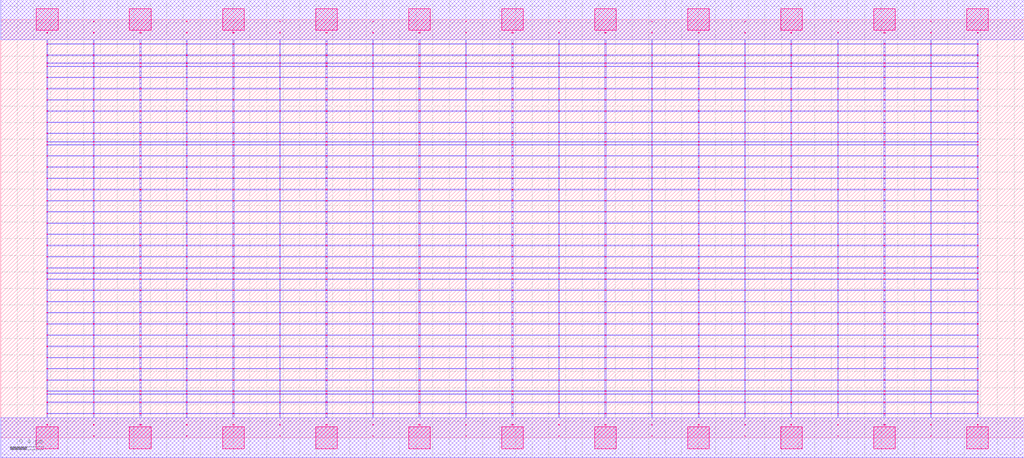
<source format=lef>
MACRO AOOAOAAOI212112_DEBUG
 CLASS CORE ;
 FOREIGN AOOAOAAOI212112_DEBUG 0 0 ;
 SIZE 12.32 BY 5.04 ;
 ORIGIN 0 0 ;
 SYMMETRY X Y R90 ;
 SITE unit ;

 OBS
    LAYER polycont ;
     RECT 6.15100000 2.58300000 6.16900000 2.59100000 ;
     RECT 6.15100000 2.71800000 6.16900000 2.72600000 ;
     RECT 6.15100000 2.85300000 6.16900000 2.86100000 ;
     RECT 6.15100000 2.98800000 6.16900000 2.99600000 ;
     RECT 8.39600000 2.58300000 8.40900000 2.59100000 ;
     RECT 8.95600000 2.58300000 8.96400000 2.59100000 ;
     RECT 9.51100000 2.58300000 9.52400000 2.59100000 ;
     RECT 10.07600000 2.58300000 10.08400000 2.59100000 ;
     RECT 10.63100000 2.58300000 10.64900000 2.59100000 ;
     RECT 11.19600000 2.58300000 11.20400000 2.59100000 ;
     RECT 11.75600000 2.58300000 11.76900000 2.59100000 ;
     RECT 6.71600000 2.58300000 6.72400000 2.59100000 ;
     RECT 6.71600000 2.71800000 6.72400000 2.72600000 ;
     RECT 7.27100000 2.71800000 7.28900000 2.72600000 ;
     RECT 7.83600000 2.71800000 7.84400000 2.72600000 ;
     RECT 8.39600000 2.71800000 8.40900000 2.72600000 ;
     RECT 8.95600000 2.71800000 8.96400000 2.72600000 ;
     RECT 9.51100000 2.71800000 9.52400000 2.72600000 ;
     RECT 10.07600000 2.71800000 10.08400000 2.72600000 ;
     RECT 10.63100000 2.71800000 10.64900000 2.72600000 ;
     RECT 11.19600000 2.71800000 11.20400000 2.72600000 ;
     RECT 11.75600000 2.71800000 11.76900000 2.72600000 ;
     RECT 7.27100000 2.58300000 7.28900000 2.59100000 ;
     RECT 6.71600000 2.85300000 6.72400000 2.86100000 ;
     RECT 7.27100000 2.85300000 7.28900000 2.86100000 ;
     RECT 7.83600000 2.85300000 7.84400000 2.86100000 ;
     RECT 8.39600000 2.85300000 8.40900000 2.86100000 ;
     RECT 8.95600000 2.85300000 8.96400000 2.86100000 ;
     RECT 9.51100000 2.85300000 9.52400000 2.86100000 ;
     RECT 10.07600000 2.85300000 10.08400000 2.86100000 ;
     RECT 10.63100000 2.85300000 10.64900000 2.86100000 ;
     RECT 11.19600000 2.85300000 11.20400000 2.86100000 ;
     RECT 11.75600000 2.85300000 11.76900000 2.86100000 ;
     RECT 7.83600000 2.58300000 7.84400000 2.59100000 ;
     RECT 6.71600000 2.98800000 6.72400000 2.99600000 ;
     RECT 7.27100000 2.98800000 7.28900000 2.99600000 ;
     RECT 7.83600000 2.98800000 7.84400000 2.99600000 ;
     RECT 8.39600000 2.98800000 8.40900000 2.99600000 ;
     RECT 8.95600000 2.98800000 8.96400000 2.99600000 ;
     RECT 9.51100000 2.98800000 9.52400000 2.99600000 ;
     RECT 10.07600000 2.98800000 10.08400000 2.99600000 ;
     RECT 10.63100000 2.98800000 10.64900000 2.99600000 ;
     RECT 11.19600000 2.98800000 11.20400000 2.99600000 ;
     RECT 11.75600000 2.98800000 11.76900000 2.99600000 ;
     RECT 8.95600000 3.12300000 8.96400000 3.13100000 ;
     RECT 8.95600000 3.25800000 8.96400000 3.26600000 ;
     RECT 8.95600000 3.39300000 8.96400000 3.40100000 ;
     RECT 8.95600000 3.52800000 8.96400000 3.53600000 ;
     RECT 8.95600000 3.56100000 8.96400000 3.56900000 ;
     RECT 8.95600000 3.66300000 8.96400000 3.67100000 ;
     RECT 8.95600000 3.79800000 8.96400000 3.80600000 ;
     RECT 8.95600000 3.93300000 8.96400000 3.94100000 ;
     RECT 8.95600000 4.06800000 8.96400000 4.07600000 ;
     RECT 8.95600000 4.20300000 8.96400000 4.21100000 ;
     RECT 8.95600000 4.33800000 8.96400000 4.34600000 ;
     RECT 8.95600000 4.47300000 8.96400000 4.48100000 ;
     RECT 8.95600000 4.51100000 8.96400000 4.51900000 ;
     RECT 8.95600000 4.60800000 8.96400000 4.61600000 ;
     RECT 8.95600000 4.74300000 8.96400000 4.75100000 ;
     RECT 8.95600000 4.87800000 8.96400000 4.88600000 ;
     RECT 5.59600000 2.71800000 5.60400000 2.72600000 ;
     RECT 1.11600000 2.58300000 1.12400000 2.59100000 ;
     RECT 1.67100000 2.58300000 1.68900000 2.59100000 ;
     RECT 0.55100000 2.98800000 0.56400000 2.99600000 ;
     RECT 1.11600000 2.98800000 1.12400000 2.99600000 ;
     RECT 1.67100000 2.98800000 1.68900000 2.99600000 ;
     RECT 2.23600000 2.98800000 2.24400000 2.99600000 ;
     RECT 2.79100000 2.98800000 2.80900000 2.99600000 ;
     RECT 3.35600000 2.98800000 3.36400000 2.99600000 ;
     RECT 3.91100000 2.98800000 3.92900000 2.99600000 ;
     RECT 4.47600000 2.98800000 4.48400000 2.99600000 ;
     RECT 5.03100000 2.98800000 5.04900000 2.99600000 ;
     RECT 5.59600000 2.98800000 5.60400000 2.99600000 ;
     RECT 2.23600000 2.58300000 2.24400000 2.59100000 ;
     RECT 2.79100000 2.58300000 2.80900000 2.59100000 ;
     RECT 3.35600000 2.58300000 3.36400000 2.59100000 ;
     RECT 3.91100000 2.58300000 3.92900000 2.59100000 ;
     RECT 4.47600000 2.58300000 4.48400000 2.59100000 ;
     RECT 5.03100000 2.58300000 5.04900000 2.59100000 ;
     RECT 5.59600000 2.58300000 5.60400000 2.59100000 ;
     RECT 0.55100000 2.58300000 0.56400000 2.59100000 ;
     RECT 0.55100000 2.71800000 0.56400000 2.72600000 ;
     RECT 0.55100000 2.85300000 0.56400000 2.86100000 ;
     RECT 1.11600000 2.85300000 1.12400000 2.86100000 ;
     RECT 1.67100000 2.85300000 1.68900000 2.86100000 ;
     RECT 2.23600000 2.85300000 2.24400000 2.86100000 ;
     RECT 2.79100000 2.85300000 2.80900000 2.86100000 ;
     RECT 3.35600000 2.85300000 3.36400000 2.86100000 ;
     RECT 3.91100000 2.85300000 3.92900000 2.86100000 ;
     RECT 4.47600000 2.85300000 4.48400000 2.86100000 ;
     RECT 5.03100000 2.85300000 5.04900000 2.86100000 ;
     RECT 5.59600000 2.85300000 5.60400000 2.86100000 ;
     RECT 1.11600000 2.71800000 1.12400000 2.72600000 ;
     RECT 1.67100000 2.71800000 1.68900000 2.72600000 ;
     RECT 2.23600000 2.71800000 2.24400000 2.72600000 ;
     RECT 2.79100000 2.71800000 2.80900000 2.72600000 ;
     RECT 3.35600000 2.71800000 3.36400000 2.72600000 ;
     RECT 3.91100000 2.71800000 3.92900000 2.72600000 ;
     RECT 4.47600000 2.71800000 4.48400000 2.72600000 ;
     RECT 5.03100000 2.71800000 5.04900000 2.72600000 ;
     RECT 4.47600000 0.15300000 4.48400000 0.16100000 ;
     RECT 4.47600000 0.28800000 4.48400000 0.29600000 ;
     RECT 4.47600000 0.42300000 4.48400000 0.43100000 ;
     RECT 4.47600000 0.52100000 4.48400000 0.52900000 ;
     RECT 4.47600000 0.55800000 4.48400000 0.56600000 ;
     RECT 4.47600000 0.69300000 4.48400000 0.70100000 ;
     RECT 4.47600000 0.82800000 4.48400000 0.83600000 ;
     RECT 4.47600000 0.96300000 4.48400000 0.97100000 ;
     RECT 4.47600000 1.09800000 4.48400000 1.10600000 ;
     RECT 4.47600000 1.23300000 4.48400000 1.24100000 ;
     RECT 4.47600000 1.36800000 4.48400000 1.37600000 ;
     RECT 4.47600000 1.50300000 4.48400000 1.51100000 ;
     RECT 4.47600000 1.63800000 4.48400000 1.64600000 ;
     RECT 4.47600000 1.77300000 4.48400000 1.78100000 ;
     RECT 4.47600000 1.90800000 4.48400000 1.91600000 ;
     RECT 4.47600000 1.98100000 4.48400000 1.98900000 ;
     RECT 4.47600000 2.04300000 4.48400000 2.05100000 ;
     RECT 4.47600000 2.17800000 4.48400000 2.18600000 ;
     RECT 4.47600000 2.31300000 4.48400000 2.32100000 ;
     RECT 4.47600000 2.44800000 4.48400000 2.45600000 ;

    LAYER pdiffc ;
     RECT 0.55100000 3.39300000 0.55900000 3.40100000 ;
     RECT 8.40100000 3.39300000 8.40900000 3.40100000 ;
     RECT 9.51100000 3.39300000 9.51900000 3.40100000 ;
     RECT 11.76100000 3.39300000 11.76900000 3.40100000 ;
     RECT 0.55100000 3.52800000 0.55900000 3.53600000 ;
     RECT 8.40100000 3.52800000 8.40900000 3.53600000 ;
     RECT 9.51100000 3.52800000 9.51900000 3.53600000 ;
     RECT 11.76100000 3.52800000 11.76900000 3.53600000 ;
     RECT 0.55100000 3.56100000 0.55900000 3.56900000 ;
     RECT 8.40100000 3.56100000 8.40900000 3.56900000 ;
     RECT 9.51100000 3.56100000 9.51900000 3.56900000 ;
     RECT 11.76100000 3.56100000 11.76900000 3.56900000 ;
     RECT 0.55100000 3.66300000 0.55900000 3.67100000 ;
     RECT 8.40100000 3.66300000 8.40900000 3.67100000 ;
     RECT 9.51100000 3.66300000 9.51900000 3.67100000 ;
     RECT 11.76100000 3.66300000 11.76900000 3.67100000 ;
     RECT 0.55100000 3.79800000 0.55900000 3.80600000 ;
     RECT 8.40100000 3.79800000 8.40900000 3.80600000 ;
     RECT 9.51100000 3.79800000 9.51900000 3.80600000 ;
     RECT 11.76100000 3.79800000 11.76900000 3.80600000 ;
     RECT 0.55100000 3.93300000 0.55900000 3.94100000 ;
     RECT 8.40100000 3.93300000 8.40900000 3.94100000 ;
     RECT 9.51100000 3.93300000 9.51900000 3.94100000 ;
     RECT 11.76100000 3.93300000 11.76900000 3.94100000 ;
     RECT 0.55100000 4.06800000 0.55900000 4.07600000 ;
     RECT 8.40100000 4.06800000 8.40900000 4.07600000 ;
     RECT 9.51100000 4.06800000 9.51900000 4.07600000 ;
     RECT 11.76100000 4.06800000 11.76900000 4.07600000 ;
     RECT 0.55100000 4.20300000 0.55900000 4.21100000 ;
     RECT 8.40100000 4.20300000 8.40900000 4.21100000 ;
     RECT 9.51100000 4.20300000 9.51900000 4.21100000 ;
     RECT 11.76100000 4.20300000 11.76900000 4.21100000 ;
     RECT 0.55100000 4.33800000 0.55900000 4.34600000 ;
     RECT 8.40100000 4.33800000 8.40900000 4.34600000 ;
     RECT 9.51100000 4.33800000 9.51900000 4.34600000 ;
     RECT 11.76100000 4.33800000 11.76900000 4.34600000 ;
     RECT 0.55100000 4.47300000 0.55900000 4.48100000 ;
     RECT 8.40100000 4.47300000 8.40900000 4.48100000 ;
     RECT 9.51100000 4.47300000 9.51900000 4.48100000 ;
     RECT 11.76100000 4.47300000 11.76900000 4.48100000 ;
     RECT 0.55100000 4.51100000 0.55900000 4.51900000 ;
     RECT 8.40100000 4.51100000 8.40900000 4.51900000 ;
     RECT 9.51100000 4.51100000 9.51900000 4.51900000 ;
     RECT 11.76100000 4.51100000 11.76900000 4.51900000 ;
     RECT 0.55100000 4.60800000 0.55900000 4.61600000 ;
     RECT 8.40100000 4.60800000 8.40900000 4.61600000 ;
     RECT 9.51100000 4.60800000 9.51900000 4.61600000 ;
     RECT 11.76100000 4.60800000 11.76900000 4.61600000 ;

    LAYER ndiffc ;
     RECT 6.15100000 0.42300000 6.16900000 0.43100000 ;
     RECT 6.15100000 0.52100000 6.16900000 0.52900000 ;
     RECT 6.15100000 0.55800000 6.16900000 0.56600000 ;
     RECT 6.15100000 0.69300000 6.16900000 0.70100000 ;
     RECT 6.15100000 0.82800000 6.16900000 0.83600000 ;
     RECT 6.15100000 0.96300000 6.16900000 0.97100000 ;
     RECT 6.15100000 1.09800000 6.16900000 1.10600000 ;
     RECT 6.15100000 1.23300000 6.16900000 1.24100000 ;
     RECT 6.15100000 1.36800000 6.16900000 1.37600000 ;
     RECT 6.15100000 1.50300000 6.16900000 1.51100000 ;
     RECT 6.15100000 1.63800000 6.16900000 1.64600000 ;
     RECT 6.15100000 1.77300000 6.16900000 1.78100000 ;
     RECT 6.15100000 1.90800000 6.16900000 1.91600000 ;
     RECT 6.15100000 1.98100000 6.16900000 1.98900000 ;
     RECT 6.15100000 2.04300000 6.16900000 2.05100000 ;
     RECT 9.51100000 0.55800000 9.52400000 0.56600000 ;
     RECT 10.63100000 0.55800000 10.64900000 0.56600000 ;
     RECT 11.75600000 0.55800000 11.76900000 0.56600000 ;
     RECT 9.51100000 0.42300000 9.52400000 0.43100000 ;
     RECT 7.27100000 0.69300000 7.28900000 0.70100000 ;
     RECT 8.39600000 0.69300000 8.40900000 0.70100000 ;
     RECT 9.51100000 0.69300000 9.52400000 0.70100000 ;
     RECT 10.63100000 0.69300000 10.64900000 0.70100000 ;
     RECT 11.75600000 0.69300000 11.76900000 0.70100000 ;
     RECT 10.63100000 0.42300000 10.64900000 0.43100000 ;
     RECT 7.27100000 0.82800000 7.28900000 0.83600000 ;
     RECT 8.39600000 0.82800000 8.40900000 0.83600000 ;
     RECT 9.51100000 0.82800000 9.52400000 0.83600000 ;
     RECT 10.63100000 0.82800000 10.64900000 0.83600000 ;
     RECT 11.75600000 0.82800000 11.76900000 0.83600000 ;
     RECT 11.75600000 0.42300000 11.76900000 0.43100000 ;
     RECT 7.27100000 0.96300000 7.28900000 0.97100000 ;
     RECT 8.39600000 0.96300000 8.40900000 0.97100000 ;
     RECT 9.51100000 0.96300000 9.52400000 0.97100000 ;
     RECT 10.63100000 0.96300000 10.64900000 0.97100000 ;
     RECT 11.75600000 0.96300000 11.76900000 0.97100000 ;
     RECT 7.27100000 0.42300000 7.28900000 0.43100000 ;
     RECT 7.27100000 1.09800000 7.28900000 1.10600000 ;
     RECT 8.39600000 1.09800000 8.40900000 1.10600000 ;
     RECT 9.51100000 1.09800000 9.52400000 1.10600000 ;
     RECT 10.63100000 1.09800000 10.64900000 1.10600000 ;
     RECT 11.75600000 1.09800000 11.76900000 1.10600000 ;
     RECT 7.27100000 0.52100000 7.28900000 0.52900000 ;
     RECT 7.27100000 1.23300000 7.28900000 1.24100000 ;
     RECT 8.39600000 1.23300000 8.40900000 1.24100000 ;
     RECT 9.51100000 1.23300000 9.52400000 1.24100000 ;
     RECT 10.63100000 1.23300000 10.64900000 1.24100000 ;
     RECT 11.75600000 1.23300000 11.76900000 1.24100000 ;
     RECT 8.39600000 0.52100000 8.40900000 0.52900000 ;
     RECT 7.27100000 1.36800000 7.28900000 1.37600000 ;
     RECT 8.39600000 1.36800000 8.40900000 1.37600000 ;
     RECT 9.51100000 1.36800000 9.52400000 1.37600000 ;
     RECT 10.63100000 1.36800000 10.64900000 1.37600000 ;
     RECT 11.75600000 1.36800000 11.76900000 1.37600000 ;
     RECT 9.51100000 0.52100000 9.52400000 0.52900000 ;
     RECT 7.27100000 1.50300000 7.28900000 1.51100000 ;
     RECT 8.39600000 1.50300000 8.40900000 1.51100000 ;
     RECT 9.51100000 1.50300000 9.52400000 1.51100000 ;
     RECT 10.63100000 1.50300000 10.64900000 1.51100000 ;
     RECT 11.75600000 1.50300000 11.76900000 1.51100000 ;
     RECT 10.63100000 0.52100000 10.64900000 0.52900000 ;
     RECT 7.27100000 1.63800000 7.28900000 1.64600000 ;
     RECT 8.39600000 1.63800000 8.40900000 1.64600000 ;
     RECT 9.51100000 1.63800000 9.52400000 1.64600000 ;
     RECT 10.63100000 1.63800000 10.64900000 1.64600000 ;
     RECT 11.75600000 1.63800000 11.76900000 1.64600000 ;
     RECT 11.75600000 0.52100000 11.76900000 0.52900000 ;
     RECT 7.27100000 1.77300000 7.28900000 1.78100000 ;
     RECT 8.39600000 1.77300000 8.40900000 1.78100000 ;
     RECT 9.51100000 1.77300000 9.52400000 1.78100000 ;
     RECT 10.63100000 1.77300000 10.64900000 1.78100000 ;
     RECT 11.75600000 1.77300000 11.76900000 1.78100000 ;
     RECT 8.39600000 0.42300000 8.40900000 0.43100000 ;
     RECT 7.27100000 1.90800000 7.28900000 1.91600000 ;
     RECT 8.39600000 1.90800000 8.40900000 1.91600000 ;
     RECT 9.51100000 1.90800000 9.52400000 1.91600000 ;
     RECT 10.63100000 1.90800000 10.64900000 1.91600000 ;
     RECT 11.75600000 1.90800000 11.76900000 1.91600000 ;
     RECT 7.27100000 0.55800000 7.28900000 0.56600000 ;
     RECT 7.27100000 1.98100000 7.28900000 1.98900000 ;
     RECT 8.39600000 1.98100000 8.40900000 1.98900000 ;
     RECT 9.51100000 1.98100000 9.52400000 1.98900000 ;
     RECT 10.63100000 1.98100000 10.64900000 1.98900000 ;
     RECT 11.75600000 1.98100000 11.76900000 1.98900000 ;
     RECT 8.39600000 0.55800000 8.40900000 0.56600000 ;
     RECT 7.27100000 2.04300000 7.28900000 2.05100000 ;
     RECT 8.39600000 2.04300000 8.40900000 2.05100000 ;
     RECT 9.51100000 2.04300000 9.52400000 2.05100000 ;
     RECT 10.63100000 2.04300000 10.64900000 2.05100000 ;
     RECT 11.75600000 2.04300000 11.76900000 2.05100000 ;
     RECT 2.79100000 1.36800000 2.80900000 1.37600000 ;
     RECT 3.91100000 1.36800000 3.92900000 1.37600000 ;
     RECT 5.03100000 1.36800000 5.04900000 1.37600000 ;
     RECT 5.03100000 0.82800000 5.04900000 0.83600000 ;
     RECT 2.79100000 0.55800000 2.80900000 0.56600000 ;
     RECT 3.91100000 0.55800000 3.92900000 0.56600000 ;
     RECT 5.03100000 0.55800000 5.04900000 0.56600000 ;
     RECT 1.67100000 0.52100000 1.68900000 0.52900000 ;
     RECT 2.79100000 0.52100000 2.80900000 0.52900000 ;
     RECT 0.55100000 1.50300000 0.56400000 1.51100000 ;
     RECT 1.67100000 1.50300000 1.68900000 1.51100000 ;
     RECT 2.79100000 1.50300000 2.80900000 1.51100000 ;
     RECT 3.91100000 1.50300000 3.92900000 1.51100000 ;
     RECT 5.03100000 1.50300000 5.04900000 1.51100000 ;
     RECT 3.91100000 0.52100000 3.92900000 0.52900000 ;
     RECT 0.55100000 0.96300000 0.56400000 0.97100000 ;
     RECT 1.67100000 0.96300000 1.68900000 0.97100000 ;
     RECT 2.79100000 0.96300000 2.80900000 0.97100000 ;
     RECT 3.91100000 0.96300000 3.92900000 0.97100000 ;
     RECT 5.03100000 0.96300000 5.04900000 0.97100000 ;
     RECT 0.55100000 1.63800000 0.56400000 1.64600000 ;
     RECT 1.67100000 1.63800000 1.68900000 1.64600000 ;
     RECT 2.79100000 1.63800000 2.80900000 1.64600000 ;
     RECT 3.91100000 1.63800000 3.92900000 1.64600000 ;
     RECT 5.03100000 1.63800000 5.04900000 1.64600000 ;
     RECT 5.03100000 0.52100000 5.04900000 0.52900000 ;
     RECT 1.67100000 0.42300000 1.68900000 0.43100000 ;
     RECT 2.79100000 0.42300000 2.80900000 0.43100000 ;
     RECT 0.55100000 0.69300000 0.56400000 0.70100000 ;
     RECT 1.67100000 0.69300000 1.68900000 0.70100000 ;
     RECT 2.79100000 0.69300000 2.80900000 0.70100000 ;
     RECT 0.55100000 1.77300000 0.56400000 1.78100000 ;
     RECT 1.67100000 1.77300000 1.68900000 1.78100000 ;
     RECT 2.79100000 1.77300000 2.80900000 1.78100000 ;
     RECT 3.91100000 1.77300000 3.92900000 1.78100000 ;
     RECT 5.03100000 1.77300000 5.04900000 1.78100000 ;
     RECT 0.55100000 1.09800000 0.56400000 1.10600000 ;
     RECT 1.67100000 1.09800000 1.68900000 1.10600000 ;
     RECT 2.79100000 1.09800000 2.80900000 1.10600000 ;
     RECT 3.91100000 1.09800000 3.92900000 1.10600000 ;
     RECT 5.03100000 1.09800000 5.04900000 1.10600000 ;
     RECT 3.91100000 0.69300000 3.92900000 0.70100000 ;
     RECT 0.55100000 1.90800000 0.56400000 1.91600000 ;
     RECT 1.67100000 1.90800000 1.68900000 1.91600000 ;
     RECT 2.79100000 1.90800000 2.80900000 1.91600000 ;
     RECT 3.91100000 1.90800000 3.92900000 1.91600000 ;
     RECT 5.03100000 1.90800000 5.04900000 1.91600000 ;
     RECT 5.03100000 0.69300000 5.04900000 0.70100000 ;
     RECT 3.91100000 0.42300000 3.92900000 0.43100000 ;
     RECT 5.03100000 0.42300000 5.04900000 0.43100000 ;
     RECT 0.55100000 0.42300000 0.56400000 0.43100000 ;
     RECT 0.55100000 0.52100000 0.56400000 0.52900000 ;
     RECT 0.55100000 1.23300000 0.56400000 1.24100000 ;
     RECT 0.55100000 1.98100000 0.56400000 1.98900000 ;
     RECT 1.67100000 1.98100000 1.68900000 1.98900000 ;
     RECT 2.79100000 1.98100000 2.80900000 1.98900000 ;
     RECT 3.91100000 1.98100000 3.92900000 1.98900000 ;
     RECT 5.03100000 1.98100000 5.04900000 1.98900000 ;
     RECT 1.67100000 1.23300000 1.68900000 1.24100000 ;
     RECT 2.79100000 1.23300000 2.80900000 1.24100000 ;
     RECT 3.91100000 1.23300000 3.92900000 1.24100000 ;
     RECT 5.03100000 1.23300000 5.04900000 1.24100000 ;
     RECT 0.55100000 0.55800000 0.56400000 0.56600000 ;
     RECT 1.67100000 0.55800000 1.68900000 0.56600000 ;
     RECT 0.55100000 2.04300000 0.56400000 2.05100000 ;
     RECT 1.67100000 2.04300000 1.68900000 2.05100000 ;
     RECT 2.79100000 2.04300000 2.80900000 2.05100000 ;
     RECT 3.91100000 2.04300000 3.92900000 2.05100000 ;
     RECT 5.03100000 2.04300000 5.04900000 2.05100000 ;
     RECT 0.55100000 0.82800000 0.56400000 0.83600000 ;
     RECT 1.67100000 0.82800000 1.68900000 0.83600000 ;
     RECT 2.79100000 0.82800000 2.80900000 0.83600000 ;
     RECT 3.91100000 0.82800000 3.92900000 0.83600000 ;
     RECT 0.55100000 1.36800000 0.56400000 1.37600000 ;
     RECT 1.67100000 1.36800000 1.68900000 1.37600000 ;

    LAYER met1 ;
     RECT 0.00000000 -0.24000000 12.32000000 0.24000000 ;
     RECT 6.15100000 0.24000000 6.16900000 0.28800000 ;
     RECT 0.55100000 0.28800000 11.76900000 0.29600000 ;
     RECT 6.15100000 0.29600000 6.16900000 0.42300000 ;
     RECT 0.55100000 0.42300000 11.76900000 0.43100000 ;
     RECT 6.15100000 0.43100000 6.16900000 0.52100000 ;
     RECT 0.55100000 0.52100000 11.76900000 0.52900000 ;
     RECT 6.15100000 0.52900000 6.16900000 0.55800000 ;
     RECT 0.55100000 0.55800000 11.76900000 0.56600000 ;
     RECT 6.15100000 0.56600000 6.16900000 0.69300000 ;
     RECT 0.55100000 0.69300000 11.76900000 0.70100000 ;
     RECT 6.15100000 0.70100000 6.16900000 0.82800000 ;
     RECT 0.55100000 0.82800000 11.76900000 0.83600000 ;
     RECT 6.15100000 0.83600000 6.16900000 0.96300000 ;
     RECT 0.55100000 0.96300000 11.76900000 0.97100000 ;
     RECT 6.15100000 0.97100000 6.16900000 1.09800000 ;
     RECT 0.55100000 1.09800000 11.76900000 1.10600000 ;
     RECT 6.15100000 1.10600000 6.16900000 1.23300000 ;
     RECT 0.55100000 1.23300000 11.76900000 1.24100000 ;
     RECT 6.15100000 1.24100000 6.16900000 1.36800000 ;
     RECT 0.55100000 1.36800000 11.76900000 1.37600000 ;
     RECT 6.15100000 1.37600000 6.16900000 1.50300000 ;
     RECT 0.55100000 1.50300000 11.76900000 1.51100000 ;
     RECT 6.15100000 1.51100000 6.16900000 1.63800000 ;
     RECT 0.55100000 1.63800000 11.76900000 1.64600000 ;
     RECT 6.15100000 1.64600000 6.16900000 1.77300000 ;
     RECT 0.55100000 1.77300000 11.76900000 1.78100000 ;
     RECT 6.15100000 1.78100000 6.16900000 1.90800000 ;
     RECT 0.55100000 1.90800000 11.76900000 1.91600000 ;
     RECT 6.15100000 1.91600000 6.16900000 1.98100000 ;
     RECT 0.55100000 1.98100000 11.76900000 1.98900000 ;
     RECT 6.15100000 1.98900000 6.16900000 2.04300000 ;
     RECT 0.55100000 2.04300000 11.76900000 2.05100000 ;
     RECT 6.15100000 2.05100000 6.16900000 2.17800000 ;
     RECT 0.55100000 2.17800000 11.76900000 2.18600000 ;
     RECT 6.15100000 2.18600000 6.16900000 2.31300000 ;
     RECT 0.55100000 2.31300000 11.76900000 2.32100000 ;
     RECT 6.15100000 2.32100000 6.16900000 2.44800000 ;
     RECT 0.55100000 2.44800000 11.76900000 2.45600000 ;
     RECT 0.55100000 2.45600000 0.56400000 2.58300000 ;
     RECT 1.11600000 2.45600000 1.12400000 2.58300000 ;
     RECT 1.67100000 2.45600000 1.68900000 2.58300000 ;
     RECT 2.23600000 2.45600000 2.24400000 2.58300000 ;
     RECT 2.79100000 2.45600000 2.80900000 2.58300000 ;
     RECT 3.35600000 2.45600000 3.36400000 2.58300000 ;
     RECT 3.91100000 2.45600000 3.92900000 2.58300000 ;
     RECT 4.47600000 2.45600000 4.48400000 2.58300000 ;
     RECT 5.03100000 2.45600000 5.04900000 2.58300000 ;
     RECT 5.59600000 2.45600000 5.60400000 2.58300000 ;
     RECT 6.15100000 2.45600000 6.16900000 2.58300000 ;
     RECT 6.71600000 2.45600000 6.72400000 2.58300000 ;
     RECT 7.27100000 2.45600000 7.28900000 2.58300000 ;
     RECT 7.83600000 2.45600000 7.84400000 2.58300000 ;
     RECT 8.39600000 2.45600000 8.40900000 2.58300000 ;
     RECT 8.95600000 2.45600000 8.96400000 2.58300000 ;
     RECT 9.51100000 2.45600000 9.52400000 2.58300000 ;
     RECT 10.07600000 2.45600000 10.08400000 2.58300000 ;
     RECT 10.63100000 2.45600000 10.64900000 2.58300000 ;
     RECT 11.19600000 2.45600000 11.20400000 2.58300000 ;
     RECT 11.75600000 2.45600000 11.76900000 2.58300000 ;
     RECT 0.55100000 2.58300000 11.76900000 2.59100000 ;
     RECT 6.15100000 2.59100000 6.16900000 2.71800000 ;
     RECT 0.55100000 2.71800000 11.76900000 2.72600000 ;
     RECT 6.15100000 2.72600000 6.16900000 2.85300000 ;
     RECT 0.55100000 2.85300000 11.76900000 2.86100000 ;
     RECT 6.15100000 2.86100000 6.16900000 2.98800000 ;
     RECT 0.55100000 2.98800000 11.76900000 2.99600000 ;
     RECT 6.15100000 2.99600000 6.16900000 3.12300000 ;
     RECT 0.55100000 3.12300000 11.76900000 3.13100000 ;
     RECT 6.15100000 3.13100000 6.16900000 3.25800000 ;
     RECT 0.55100000 3.25800000 11.76900000 3.26600000 ;
     RECT 6.15100000 3.26600000 6.16900000 3.39300000 ;
     RECT 0.55100000 3.39300000 11.76900000 3.40100000 ;
     RECT 6.15100000 3.40100000 6.16900000 3.52800000 ;
     RECT 0.55100000 3.52800000 11.76900000 3.53600000 ;
     RECT 6.15100000 3.53600000 6.16900000 3.56100000 ;
     RECT 0.55100000 3.56100000 11.76900000 3.56900000 ;
     RECT 6.15100000 3.56900000 6.16900000 3.66300000 ;
     RECT 0.55100000 3.66300000 11.76900000 3.67100000 ;
     RECT 6.15100000 3.67100000 6.16900000 3.79800000 ;
     RECT 0.55100000 3.79800000 11.76900000 3.80600000 ;
     RECT 6.15100000 3.80600000 6.16900000 3.93300000 ;
     RECT 0.55100000 3.93300000 11.76900000 3.94100000 ;
     RECT 6.15100000 3.94100000 6.16900000 4.06800000 ;
     RECT 0.55100000 4.06800000 11.76900000 4.07600000 ;
     RECT 6.15100000 4.07600000 6.16900000 4.20300000 ;
     RECT 0.55100000 4.20300000 11.76900000 4.21100000 ;
     RECT 6.15100000 4.21100000 6.16900000 4.33800000 ;
     RECT 0.55100000 4.33800000 11.76900000 4.34600000 ;
     RECT 6.15100000 4.34600000 6.16900000 4.47300000 ;
     RECT 0.55100000 4.47300000 11.76900000 4.48100000 ;
     RECT 6.15100000 4.48100000 6.16900000 4.51100000 ;
     RECT 0.55100000 4.51100000 11.76900000 4.51900000 ;
     RECT 6.15100000 4.51900000 6.16900000 4.60800000 ;
     RECT 0.55100000 4.60800000 11.76900000 4.61600000 ;
     RECT 6.15100000 4.61600000 6.16900000 4.74300000 ;
     RECT 0.55100000 4.74300000 11.76900000 4.75100000 ;
     RECT 6.15100000 4.75100000 6.16900000 4.80000000 ;
     RECT 0.00000000 4.80000000 12.32000000 5.28000000 ;
     RECT 6.71600000 3.80600000 6.72400000 3.93300000 ;
     RECT 7.27100000 3.80600000 7.28900000 3.93300000 ;
     RECT 7.83600000 3.80600000 7.84400000 3.93300000 ;
     RECT 8.39600000 3.80600000 8.40900000 3.93300000 ;
     RECT 8.95600000 3.80600000 8.96400000 3.93300000 ;
     RECT 9.51100000 3.80600000 9.52400000 3.93300000 ;
     RECT 10.07600000 3.80600000 10.08400000 3.93300000 ;
     RECT 10.63100000 3.80600000 10.64900000 3.93300000 ;
     RECT 11.19600000 3.80600000 11.20400000 3.93300000 ;
     RECT 11.75600000 3.80600000 11.76900000 3.93300000 ;
     RECT 9.51100000 3.94100000 9.52400000 4.06800000 ;
     RECT 10.07600000 3.94100000 10.08400000 4.06800000 ;
     RECT 10.63100000 3.94100000 10.64900000 4.06800000 ;
     RECT 11.19600000 3.94100000 11.20400000 4.06800000 ;
     RECT 11.75600000 3.94100000 11.76900000 4.06800000 ;
     RECT 9.51100000 4.07600000 9.52400000 4.20300000 ;
     RECT 10.07600000 4.07600000 10.08400000 4.20300000 ;
     RECT 10.63100000 4.07600000 10.64900000 4.20300000 ;
     RECT 11.19600000 4.07600000 11.20400000 4.20300000 ;
     RECT 11.75600000 4.07600000 11.76900000 4.20300000 ;
     RECT 9.51100000 4.21100000 9.52400000 4.33800000 ;
     RECT 10.07600000 4.21100000 10.08400000 4.33800000 ;
     RECT 10.63100000 4.21100000 10.64900000 4.33800000 ;
     RECT 11.19600000 4.21100000 11.20400000 4.33800000 ;
     RECT 11.75600000 4.21100000 11.76900000 4.33800000 ;
     RECT 9.51100000 4.34600000 9.52400000 4.47300000 ;
     RECT 10.07600000 4.34600000 10.08400000 4.47300000 ;
     RECT 10.63100000 4.34600000 10.64900000 4.47300000 ;
     RECT 11.19600000 4.34600000 11.20400000 4.47300000 ;
     RECT 11.75600000 4.34600000 11.76900000 4.47300000 ;
     RECT 9.51100000 4.48100000 9.52400000 4.51100000 ;
     RECT 10.07600000 4.48100000 10.08400000 4.51100000 ;
     RECT 10.63100000 4.48100000 10.64900000 4.51100000 ;
     RECT 11.19600000 4.48100000 11.20400000 4.51100000 ;
     RECT 11.75600000 4.48100000 11.76900000 4.51100000 ;
     RECT 9.51100000 4.51900000 9.52400000 4.60800000 ;
     RECT 10.07600000 4.51900000 10.08400000 4.60800000 ;
     RECT 10.63100000 4.51900000 10.64900000 4.60800000 ;
     RECT 11.19600000 4.51900000 11.20400000 4.60800000 ;
     RECT 11.75600000 4.51900000 11.76900000 4.60800000 ;
     RECT 9.51100000 4.61600000 9.52400000 4.74300000 ;
     RECT 10.07600000 4.61600000 10.08400000 4.74300000 ;
     RECT 10.63100000 4.61600000 10.64900000 4.74300000 ;
     RECT 11.19600000 4.61600000 11.20400000 4.74300000 ;
     RECT 11.75600000 4.61600000 11.76900000 4.74300000 ;
     RECT 9.51100000 4.75100000 9.52400000 4.80000000 ;
     RECT 10.07600000 4.75100000 10.08400000 4.80000000 ;
     RECT 10.63100000 4.75100000 10.64900000 4.80000000 ;
     RECT 11.19600000 4.75100000 11.20400000 4.80000000 ;
     RECT 11.75600000 4.75100000 11.76900000 4.80000000 ;
     RECT 6.71600000 4.48100000 6.72400000 4.51100000 ;
     RECT 7.27100000 4.48100000 7.28900000 4.51100000 ;
     RECT 7.83600000 4.48100000 7.84400000 4.51100000 ;
     RECT 8.39600000 4.48100000 8.40900000 4.51100000 ;
     RECT 8.95600000 4.48100000 8.96400000 4.51100000 ;
     RECT 6.71600000 4.21100000 6.72400000 4.33800000 ;
     RECT 7.27100000 4.21100000 7.28900000 4.33800000 ;
     RECT 7.83600000 4.21100000 7.84400000 4.33800000 ;
     RECT 8.39600000 4.21100000 8.40900000 4.33800000 ;
     RECT 8.95600000 4.21100000 8.96400000 4.33800000 ;
     RECT 6.71600000 4.51900000 6.72400000 4.60800000 ;
     RECT 7.27100000 4.51900000 7.28900000 4.60800000 ;
     RECT 7.83600000 4.51900000 7.84400000 4.60800000 ;
     RECT 8.39600000 4.51900000 8.40900000 4.60800000 ;
     RECT 8.95600000 4.51900000 8.96400000 4.60800000 ;
     RECT 6.71600000 4.07600000 6.72400000 4.20300000 ;
     RECT 7.27100000 4.07600000 7.28900000 4.20300000 ;
     RECT 7.83600000 4.07600000 7.84400000 4.20300000 ;
     RECT 8.39600000 4.07600000 8.40900000 4.20300000 ;
     RECT 8.95600000 4.07600000 8.96400000 4.20300000 ;
     RECT 6.71600000 4.61600000 6.72400000 4.74300000 ;
     RECT 7.27100000 4.61600000 7.28900000 4.74300000 ;
     RECT 7.83600000 4.61600000 7.84400000 4.74300000 ;
     RECT 8.39600000 4.61600000 8.40900000 4.74300000 ;
     RECT 8.95600000 4.61600000 8.96400000 4.74300000 ;
     RECT 6.71600000 4.34600000 6.72400000 4.47300000 ;
     RECT 7.27100000 4.34600000 7.28900000 4.47300000 ;
     RECT 7.83600000 4.34600000 7.84400000 4.47300000 ;
     RECT 8.39600000 4.34600000 8.40900000 4.47300000 ;
     RECT 8.95600000 4.34600000 8.96400000 4.47300000 ;
     RECT 6.71600000 4.75100000 6.72400000 4.80000000 ;
     RECT 7.27100000 4.75100000 7.28900000 4.80000000 ;
     RECT 7.83600000 4.75100000 7.84400000 4.80000000 ;
     RECT 8.39600000 4.75100000 8.40900000 4.80000000 ;
     RECT 8.95600000 4.75100000 8.96400000 4.80000000 ;
     RECT 6.71600000 3.94100000 6.72400000 4.06800000 ;
     RECT 7.27100000 3.94100000 7.28900000 4.06800000 ;
     RECT 7.83600000 3.94100000 7.84400000 4.06800000 ;
     RECT 8.39600000 3.94100000 8.40900000 4.06800000 ;
     RECT 8.95600000 3.94100000 8.96400000 4.06800000 ;
     RECT 8.39600000 2.99600000 8.40900000 3.12300000 ;
     RECT 8.95600000 2.99600000 8.96400000 3.12300000 ;
     RECT 6.71600000 3.13100000 6.72400000 3.25800000 ;
     RECT 7.27100000 3.13100000 7.28900000 3.25800000 ;
     RECT 7.83600000 3.13100000 7.84400000 3.25800000 ;
     RECT 8.39600000 3.13100000 8.40900000 3.25800000 ;
     RECT 8.95600000 3.13100000 8.96400000 3.25800000 ;
     RECT 8.95600000 2.86100000 8.96400000 2.98800000 ;
     RECT 6.71600000 3.26600000 6.72400000 3.39300000 ;
     RECT 7.27100000 3.26600000 7.28900000 3.39300000 ;
     RECT 7.83600000 3.26600000 7.84400000 3.39300000 ;
     RECT 8.39600000 3.26600000 8.40900000 3.39300000 ;
     RECT 8.95600000 3.26600000 8.96400000 3.39300000 ;
     RECT 6.71600000 2.59100000 6.72400000 2.71800000 ;
     RECT 7.27100000 2.59100000 7.28900000 2.71800000 ;
     RECT 6.71600000 3.40100000 6.72400000 3.52800000 ;
     RECT 7.27100000 3.40100000 7.28900000 3.52800000 ;
     RECT 7.83600000 3.40100000 7.84400000 3.52800000 ;
     RECT 8.39600000 3.40100000 8.40900000 3.52800000 ;
     RECT 7.83600000 2.59100000 7.84400000 2.71800000 ;
     RECT 8.39600000 2.59100000 8.40900000 2.71800000 ;
     RECT 8.95600000 3.40100000 8.96400000 3.52800000 ;
     RECT 6.71600000 2.72600000 6.72400000 2.85300000 ;
     RECT 7.27100000 2.72600000 7.28900000 2.85300000 ;
     RECT 6.71600000 3.53600000 6.72400000 3.56100000 ;
     RECT 7.27100000 3.53600000 7.28900000 3.56100000 ;
     RECT 7.83600000 3.53600000 7.84400000 3.56100000 ;
     RECT 8.39600000 3.53600000 8.40900000 3.56100000 ;
     RECT 8.95600000 3.53600000 8.96400000 3.56100000 ;
     RECT 7.83600000 2.72600000 7.84400000 2.85300000 ;
     RECT 8.39600000 2.72600000 8.40900000 2.85300000 ;
     RECT 6.71600000 2.86100000 6.72400000 2.98800000 ;
     RECT 7.27100000 2.86100000 7.28900000 2.98800000 ;
     RECT 6.71600000 3.56900000 6.72400000 3.66300000 ;
     RECT 7.27100000 3.56900000 7.28900000 3.66300000 ;
     RECT 7.83600000 3.56900000 7.84400000 3.66300000 ;
     RECT 8.39600000 3.56900000 8.40900000 3.66300000 ;
     RECT 8.95600000 3.56900000 8.96400000 3.66300000 ;
     RECT 8.95600000 2.59100000 8.96400000 2.71800000 ;
     RECT 8.95600000 2.72600000 8.96400000 2.85300000 ;
     RECT 6.71600000 3.67100000 6.72400000 3.79800000 ;
     RECT 7.27100000 3.67100000 7.28900000 3.79800000 ;
     RECT 7.83600000 3.67100000 7.84400000 3.79800000 ;
     RECT 8.39600000 3.67100000 8.40900000 3.79800000 ;
     RECT 7.83600000 2.86100000 7.84400000 2.98800000 ;
     RECT 8.39600000 2.86100000 8.40900000 2.98800000 ;
     RECT 8.95600000 3.67100000 8.96400000 3.79800000 ;
     RECT 7.27100000 2.99600000 7.28900000 3.12300000 ;
     RECT 7.83600000 2.99600000 7.84400000 3.12300000 ;
     RECT 6.71600000 2.99600000 6.72400000 3.12300000 ;
     RECT 9.51100000 3.53600000 9.52400000 3.56100000 ;
     RECT 10.07600000 3.53600000 10.08400000 3.56100000 ;
     RECT 9.51100000 2.86100000 9.52400000 2.98800000 ;
     RECT 10.63100000 3.53600000 10.64900000 3.56100000 ;
     RECT 11.19600000 3.53600000 11.20400000 3.56100000 ;
     RECT 11.75600000 3.53600000 11.76900000 3.56100000 ;
     RECT 9.51100000 3.26600000 9.52400000 3.39300000 ;
     RECT 10.07600000 3.26600000 10.08400000 3.39300000 ;
     RECT 10.63100000 3.26600000 10.64900000 3.39300000 ;
     RECT 11.19600000 3.26600000 11.20400000 3.39300000 ;
     RECT 11.75600000 3.26600000 11.76900000 3.39300000 ;
     RECT 11.19600000 2.99600000 11.20400000 3.12300000 ;
     RECT 11.75600000 2.99600000 11.76900000 3.12300000 ;
     RECT 10.07600000 2.86100000 10.08400000 2.98800000 ;
     RECT 10.63100000 2.86100000 10.64900000 2.98800000 ;
     RECT 9.51100000 3.56900000 9.52400000 3.66300000 ;
     RECT 10.07600000 3.56900000 10.08400000 3.66300000 ;
     RECT 10.63100000 3.56900000 10.64900000 3.66300000 ;
     RECT 11.19600000 3.56900000 11.20400000 3.66300000 ;
     RECT 11.75600000 3.56900000 11.76900000 3.66300000 ;
     RECT 9.51100000 3.13100000 9.52400000 3.25800000 ;
     RECT 9.51100000 2.72600000 9.52400000 2.85300000 ;
     RECT 10.07600000 3.13100000 10.08400000 3.25800000 ;
     RECT 10.63100000 3.13100000 10.64900000 3.25800000 ;
     RECT 11.19600000 3.13100000 11.20400000 3.25800000 ;
     RECT 11.19600000 2.86100000 11.20400000 2.98800000 ;
     RECT 11.75600000 2.86100000 11.76900000 2.98800000 ;
     RECT 11.75600000 3.13100000 11.76900000 3.25800000 ;
     RECT 9.51100000 3.40100000 9.52400000 3.52800000 ;
     RECT 9.51100000 3.67100000 9.52400000 3.79800000 ;
     RECT 10.07600000 3.67100000 10.08400000 3.79800000 ;
     RECT 10.63100000 3.67100000 10.64900000 3.79800000 ;
     RECT 11.19600000 3.67100000 11.20400000 3.79800000 ;
     RECT 11.75600000 3.67100000 11.76900000 3.79800000 ;
     RECT 10.07600000 2.72600000 10.08400000 2.85300000 ;
     RECT 10.63100000 2.72600000 10.64900000 2.85300000 ;
     RECT 10.07600000 3.40100000 10.08400000 3.52800000 ;
     RECT 10.63100000 3.40100000 10.64900000 3.52800000 ;
     RECT 9.51100000 2.59100000 9.52400000 2.71800000 ;
     RECT 11.19600000 3.40100000 11.20400000 3.52800000 ;
     RECT 11.75600000 3.40100000 11.76900000 3.52800000 ;
     RECT 11.19600000 2.59100000 11.20400000 2.71800000 ;
     RECT 11.75600000 2.59100000 11.76900000 2.71800000 ;
     RECT 10.07600000 2.59100000 10.08400000 2.71800000 ;
     RECT 10.63100000 2.59100000 10.64900000 2.71800000 ;
     RECT 9.51100000 2.99600000 9.52400000 3.12300000 ;
     RECT 10.07600000 2.99600000 10.08400000 3.12300000 ;
     RECT 11.19600000 2.72600000 11.20400000 2.85300000 ;
     RECT 11.75600000 2.72600000 11.76900000 2.85300000 ;
     RECT 10.63100000 2.99600000 10.64900000 3.12300000 ;
     RECT 5.03100000 3.80600000 5.04900000 3.93300000 ;
     RECT 5.59600000 3.80600000 5.60400000 3.93300000 ;
     RECT 0.55100000 3.80600000 0.56400000 3.93300000 ;
     RECT 1.11600000 3.80600000 1.12400000 3.93300000 ;
     RECT 1.67100000 3.80600000 1.68900000 3.93300000 ;
     RECT 2.23600000 3.80600000 2.24400000 3.93300000 ;
     RECT 2.79100000 3.80600000 2.80900000 3.93300000 ;
     RECT 3.35600000 3.80600000 3.36400000 3.93300000 ;
     RECT 3.91100000 3.80600000 3.92900000 3.93300000 ;
     RECT 4.47600000 3.80600000 4.48400000 3.93300000 ;
     RECT 5.03100000 4.07600000 5.04900000 4.20300000 ;
     RECT 5.59600000 4.07600000 5.60400000 4.20300000 ;
     RECT 3.35600000 4.21100000 3.36400000 4.33800000 ;
     RECT 3.91100000 4.21100000 3.92900000 4.33800000 ;
     RECT 4.47600000 4.21100000 4.48400000 4.33800000 ;
     RECT 5.03100000 4.21100000 5.04900000 4.33800000 ;
     RECT 5.59600000 4.21100000 5.60400000 4.33800000 ;
     RECT 3.35600000 4.34600000 3.36400000 4.47300000 ;
     RECT 3.91100000 4.34600000 3.92900000 4.47300000 ;
     RECT 4.47600000 4.34600000 4.48400000 4.47300000 ;
     RECT 5.03100000 4.34600000 5.04900000 4.47300000 ;
     RECT 5.59600000 4.34600000 5.60400000 4.47300000 ;
     RECT 3.35600000 4.48100000 3.36400000 4.51100000 ;
     RECT 3.91100000 4.48100000 3.92900000 4.51100000 ;
     RECT 4.47600000 4.48100000 4.48400000 4.51100000 ;
     RECT 5.03100000 4.48100000 5.04900000 4.51100000 ;
     RECT 5.59600000 4.48100000 5.60400000 4.51100000 ;
     RECT 3.35600000 4.51900000 3.36400000 4.60800000 ;
     RECT 3.91100000 4.51900000 3.92900000 4.60800000 ;
     RECT 4.47600000 4.51900000 4.48400000 4.60800000 ;
     RECT 5.03100000 4.51900000 5.04900000 4.60800000 ;
     RECT 5.59600000 4.51900000 5.60400000 4.60800000 ;
     RECT 3.35600000 4.61600000 3.36400000 4.74300000 ;
     RECT 3.91100000 4.61600000 3.92900000 4.74300000 ;
     RECT 4.47600000 4.61600000 4.48400000 4.74300000 ;
     RECT 5.03100000 4.61600000 5.04900000 4.74300000 ;
     RECT 5.59600000 4.61600000 5.60400000 4.74300000 ;
     RECT 3.35600000 4.75100000 3.36400000 4.80000000 ;
     RECT 3.91100000 4.75100000 3.92900000 4.80000000 ;
     RECT 4.47600000 4.75100000 4.48400000 4.80000000 ;
     RECT 5.03100000 4.75100000 5.04900000 4.80000000 ;
     RECT 5.59600000 4.75100000 5.60400000 4.80000000 ;
     RECT 3.35600000 3.94100000 3.36400000 4.06800000 ;
     RECT 3.91100000 3.94100000 3.92900000 4.06800000 ;
     RECT 4.47600000 3.94100000 4.48400000 4.06800000 ;
     RECT 5.03100000 3.94100000 5.04900000 4.06800000 ;
     RECT 5.59600000 3.94100000 5.60400000 4.06800000 ;
     RECT 3.35600000 4.07600000 3.36400000 4.20300000 ;
     RECT 3.91100000 4.07600000 3.92900000 4.20300000 ;
     RECT 4.47600000 4.07600000 4.48400000 4.20300000 ;
     RECT 2.23600000 4.21100000 2.24400000 4.33800000 ;
     RECT 2.79100000 4.21100000 2.80900000 4.33800000 ;
     RECT 0.55100000 4.51900000 0.56400000 4.60800000 ;
     RECT 1.11600000 4.51900000 1.12400000 4.60800000 ;
     RECT 1.67100000 4.51900000 1.68900000 4.60800000 ;
     RECT 2.23600000 4.51900000 2.24400000 4.60800000 ;
     RECT 2.79100000 4.51900000 2.80900000 4.60800000 ;
     RECT 0.55100000 4.07600000 0.56400000 4.20300000 ;
     RECT 1.11600000 4.07600000 1.12400000 4.20300000 ;
     RECT 1.67100000 4.07600000 1.68900000 4.20300000 ;
     RECT 2.23600000 4.07600000 2.24400000 4.20300000 ;
     RECT 2.79100000 4.07600000 2.80900000 4.20300000 ;
     RECT 0.55100000 4.61600000 0.56400000 4.74300000 ;
     RECT 1.11600000 4.61600000 1.12400000 4.74300000 ;
     RECT 1.67100000 4.61600000 1.68900000 4.74300000 ;
     RECT 2.23600000 4.61600000 2.24400000 4.74300000 ;
     RECT 2.79100000 4.61600000 2.80900000 4.74300000 ;
     RECT 0.55100000 4.34600000 0.56400000 4.47300000 ;
     RECT 1.11600000 4.34600000 1.12400000 4.47300000 ;
     RECT 1.67100000 4.34600000 1.68900000 4.47300000 ;
     RECT 2.23600000 4.34600000 2.24400000 4.47300000 ;
     RECT 2.79100000 4.34600000 2.80900000 4.47300000 ;
     RECT 0.55100000 4.75100000 0.56400000 4.80000000 ;
     RECT 1.11600000 4.75100000 1.12400000 4.80000000 ;
     RECT 1.67100000 4.75100000 1.68900000 4.80000000 ;
     RECT 2.23600000 4.75100000 2.24400000 4.80000000 ;
     RECT 2.79100000 4.75100000 2.80900000 4.80000000 ;
     RECT 0.55100000 3.94100000 0.56400000 4.06800000 ;
     RECT 1.11600000 3.94100000 1.12400000 4.06800000 ;
     RECT 1.67100000 3.94100000 1.68900000 4.06800000 ;
     RECT 2.23600000 3.94100000 2.24400000 4.06800000 ;
     RECT 2.79100000 3.94100000 2.80900000 4.06800000 ;
     RECT 0.55100000 4.48100000 0.56400000 4.51100000 ;
     RECT 1.11600000 4.48100000 1.12400000 4.51100000 ;
     RECT 1.67100000 4.48100000 1.68900000 4.51100000 ;
     RECT 2.23600000 4.48100000 2.24400000 4.51100000 ;
     RECT 2.79100000 4.48100000 2.80900000 4.51100000 ;
     RECT 0.55100000 4.21100000 0.56400000 4.33800000 ;
     RECT 1.11600000 4.21100000 1.12400000 4.33800000 ;
     RECT 1.67100000 4.21100000 1.68900000 4.33800000 ;
     RECT 2.79100000 3.53600000 2.80900000 3.56100000 ;
     RECT 0.55100000 2.86100000 0.56400000 2.98800000 ;
     RECT 1.11600000 2.86100000 1.12400000 2.98800000 ;
     RECT 1.67100000 2.86100000 1.68900000 2.98800000 ;
     RECT 2.23600000 2.86100000 2.24400000 2.98800000 ;
     RECT 2.23600000 2.59100000 2.24400000 2.71800000 ;
     RECT 0.55100000 3.40100000 0.56400000 3.52800000 ;
     RECT 1.11600000 3.40100000 1.12400000 3.52800000 ;
     RECT 0.55100000 2.59100000 0.56400000 2.71800000 ;
     RECT 1.67100000 2.72600000 1.68900000 2.85300000 ;
     RECT 2.23600000 2.72600000 2.24400000 2.85300000 ;
     RECT 2.79100000 2.72600000 2.80900000 2.85300000 ;
     RECT 0.55100000 3.67100000 0.56400000 3.79800000 ;
     RECT 1.11600000 3.67100000 1.12400000 3.79800000 ;
     RECT 1.67100000 3.67100000 1.68900000 3.79800000 ;
     RECT 2.23600000 3.67100000 2.24400000 3.79800000 ;
     RECT 2.79100000 3.67100000 2.80900000 3.79800000 ;
     RECT 1.11600000 2.59100000 1.12400000 2.71800000 ;
     RECT 0.55100000 2.72600000 0.56400000 2.85300000 ;
     RECT 1.11600000 2.72600000 1.12400000 2.85300000 ;
     RECT 0.55100000 3.53600000 0.56400000 3.56100000 ;
     RECT 1.11600000 3.53600000 1.12400000 3.56100000 ;
     RECT 1.67100000 3.40100000 1.68900000 3.52800000 ;
     RECT 0.55100000 3.13100000 0.56400000 3.25800000 ;
     RECT 1.11600000 3.13100000 1.12400000 3.25800000 ;
     RECT 1.67100000 3.13100000 1.68900000 3.25800000 ;
     RECT 2.23600000 3.13100000 2.24400000 3.25800000 ;
     RECT 0.55100000 3.26600000 0.56400000 3.39300000 ;
     RECT 1.11600000 3.26600000 1.12400000 3.39300000 ;
     RECT 1.67100000 3.26600000 1.68900000 3.39300000 ;
     RECT 2.23600000 3.26600000 2.24400000 3.39300000 ;
     RECT 2.79100000 3.26600000 2.80900000 3.39300000 ;
     RECT 2.79100000 3.13100000 2.80900000 3.25800000 ;
     RECT 0.55100000 3.56900000 0.56400000 3.66300000 ;
     RECT 1.11600000 3.56900000 1.12400000 3.66300000 ;
     RECT 1.67100000 3.56900000 1.68900000 3.66300000 ;
     RECT 2.23600000 3.56900000 2.24400000 3.66300000 ;
     RECT 2.23600000 3.40100000 2.24400000 3.52800000 ;
     RECT 2.79100000 3.40100000 2.80900000 3.52800000 ;
     RECT 2.79100000 2.59100000 2.80900000 2.71800000 ;
     RECT 0.55100000 2.99600000 0.56400000 3.12300000 ;
     RECT 1.11600000 2.99600000 1.12400000 3.12300000 ;
     RECT 1.67100000 2.99600000 1.68900000 3.12300000 ;
     RECT 2.23600000 2.99600000 2.24400000 3.12300000 ;
     RECT 2.79100000 2.99600000 2.80900000 3.12300000 ;
     RECT 1.67100000 2.59100000 1.68900000 2.71800000 ;
     RECT 1.67100000 3.53600000 1.68900000 3.56100000 ;
     RECT 2.79100000 3.56900000 2.80900000 3.66300000 ;
     RECT 2.79100000 2.86100000 2.80900000 2.98800000 ;
     RECT 2.23600000 3.53600000 2.24400000 3.56100000 ;
     RECT 5.59600000 2.72600000 5.60400000 2.85300000 ;
     RECT 5.03100000 2.72600000 5.04900000 2.85300000 ;
     RECT 3.35600000 3.40100000 3.36400000 3.52800000 ;
     RECT 3.91100000 3.40100000 3.92900000 3.52800000 ;
     RECT 4.47600000 3.40100000 4.48400000 3.52800000 ;
     RECT 3.35600000 3.67100000 3.36400000 3.79800000 ;
     RECT 5.03100000 3.40100000 5.04900000 3.52800000 ;
     RECT 5.59600000 3.40100000 5.60400000 3.52800000 ;
     RECT 3.91100000 2.99600000 3.92900000 3.12300000 ;
     RECT 5.03100000 2.99600000 5.04900000 3.12300000 ;
     RECT 5.59600000 2.99600000 5.60400000 3.12300000 ;
     RECT 3.91100000 2.59100000 3.92900000 2.71800000 ;
     RECT 3.35600000 3.56900000 3.36400000 3.66300000 ;
     RECT 3.91100000 3.56900000 3.92900000 3.66300000 ;
     RECT 4.47600000 3.56900000 4.48400000 3.66300000 ;
     RECT 5.03100000 3.56900000 5.04900000 3.66300000 ;
     RECT 3.91100000 3.67100000 3.92900000 3.79800000 ;
     RECT 4.47600000 3.67100000 4.48400000 3.79800000 ;
     RECT 5.03100000 3.67100000 5.04900000 3.79800000 ;
     RECT 5.59600000 3.67100000 5.60400000 3.79800000 ;
     RECT 3.91100000 2.72600000 3.92900000 2.85300000 ;
     RECT 4.47600000 2.72600000 4.48400000 2.85300000 ;
     RECT 5.59600000 3.56900000 5.60400000 3.66300000 ;
     RECT 5.03100000 3.13100000 5.04900000 3.25800000 ;
     RECT 5.59600000 3.13100000 5.60400000 3.25800000 ;
     RECT 4.47600000 2.59100000 4.48400000 2.71800000 ;
     RECT 3.35600000 2.86100000 3.36400000 2.98800000 ;
     RECT 3.35600000 3.26600000 3.36400000 3.39300000 ;
     RECT 3.91100000 2.86100000 3.92900000 2.98800000 ;
     RECT 4.47600000 2.86100000 4.48400000 2.98800000 ;
     RECT 5.03100000 2.59100000 5.04900000 2.71800000 ;
     RECT 5.59600000 2.59100000 5.60400000 2.71800000 ;
     RECT 4.47600000 2.99600000 4.48400000 3.12300000 ;
     RECT 3.35600000 2.99600000 3.36400000 3.12300000 ;
     RECT 3.35600000 3.53600000 3.36400000 3.56100000 ;
     RECT 3.91100000 3.53600000 3.92900000 3.56100000 ;
     RECT 3.35600000 3.13100000 3.36400000 3.25800000 ;
     RECT 3.91100000 3.13100000 3.92900000 3.25800000 ;
     RECT 3.91100000 3.26600000 3.92900000 3.39300000 ;
     RECT 4.47600000 3.26600000 4.48400000 3.39300000 ;
     RECT 5.03100000 3.26600000 5.04900000 3.39300000 ;
     RECT 5.59600000 3.26600000 5.60400000 3.39300000 ;
     RECT 4.47600000 3.13100000 4.48400000 3.25800000 ;
     RECT 4.47600000 3.53600000 4.48400000 3.56100000 ;
     RECT 5.03100000 2.86100000 5.04900000 2.98800000 ;
     RECT 5.59600000 2.86100000 5.60400000 2.98800000 ;
     RECT 5.03100000 3.53600000 5.04900000 3.56100000 ;
     RECT 5.59600000 3.53600000 5.60400000 3.56100000 ;
     RECT 3.35600000 2.59100000 3.36400000 2.71800000 ;
     RECT 3.35600000 2.72600000 3.36400000 2.85300000 ;
     RECT 1.67100000 1.10600000 1.68900000 1.23300000 ;
     RECT 2.23600000 1.10600000 2.24400000 1.23300000 ;
     RECT 2.79100000 1.10600000 2.80900000 1.23300000 ;
     RECT 3.35600000 1.10600000 3.36400000 1.23300000 ;
     RECT 3.91100000 1.10600000 3.92900000 1.23300000 ;
     RECT 4.47600000 1.10600000 4.48400000 1.23300000 ;
     RECT 5.03100000 1.10600000 5.04900000 1.23300000 ;
     RECT 5.59600000 1.10600000 5.60400000 1.23300000 ;
     RECT 0.55100000 1.10600000 0.56400000 1.23300000 ;
     RECT 1.11600000 1.10600000 1.12400000 1.23300000 ;
     RECT 4.47600000 1.24100000 4.48400000 1.36800000 ;
     RECT 5.03100000 1.24100000 5.04900000 1.36800000 ;
     RECT 5.59600000 1.24100000 5.60400000 1.36800000 ;
     RECT 3.35600000 1.37600000 3.36400000 1.50300000 ;
     RECT 3.91100000 1.37600000 3.92900000 1.50300000 ;
     RECT 4.47600000 1.37600000 4.48400000 1.50300000 ;
     RECT 5.03100000 1.37600000 5.04900000 1.50300000 ;
     RECT 5.59600000 1.37600000 5.60400000 1.50300000 ;
     RECT 3.35600000 1.51100000 3.36400000 1.63800000 ;
     RECT 3.91100000 1.51100000 3.92900000 1.63800000 ;
     RECT 4.47600000 1.51100000 4.48400000 1.63800000 ;
     RECT 5.03100000 1.51100000 5.04900000 1.63800000 ;
     RECT 5.59600000 1.51100000 5.60400000 1.63800000 ;
     RECT 3.35600000 1.64600000 3.36400000 1.77300000 ;
     RECT 3.91100000 1.64600000 3.92900000 1.77300000 ;
     RECT 4.47600000 1.64600000 4.48400000 1.77300000 ;
     RECT 5.03100000 1.64600000 5.04900000 1.77300000 ;
     RECT 5.59600000 1.64600000 5.60400000 1.77300000 ;
     RECT 3.35600000 1.78100000 3.36400000 1.90800000 ;
     RECT 3.91100000 1.78100000 3.92900000 1.90800000 ;
     RECT 4.47600000 1.78100000 4.48400000 1.90800000 ;
     RECT 5.03100000 1.78100000 5.04900000 1.90800000 ;
     RECT 5.59600000 1.78100000 5.60400000 1.90800000 ;
     RECT 3.35600000 1.91600000 3.36400000 1.98100000 ;
     RECT 3.91100000 1.91600000 3.92900000 1.98100000 ;
     RECT 4.47600000 1.91600000 4.48400000 1.98100000 ;
     RECT 5.03100000 1.91600000 5.04900000 1.98100000 ;
     RECT 5.59600000 1.91600000 5.60400000 1.98100000 ;
     RECT 3.35600000 1.98900000 3.36400000 2.04300000 ;
     RECT 3.91100000 1.98900000 3.92900000 2.04300000 ;
     RECT 4.47600000 1.98900000 4.48400000 2.04300000 ;
     RECT 5.03100000 1.98900000 5.04900000 2.04300000 ;
     RECT 5.59600000 1.98900000 5.60400000 2.04300000 ;
     RECT 3.35600000 2.05100000 3.36400000 2.17800000 ;
     RECT 3.91100000 2.05100000 3.92900000 2.17800000 ;
     RECT 4.47600000 2.05100000 4.48400000 2.17800000 ;
     RECT 5.03100000 2.05100000 5.04900000 2.17800000 ;
     RECT 5.59600000 2.05100000 5.60400000 2.17800000 ;
     RECT 3.35600000 2.18600000 3.36400000 2.31300000 ;
     RECT 3.91100000 2.18600000 3.92900000 2.31300000 ;
     RECT 4.47600000 2.18600000 4.48400000 2.31300000 ;
     RECT 5.03100000 2.18600000 5.04900000 2.31300000 ;
     RECT 5.59600000 2.18600000 5.60400000 2.31300000 ;
     RECT 3.35600000 2.32100000 3.36400000 2.44800000 ;
     RECT 3.91100000 2.32100000 3.92900000 2.44800000 ;
     RECT 4.47600000 2.32100000 4.48400000 2.44800000 ;
     RECT 5.03100000 2.32100000 5.04900000 2.44800000 ;
     RECT 5.59600000 2.32100000 5.60400000 2.44800000 ;
     RECT 3.35600000 1.24100000 3.36400000 1.36800000 ;
     RECT 3.91100000 1.24100000 3.92900000 1.36800000 ;
     RECT 1.67100000 1.91600000 1.68900000 1.98100000 ;
     RECT 2.23600000 1.91600000 2.24400000 1.98100000 ;
     RECT 2.79100000 1.91600000 2.80900000 1.98100000 ;
     RECT 0.55100000 1.37600000 0.56400000 1.50300000 ;
     RECT 1.11600000 1.37600000 1.12400000 1.50300000 ;
     RECT 1.67100000 1.37600000 1.68900000 1.50300000 ;
     RECT 2.23600000 1.37600000 2.24400000 1.50300000 ;
     RECT 2.79100000 1.37600000 2.80900000 1.50300000 ;
     RECT 0.55100000 1.98900000 0.56400000 2.04300000 ;
     RECT 1.11600000 1.98900000 1.12400000 2.04300000 ;
     RECT 1.67100000 1.98900000 1.68900000 2.04300000 ;
     RECT 2.23600000 1.98900000 2.24400000 2.04300000 ;
     RECT 2.79100000 1.98900000 2.80900000 2.04300000 ;
     RECT 0.55100000 1.64600000 0.56400000 1.77300000 ;
     RECT 1.11600000 1.64600000 1.12400000 1.77300000 ;
     RECT 1.67100000 1.64600000 1.68900000 1.77300000 ;
     RECT 2.23600000 1.64600000 2.24400000 1.77300000 ;
     RECT 2.79100000 1.64600000 2.80900000 1.77300000 ;
     RECT 0.55100000 2.05100000 0.56400000 2.17800000 ;
     RECT 1.11600000 2.05100000 1.12400000 2.17800000 ;
     RECT 1.67100000 2.05100000 1.68900000 2.17800000 ;
     RECT 2.23600000 2.05100000 2.24400000 2.17800000 ;
     RECT 2.79100000 2.05100000 2.80900000 2.17800000 ;
     RECT 0.55100000 1.24100000 0.56400000 1.36800000 ;
     RECT 1.11600000 1.24100000 1.12400000 1.36800000 ;
     RECT 1.67100000 1.24100000 1.68900000 1.36800000 ;
     RECT 2.23600000 1.24100000 2.24400000 1.36800000 ;
     RECT 2.79100000 1.24100000 2.80900000 1.36800000 ;
     RECT 0.55100000 2.18600000 0.56400000 2.31300000 ;
     RECT 1.11600000 2.18600000 1.12400000 2.31300000 ;
     RECT 1.67100000 2.18600000 1.68900000 2.31300000 ;
     RECT 2.23600000 2.18600000 2.24400000 2.31300000 ;
     RECT 2.79100000 2.18600000 2.80900000 2.31300000 ;
     RECT 0.55100000 1.78100000 0.56400000 1.90800000 ;
     RECT 1.11600000 1.78100000 1.12400000 1.90800000 ;
     RECT 1.67100000 1.78100000 1.68900000 1.90800000 ;
     RECT 2.23600000 1.78100000 2.24400000 1.90800000 ;
     RECT 2.79100000 1.78100000 2.80900000 1.90800000 ;
     RECT 0.55100000 2.32100000 0.56400000 2.44800000 ;
     RECT 1.11600000 2.32100000 1.12400000 2.44800000 ;
     RECT 1.67100000 2.32100000 1.68900000 2.44800000 ;
     RECT 2.23600000 2.32100000 2.24400000 2.44800000 ;
     RECT 2.79100000 2.32100000 2.80900000 2.44800000 ;
     RECT 0.55100000 1.51100000 0.56400000 1.63800000 ;
     RECT 1.11600000 1.51100000 1.12400000 1.63800000 ;
     RECT 1.67100000 1.51100000 1.68900000 1.63800000 ;
     RECT 2.23600000 1.51100000 2.24400000 1.63800000 ;
     RECT 2.79100000 1.51100000 2.80900000 1.63800000 ;
     RECT 0.55100000 1.91600000 0.56400000 1.98100000 ;
     RECT 1.11600000 1.91600000 1.12400000 1.98100000 ;
     RECT 1.11600000 0.43100000 1.12400000 0.52100000 ;
     RECT 1.67100000 0.43100000 1.68900000 0.52100000 ;
     RECT 2.23600000 0.43100000 2.24400000 0.52100000 ;
     RECT 1.67100000 0.24000000 1.68900000 0.28800000 ;
     RECT 2.23600000 0.24000000 2.24400000 0.28800000 ;
     RECT 2.79100000 0.24000000 2.80900000 0.28800000 ;
     RECT 2.79100000 0.29600000 2.80900000 0.42300000 ;
     RECT 0.55100000 0.52900000 0.56400000 0.55800000 ;
     RECT 1.11600000 0.52900000 1.12400000 0.55800000 ;
     RECT 1.67100000 0.52900000 1.68900000 0.55800000 ;
     RECT 2.23600000 0.52900000 2.24400000 0.55800000 ;
     RECT 2.79100000 0.52900000 2.80900000 0.55800000 ;
     RECT 0.55100000 0.56600000 0.56400000 0.69300000 ;
     RECT 1.11600000 0.56600000 1.12400000 0.69300000 ;
     RECT 1.67100000 0.56600000 1.68900000 0.69300000 ;
     RECT 2.23600000 0.56600000 2.24400000 0.69300000 ;
     RECT 2.79100000 0.56600000 2.80900000 0.69300000 ;
     RECT 0.55100000 0.70100000 0.56400000 0.82800000 ;
     RECT 1.11600000 0.70100000 1.12400000 0.82800000 ;
     RECT 1.67100000 0.70100000 1.68900000 0.82800000 ;
     RECT 2.23600000 0.70100000 2.24400000 0.82800000 ;
     RECT 2.79100000 0.70100000 2.80900000 0.82800000 ;
     RECT 0.55100000 0.24000000 0.56400000 0.28800000 ;
     RECT 1.11600000 0.24000000 1.12400000 0.28800000 ;
     RECT 0.55100000 0.83600000 0.56400000 0.96300000 ;
     RECT 1.11600000 0.83600000 1.12400000 0.96300000 ;
     RECT 1.67100000 0.83600000 1.68900000 0.96300000 ;
     RECT 2.23600000 0.83600000 2.24400000 0.96300000 ;
     RECT 2.79100000 0.83600000 2.80900000 0.96300000 ;
     RECT 0.55100000 0.29600000 0.56400000 0.42300000 ;
     RECT 1.11600000 0.29600000 1.12400000 0.42300000 ;
     RECT 0.55100000 0.97100000 0.56400000 1.09800000 ;
     RECT 1.11600000 0.97100000 1.12400000 1.09800000 ;
     RECT 1.67100000 0.97100000 1.68900000 1.09800000 ;
     RECT 2.23600000 0.97100000 2.24400000 1.09800000 ;
     RECT 2.79100000 0.97100000 2.80900000 1.09800000 ;
     RECT 1.67100000 0.29600000 1.68900000 0.42300000 ;
     RECT 2.23600000 0.29600000 2.24400000 0.42300000 ;
     RECT 2.79100000 0.43100000 2.80900000 0.52100000 ;
     RECT 0.55100000 0.43100000 0.56400000 0.52100000 ;
     RECT 5.03100000 0.24000000 5.04900000 0.28800000 ;
     RECT 5.59600000 0.24000000 5.60400000 0.28800000 ;
     RECT 3.35600000 0.29600000 3.36400000 0.42300000 ;
     RECT 3.35600000 0.24000000 3.36400000 0.28800000 ;
     RECT 5.03100000 0.29600000 5.04900000 0.42300000 ;
     RECT 5.59600000 0.29600000 5.60400000 0.42300000 ;
     RECT 3.91100000 0.29600000 3.92900000 0.42300000 ;
     RECT 3.35600000 0.70100000 3.36400000 0.82800000 ;
     RECT 3.91100000 0.70100000 3.92900000 0.82800000 ;
     RECT 4.47600000 0.70100000 4.48400000 0.82800000 ;
     RECT 5.03100000 0.70100000 5.04900000 0.82800000 ;
     RECT 5.59600000 0.70100000 5.60400000 0.82800000 ;
     RECT 3.91100000 0.43100000 3.92900000 0.52100000 ;
     RECT 3.35600000 0.52900000 3.36400000 0.55800000 ;
     RECT 3.91100000 0.52900000 3.92900000 0.55800000 ;
     RECT 4.47600000 0.52900000 4.48400000 0.55800000 ;
     RECT 5.03100000 0.52900000 5.04900000 0.55800000 ;
     RECT 5.59600000 0.52900000 5.60400000 0.55800000 ;
     RECT 3.91100000 0.24000000 3.92900000 0.28800000 ;
     RECT 3.35600000 0.83600000 3.36400000 0.96300000 ;
     RECT 3.91100000 0.83600000 3.92900000 0.96300000 ;
     RECT 4.47600000 0.83600000 4.48400000 0.96300000 ;
     RECT 5.03100000 0.83600000 5.04900000 0.96300000 ;
     RECT 5.59600000 0.83600000 5.60400000 0.96300000 ;
     RECT 4.47600000 0.24000000 4.48400000 0.28800000 ;
     RECT 4.47600000 0.43100000 4.48400000 0.52100000 ;
     RECT 4.47600000 0.29600000 4.48400000 0.42300000 ;
     RECT 3.35600000 0.43100000 3.36400000 0.52100000 ;
     RECT 5.03100000 0.43100000 5.04900000 0.52100000 ;
     RECT 5.59600000 0.43100000 5.60400000 0.52100000 ;
     RECT 3.35600000 0.56600000 3.36400000 0.69300000 ;
     RECT 3.35600000 0.97100000 3.36400000 1.09800000 ;
     RECT 3.91100000 0.97100000 3.92900000 1.09800000 ;
     RECT 4.47600000 0.97100000 4.48400000 1.09800000 ;
     RECT 5.03100000 0.97100000 5.04900000 1.09800000 ;
     RECT 5.59600000 0.97100000 5.60400000 1.09800000 ;
     RECT 3.91100000 0.56600000 3.92900000 0.69300000 ;
     RECT 4.47600000 0.56600000 4.48400000 0.69300000 ;
     RECT 5.03100000 0.56600000 5.04900000 0.69300000 ;
     RECT 5.59600000 0.56600000 5.60400000 0.69300000 ;
     RECT 6.71600000 1.10600000 6.72400000 1.23300000 ;
     RECT 7.27100000 1.10600000 7.28900000 1.23300000 ;
     RECT 7.83600000 1.10600000 7.84400000 1.23300000 ;
     RECT 8.39600000 1.10600000 8.40900000 1.23300000 ;
     RECT 8.95600000 1.10600000 8.96400000 1.23300000 ;
     RECT 9.51100000 1.10600000 9.52400000 1.23300000 ;
     RECT 10.07600000 1.10600000 10.08400000 1.23300000 ;
     RECT 10.63100000 1.10600000 10.64900000 1.23300000 ;
     RECT 11.19600000 1.10600000 11.20400000 1.23300000 ;
     RECT 11.75600000 1.10600000 11.76900000 1.23300000 ;
     RECT 9.51100000 1.78100000 9.52400000 1.90800000 ;
     RECT 10.07600000 1.78100000 10.08400000 1.90800000 ;
     RECT 10.63100000 1.78100000 10.64900000 1.90800000 ;
     RECT 11.19600000 1.78100000 11.20400000 1.90800000 ;
     RECT 9.51100000 1.98900000 9.52400000 2.04300000 ;
     RECT 10.07600000 1.98900000 10.08400000 2.04300000 ;
     RECT 10.63100000 1.98900000 10.64900000 2.04300000 ;
     RECT 11.19600000 1.98900000 11.20400000 2.04300000 ;
     RECT 11.75600000 1.98900000 11.76900000 2.04300000 ;
     RECT 11.75600000 1.78100000 11.76900000 1.90800000 ;
     RECT 9.51100000 1.91600000 9.52400000 1.98100000 ;
     RECT 10.07600000 1.91600000 10.08400000 1.98100000 ;
     RECT 10.63100000 1.91600000 10.64900000 1.98100000 ;
     RECT 11.19600000 1.91600000 11.20400000 1.98100000 ;
     RECT 11.75600000 1.91600000 11.76900000 1.98100000 ;
     RECT 9.51100000 2.05100000 9.52400000 2.17800000 ;
     RECT 10.07600000 2.05100000 10.08400000 2.17800000 ;
     RECT 10.63100000 2.05100000 10.64900000 2.17800000 ;
     RECT 11.19600000 2.05100000 11.20400000 2.17800000 ;
     RECT 11.75600000 2.05100000 11.76900000 2.17800000 ;
     RECT 9.51100000 1.24100000 9.52400000 1.36800000 ;
     RECT 9.51100000 2.18600000 9.52400000 2.31300000 ;
     RECT 10.07600000 2.18600000 10.08400000 2.31300000 ;
     RECT 10.63100000 2.18600000 10.64900000 2.31300000 ;
     RECT 11.19600000 2.18600000 11.20400000 2.31300000 ;
     RECT 11.75600000 2.18600000 11.76900000 2.31300000 ;
     RECT 10.07600000 1.24100000 10.08400000 1.36800000 ;
     RECT 10.63100000 1.24100000 10.64900000 1.36800000 ;
     RECT 11.19600000 1.24100000 11.20400000 1.36800000 ;
     RECT 11.75600000 1.24100000 11.76900000 1.36800000 ;
     RECT 9.51100000 2.32100000 9.52400000 2.44800000 ;
     RECT 10.07600000 2.32100000 10.08400000 2.44800000 ;
     RECT 10.63100000 2.32100000 10.64900000 2.44800000 ;
     RECT 11.19600000 2.32100000 11.20400000 2.44800000 ;
     RECT 11.75600000 2.32100000 11.76900000 2.44800000 ;
     RECT 9.51100000 1.37600000 9.52400000 1.50300000 ;
     RECT 10.07600000 1.37600000 10.08400000 1.50300000 ;
     RECT 10.63100000 1.37600000 10.64900000 1.50300000 ;
     RECT 11.19600000 1.37600000 11.20400000 1.50300000 ;
     RECT 11.75600000 1.37600000 11.76900000 1.50300000 ;
     RECT 9.51100000 1.51100000 9.52400000 1.63800000 ;
     RECT 10.07600000 1.51100000 10.08400000 1.63800000 ;
     RECT 10.63100000 1.51100000 10.64900000 1.63800000 ;
     RECT 11.19600000 1.51100000 11.20400000 1.63800000 ;
     RECT 11.75600000 1.51100000 11.76900000 1.63800000 ;
     RECT 9.51100000 1.64600000 9.52400000 1.77300000 ;
     RECT 10.07600000 1.64600000 10.08400000 1.77300000 ;
     RECT 10.63100000 1.64600000 10.64900000 1.77300000 ;
     RECT 11.19600000 1.64600000 11.20400000 1.77300000 ;
     RECT 11.75600000 1.64600000 11.76900000 1.77300000 ;
     RECT 8.95600000 2.18600000 8.96400000 2.31300000 ;
     RECT 7.27100000 1.78100000 7.28900000 1.90800000 ;
     RECT 7.83600000 1.78100000 7.84400000 1.90800000 ;
     RECT 8.39600000 1.78100000 8.40900000 1.90800000 ;
     RECT 8.95600000 1.78100000 8.96400000 1.90800000 ;
     RECT 6.71600000 1.91600000 6.72400000 1.98100000 ;
     RECT 7.27100000 1.91600000 7.28900000 1.98100000 ;
     RECT 7.83600000 1.91600000 7.84400000 1.98100000 ;
     RECT 8.39600000 1.91600000 8.40900000 1.98100000 ;
     RECT 6.71600000 1.98900000 6.72400000 2.04300000 ;
     RECT 6.71600000 2.32100000 6.72400000 2.44800000 ;
     RECT 7.27100000 2.32100000 7.28900000 2.44800000 ;
     RECT 7.83600000 2.32100000 7.84400000 2.44800000 ;
     RECT 8.39600000 2.32100000 8.40900000 2.44800000 ;
     RECT 8.95600000 2.32100000 8.96400000 2.44800000 ;
     RECT 6.71600000 2.05100000 6.72400000 2.17800000 ;
     RECT 7.27100000 2.05100000 7.28900000 2.17800000 ;
     RECT 7.83600000 2.05100000 7.84400000 2.17800000 ;
     RECT 8.39600000 2.05100000 8.40900000 2.17800000 ;
     RECT 8.95600000 2.05100000 8.96400000 2.17800000 ;
     RECT 6.71600000 1.37600000 6.72400000 1.50300000 ;
     RECT 7.27100000 1.37600000 7.28900000 1.50300000 ;
     RECT 7.83600000 1.37600000 7.84400000 1.50300000 ;
     RECT 8.39600000 1.37600000 8.40900000 1.50300000 ;
     RECT 8.95600000 1.37600000 8.96400000 1.50300000 ;
     RECT 7.27100000 1.98900000 7.28900000 2.04300000 ;
     RECT 7.83600000 1.98900000 7.84400000 2.04300000 ;
     RECT 8.39600000 1.98900000 8.40900000 2.04300000 ;
     RECT 8.95600000 1.98900000 8.96400000 2.04300000 ;
     RECT 8.95600000 1.91600000 8.96400000 1.98100000 ;
     RECT 6.71600000 1.51100000 6.72400000 1.63800000 ;
     RECT 7.27100000 1.51100000 7.28900000 1.63800000 ;
     RECT 7.83600000 1.51100000 7.84400000 1.63800000 ;
     RECT 8.39600000 1.51100000 8.40900000 1.63800000 ;
     RECT 8.95600000 1.51100000 8.96400000 1.63800000 ;
     RECT 6.71600000 1.24100000 6.72400000 1.36800000 ;
     RECT 7.27100000 1.24100000 7.28900000 1.36800000 ;
     RECT 7.83600000 1.24100000 7.84400000 1.36800000 ;
     RECT 8.39600000 1.24100000 8.40900000 1.36800000 ;
     RECT 8.95600000 1.24100000 8.96400000 1.36800000 ;
     RECT 6.71600000 1.64600000 6.72400000 1.77300000 ;
     RECT 7.27100000 1.64600000 7.28900000 1.77300000 ;
     RECT 7.83600000 1.64600000 7.84400000 1.77300000 ;
     RECT 8.39600000 1.64600000 8.40900000 1.77300000 ;
     RECT 8.95600000 1.64600000 8.96400000 1.77300000 ;
     RECT 6.71600000 1.78100000 6.72400000 1.90800000 ;
     RECT 6.71600000 2.18600000 6.72400000 2.31300000 ;
     RECT 7.27100000 2.18600000 7.28900000 2.31300000 ;
     RECT 7.83600000 2.18600000 7.84400000 2.31300000 ;
     RECT 8.39600000 2.18600000 8.40900000 2.31300000 ;
     RECT 7.27100000 0.97100000 7.28900000 1.09800000 ;
     RECT 6.71600000 0.24000000 6.72400000 0.28800000 ;
     RECT 7.27100000 0.24000000 7.28900000 0.28800000 ;
     RECT 6.71600000 0.29600000 6.72400000 0.42300000 ;
     RECT 7.27100000 0.29600000 7.28900000 0.42300000 ;
     RECT 7.83600000 0.97100000 7.84400000 1.09800000 ;
     RECT 8.39600000 0.97100000 8.40900000 1.09800000 ;
     RECT 7.83600000 0.24000000 7.84400000 0.28800000 ;
     RECT 8.39600000 0.24000000 8.40900000 0.28800000 ;
     RECT 8.95600000 0.24000000 8.96400000 0.28800000 ;
     RECT 6.71600000 0.52900000 6.72400000 0.55800000 ;
     RECT 7.27100000 0.52900000 7.28900000 0.55800000 ;
     RECT 7.83600000 0.52900000 7.84400000 0.55800000 ;
     RECT 8.39600000 0.52900000 8.40900000 0.55800000 ;
     RECT 8.95600000 0.52900000 8.96400000 0.55800000 ;
     RECT 8.95600000 0.97100000 8.96400000 1.09800000 ;
     RECT 7.83600000 0.29600000 7.84400000 0.42300000 ;
     RECT 6.71600000 0.70100000 6.72400000 0.82800000 ;
     RECT 7.27100000 0.70100000 7.28900000 0.82800000 ;
     RECT 7.83600000 0.70100000 7.84400000 0.82800000 ;
     RECT 8.39600000 0.70100000 8.40900000 0.82800000 ;
     RECT 8.95600000 0.70100000 8.96400000 0.82800000 ;
     RECT 8.39600000 0.29600000 8.40900000 0.42300000 ;
     RECT 8.95600000 0.29600000 8.96400000 0.42300000 ;
     RECT 6.71600000 0.43100000 6.72400000 0.52100000 ;
     RECT 6.71600000 0.83600000 6.72400000 0.96300000 ;
     RECT 7.27100000 0.83600000 7.28900000 0.96300000 ;
     RECT 7.83600000 0.83600000 7.84400000 0.96300000 ;
     RECT 8.39600000 0.83600000 8.40900000 0.96300000 ;
     RECT 8.95600000 0.83600000 8.96400000 0.96300000 ;
     RECT 6.71600000 0.56600000 6.72400000 0.69300000 ;
     RECT 7.27100000 0.56600000 7.28900000 0.69300000 ;
     RECT 7.83600000 0.56600000 7.84400000 0.69300000 ;
     RECT 8.39600000 0.56600000 8.40900000 0.69300000 ;
     RECT 8.95600000 0.56600000 8.96400000 0.69300000 ;
     RECT 7.27100000 0.43100000 7.28900000 0.52100000 ;
     RECT 7.83600000 0.43100000 7.84400000 0.52100000 ;
     RECT 8.95600000 0.43100000 8.96400000 0.52100000 ;
     RECT 8.39600000 0.43100000 8.40900000 0.52100000 ;
     RECT 6.71600000 0.97100000 6.72400000 1.09800000 ;
     RECT 11.75600000 0.97100000 11.76900000 1.09800000 ;
     RECT 11.19600000 0.24000000 11.20400000 0.28800000 ;
     RECT 11.75600000 0.24000000 11.76900000 0.28800000 ;
     RECT 10.63100000 0.24000000 10.64900000 0.28800000 ;
     RECT 9.51100000 0.52900000 9.52400000 0.55800000 ;
     RECT 9.51100000 0.56600000 9.52400000 0.69300000 ;
     RECT 11.19600000 0.43100000 11.20400000 0.52100000 ;
     RECT 11.75600000 0.43100000 11.76900000 0.52100000 ;
     RECT 11.19600000 0.56600000 11.20400000 0.69300000 ;
     RECT 10.07600000 0.70100000 10.08400000 0.82800000 ;
     RECT 10.63100000 0.70100000 10.64900000 0.82800000 ;
     RECT 11.19600000 0.70100000 11.20400000 0.82800000 ;
     RECT 11.75600000 0.70100000 11.76900000 0.82800000 ;
     RECT 11.75600000 0.56600000 11.76900000 0.69300000 ;
     RECT 10.07600000 0.56600000 10.08400000 0.69300000 ;
     RECT 9.51100000 0.29600000 9.52400000 0.42300000 ;
     RECT 9.51100000 0.43100000 9.52400000 0.52100000 ;
     RECT 10.07600000 0.29600000 10.08400000 0.42300000 ;
     RECT 10.63100000 0.29600000 10.64900000 0.42300000 ;
     RECT 10.07600000 0.43100000 10.08400000 0.52100000 ;
     RECT 9.51100000 0.83600000 9.52400000 0.96300000 ;
     RECT 10.07600000 0.83600000 10.08400000 0.96300000 ;
     RECT 10.63100000 0.83600000 10.64900000 0.96300000 ;
     RECT 11.19600000 0.83600000 11.20400000 0.96300000 ;
     RECT 11.75600000 0.83600000 11.76900000 0.96300000 ;
     RECT 10.07600000 0.52900000 10.08400000 0.55800000 ;
     RECT 10.63100000 0.52900000 10.64900000 0.55800000 ;
     RECT 10.63100000 0.43100000 10.64900000 0.52100000 ;
     RECT 10.63100000 0.56600000 10.64900000 0.69300000 ;
     RECT 9.51100000 0.97100000 9.52400000 1.09800000 ;
     RECT 11.19600000 0.29600000 11.20400000 0.42300000 ;
     RECT 11.75600000 0.29600000 11.76900000 0.42300000 ;
     RECT 10.07600000 0.97100000 10.08400000 1.09800000 ;
     RECT 9.51100000 0.70100000 9.52400000 0.82800000 ;
     RECT 10.63100000 0.97100000 10.64900000 1.09800000 ;
     RECT 9.51100000 0.24000000 9.52400000 0.28800000 ;
     RECT 11.19600000 0.97100000 11.20400000 1.09800000 ;
     RECT 11.19600000 0.52900000 11.20400000 0.55800000 ;
     RECT 11.75600000 0.52900000 11.76900000 0.55800000 ;
     RECT 10.07600000 0.24000000 10.08400000 0.28800000 ;

    LAYER via1 ;
     RECT 6.03000000 -0.13000000 6.29000000 0.13000000 ;
     RECT 6.15100000 0.15300000 6.16900000 0.16100000 ;
     RECT 6.15100000 0.28800000 6.16900000 0.29600000 ;
     RECT 6.15100000 0.42300000 6.16900000 0.43100000 ;
     RECT 6.15100000 0.52100000 6.16900000 0.52900000 ;
     RECT 6.15100000 0.55800000 6.16900000 0.56600000 ;
     RECT 6.15100000 0.69300000 6.16900000 0.70100000 ;
     RECT 6.15100000 0.82800000 6.16900000 0.83600000 ;
     RECT 6.15100000 0.96300000 6.16900000 0.97100000 ;
     RECT 6.15100000 1.09800000 6.16900000 1.10600000 ;
     RECT 6.15100000 1.23300000 6.16900000 1.24100000 ;
     RECT 6.15100000 1.36800000 6.16900000 1.37600000 ;
     RECT 6.15100000 1.50300000 6.16900000 1.51100000 ;
     RECT 6.15100000 1.63800000 6.16900000 1.64600000 ;
     RECT 6.15100000 1.77300000 6.16900000 1.78100000 ;
     RECT 6.15100000 1.90800000 6.16900000 1.91600000 ;
     RECT 6.15100000 1.98100000 6.16900000 1.98900000 ;
     RECT 6.15100000 2.04300000 6.16900000 2.05100000 ;
     RECT 6.15100000 2.17800000 6.16900000 2.18600000 ;
     RECT 6.15100000 2.31300000 6.16900000 2.32100000 ;
     RECT 6.15100000 2.44800000 6.16900000 2.45600000 ;
     RECT 6.15100000 2.58300000 6.16900000 2.59100000 ;
     RECT 6.15100000 2.71800000 6.16900000 2.72600000 ;
     RECT 6.15100000 2.85300000 6.16900000 2.86100000 ;
     RECT 6.15100000 2.98800000 6.16900000 2.99600000 ;
     RECT 6.15100000 3.12300000 6.16900000 3.13100000 ;
     RECT 6.15100000 3.25800000 6.16900000 3.26600000 ;
     RECT 6.15100000 3.39300000 6.16900000 3.40100000 ;
     RECT 6.15100000 3.52800000 6.16900000 3.53600000 ;
     RECT 6.15100000 3.56100000 6.16900000 3.56900000 ;
     RECT 6.15100000 3.66300000 6.16900000 3.67100000 ;
     RECT 6.15100000 3.79800000 6.16900000 3.80600000 ;
     RECT 6.15100000 3.93300000 6.16900000 3.94100000 ;
     RECT 6.15100000 4.06800000 6.16900000 4.07600000 ;
     RECT 6.15100000 4.20300000 6.16900000 4.21100000 ;
     RECT 6.15100000 4.33800000 6.16900000 4.34600000 ;
     RECT 6.15100000 4.47300000 6.16900000 4.48100000 ;
     RECT 6.15100000 4.51100000 6.16900000 4.51900000 ;
     RECT 6.15100000 4.60800000 6.16900000 4.61600000 ;
     RECT 6.15100000 4.74300000 6.16900000 4.75100000 ;
     RECT 6.15100000 4.87800000 6.16900000 4.88600000 ;
     RECT 6.03000000 4.91000000 6.29000000 5.17000000 ;
     RECT 9.51100000 3.93300000 9.52400000 3.94100000 ;
     RECT 10.07600000 3.93300000 10.08400000 3.94100000 ;
     RECT 10.63100000 3.93300000 10.64900000 3.94100000 ;
     RECT 11.19600000 3.93300000 11.20400000 3.94100000 ;
     RECT 11.75600000 3.93300000 11.76900000 3.94100000 ;
     RECT 9.51100000 4.06800000 9.52400000 4.07600000 ;
     RECT 10.07600000 4.06800000 10.08400000 4.07600000 ;
     RECT 10.63100000 4.06800000 10.64900000 4.07600000 ;
     RECT 11.19600000 4.06800000 11.20400000 4.07600000 ;
     RECT 11.75600000 4.06800000 11.76900000 4.07600000 ;
     RECT 9.51100000 4.20300000 9.52400000 4.21100000 ;
     RECT 10.07600000 4.20300000 10.08400000 4.21100000 ;
     RECT 10.63100000 4.20300000 10.64900000 4.21100000 ;
     RECT 11.19600000 4.20300000 11.20400000 4.21100000 ;
     RECT 11.75600000 4.20300000 11.76900000 4.21100000 ;
     RECT 9.51100000 4.33800000 9.52400000 4.34600000 ;
     RECT 10.07600000 4.33800000 10.08400000 4.34600000 ;
     RECT 10.63100000 4.33800000 10.64900000 4.34600000 ;
     RECT 11.19600000 4.33800000 11.20400000 4.34600000 ;
     RECT 11.75600000 4.33800000 11.76900000 4.34600000 ;
     RECT 9.51100000 4.47300000 9.52400000 4.48100000 ;
     RECT 10.07600000 4.47300000 10.08400000 4.48100000 ;
     RECT 10.63100000 4.47300000 10.64900000 4.48100000 ;
     RECT 11.19600000 4.47300000 11.20400000 4.48100000 ;
     RECT 11.75600000 4.47300000 11.76900000 4.48100000 ;
     RECT 9.51100000 4.51100000 9.52400000 4.51900000 ;
     RECT 10.07600000 4.51100000 10.08400000 4.51900000 ;
     RECT 10.63100000 4.51100000 10.64900000 4.51900000 ;
     RECT 11.19600000 4.51100000 11.20400000 4.51900000 ;
     RECT 11.75600000 4.51100000 11.76900000 4.51900000 ;
     RECT 9.51100000 4.60800000 9.52400000 4.61600000 ;
     RECT 10.07600000 4.60800000 10.08400000 4.61600000 ;
     RECT 10.63100000 4.60800000 10.64900000 4.61600000 ;
     RECT 11.19600000 4.60800000 11.20400000 4.61600000 ;
     RECT 11.75600000 4.60800000 11.76900000 4.61600000 ;
     RECT 9.51100000 4.74300000 9.52400000 4.75100000 ;
     RECT 10.07600000 4.74300000 10.08400000 4.75100000 ;
     RECT 10.63100000 4.74300000 10.64900000 4.75100000 ;
     RECT 11.19600000 4.74300000 11.20400000 4.75100000 ;
     RECT 11.75600000 4.74300000 11.76900000 4.75100000 ;
     RECT 9.51100000 4.87800000 9.52400000 4.88600000 ;
     RECT 10.07600000 4.87800000 10.08400000 4.88600000 ;
     RECT 10.63100000 4.87800000 10.64900000 4.88600000 ;
     RECT 11.19600000 4.87800000 11.20400000 4.88600000 ;
     RECT 11.75600000 4.87800000 11.76900000 4.88600000 ;
     RECT 10.07600000 5.01300000 10.08400000 5.02100000 ;
     RECT 11.19600000 5.01300000 11.20400000 5.02100000 ;
     RECT 9.39000000 4.91000000 9.65000000 5.17000000 ;
     RECT 10.51000000 4.91000000 10.77000000 5.17000000 ;
     RECT 11.63000000 4.91000000 11.89000000 5.17000000 ;
     RECT 6.71600000 4.51100000 6.72400000 4.51900000 ;
     RECT 7.27100000 4.51100000 7.28900000 4.51900000 ;
     RECT 7.83600000 4.51100000 7.84400000 4.51900000 ;
     RECT 8.39600000 4.51100000 8.40900000 4.51900000 ;
     RECT 8.95600000 4.51100000 8.96400000 4.51900000 ;
     RECT 6.71600000 4.06800000 6.72400000 4.07600000 ;
     RECT 7.27100000 4.06800000 7.28900000 4.07600000 ;
     RECT 7.83600000 4.06800000 7.84400000 4.07600000 ;
     RECT 8.39600000 4.06800000 8.40900000 4.07600000 ;
     RECT 8.95600000 4.06800000 8.96400000 4.07600000 ;
     RECT 6.71600000 4.60800000 6.72400000 4.61600000 ;
     RECT 7.27100000 4.60800000 7.28900000 4.61600000 ;
     RECT 7.83600000 4.60800000 7.84400000 4.61600000 ;
     RECT 8.39600000 4.60800000 8.40900000 4.61600000 ;
     RECT 8.95600000 4.60800000 8.96400000 4.61600000 ;
     RECT 6.71600000 4.33800000 6.72400000 4.34600000 ;
     RECT 7.27100000 4.33800000 7.28900000 4.34600000 ;
     RECT 7.83600000 4.33800000 7.84400000 4.34600000 ;
     RECT 8.39600000 4.33800000 8.40900000 4.34600000 ;
     RECT 8.95600000 4.33800000 8.96400000 4.34600000 ;
     RECT 6.71600000 4.74300000 6.72400000 4.75100000 ;
     RECT 7.27100000 4.74300000 7.28900000 4.75100000 ;
     RECT 7.83600000 4.74300000 7.84400000 4.75100000 ;
     RECT 8.39600000 4.74300000 8.40900000 4.75100000 ;
     RECT 8.95600000 4.74300000 8.96400000 4.75100000 ;
     RECT 6.71600000 3.93300000 6.72400000 3.94100000 ;
     RECT 7.27100000 3.93300000 7.28900000 3.94100000 ;
     RECT 7.83600000 3.93300000 7.84400000 3.94100000 ;
     RECT 8.39600000 3.93300000 8.40900000 3.94100000 ;
     RECT 8.95600000 3.93300000 8.96400000 3.94100000 ;
     RECT 6.71600000 4.87800000 6.72400000 4.88600000 ;
     RECT 7.27100000 4.87800000 7.28900000 4.88600000 ;
     RECT 7.83600000 4.87800000 7.84400000 4.88600000 ;
     RECT 8.39600000 4.87800000 8.40900000 4.88600000 ;
     RECT 8.95600000 4.87800000 8.96400000 4.88600000 ;
     RECT 6.71600000 4.47300000 6.72400000 4.48100000 ;
     RECT 7.27100000 4.47300000 7.28900000 4.48100000 ;
     RECT 7.83600000 4.47300000 7.84400000 4.48100000 ;
     RECT 8.39600000 4.47300000 8.40900000 4.48100000 ;
     RECT 8.95600000 4.47300000 8.96400000 4.48100000 ;
     RECT 6.71600000 5.01300000 6.72400000 5.02100000 ;
     RECT 7.83600000 5.01300000 7.84400000 5.02100000 ;
     RECT 8.95600000 5.01300000 8.96400000 5.02100000 ;
     RECT 6.71600000 4.20300000 6.72400000 4.21100000 ;
     RECT 7.27100000 4.20300000 7.28900000 4.21100000 ;
     RECT 7.15000000 4.91000000 7.41000000 5.17000000 ;
     RECT 8.27000000 4.91000000 8.53000000 5.17000000 ;
     RECT 7.83600000 4.20300000 7.84400000 4.21100000 ;
     RECT 8.39600000 4.20300000 8.40900000 4.21100000 ;
     RECT 8.95600000 4.20300000 8.96400000 4.21100000 ;
     RECT 7.83600000 3.79800000 7.84400000 3.80600000 ;
     RECT 8.39600000 3.79800000 8.40900000 3.80600000 ;
     RECT 8.95600000 3.79800000 8.96400000 3.80600000 ;
     RECT 6.71600000 2.58300000 6.72400000 2.59100000 ;
     RECT 8.95600000 2.71800000 8.96400000 2.72600000 ;
     RECT 7.27100000 2.58300000 7.28900000 2.59100000 ;
     RECT 6.71600000 2.85300000 6.72400000 2.86100000 ;
     RECT 7.27100000 2.85300000 7.28900000 2.86100000 ;
     RECT 7.83600000 2.85300000 7.84400000 2.86100000 ;
     RECT 8.39600000 2.85300000 8.40900000 2.86100000 ;
     RECT 8.95600000 2.85300000 8.96400000 2.86100000 ;
     RECT 7.83600000 2.58300000 7.84400000 2.59100000 ;
     RECT 6.71600000 2.98800000 6.72400000 2.99600000 ;
     RECT 7.27100000 2.98800000 7.28900000 2.99600000 ;
     RECT 7.83600000 2.98800000 7.84400000 2.99600000 ;
     RECT 6.71600000 2.71800000 6.72400000 2.72600000 ;
     RECT 8.39600000 2.98800000 8.40900000 2.99600000 ;
     RECT 8.95600000 2.98800000 8.96400000 2.99600000 ;
     RECT 8.39600000 2.58300000 8.40900000 2.59100000 ;
     RECT 6.71600000 3.12300000 6.72400000 3.13100000 ;
     RECT 7.27100000 3.12300000 7.28900000 3.13100000 ;
     RECT 7.83600000 3.12300000 7.84400000 3.13100000 ;
     RECT 8.39600000 3.12300000 8.40900000 3.13100000 ;
     RECT 8.95600000 3.12300000 8.96400000 3.13100000 ;
     RECT 8.95600000 2.58300000 8.96400000 2.59100000 ;
     RECT 6.71600000 3.25800000 6.72400000 3.26600000 ;
     RECT 7.27100000 2.71800000 7.28900000 2.72600000 ;
     RECT 7.27100000 3.25800000 7.28900000 3.26600000 ;
     RECT 7.83600000 3.25800000 7.84400000 3.26600000 ;
     RECT 8.39600000 3.25800000 8.40900000 3.26600000 ;
     RECT 8.95600000 3.25800000 8.96400000 3.26600000 ;
     RECT 6.71600000 3.39300000 6.72400000 3.40100000 ;
     RECT 7.27100000 3.39300000 7.28900000 3.40100000 ;
     RECT 7.83600000 3.39300000 7.84400000 3.40100000 ;
     RECT 8.39600000 3.39300000 8.40900000 3.40100000 ;
     RECT 8.95600000 3.39300000 8.96400000 3.40100000 ;
     RECT 6.71600000 3.52800000 6.72400000 3.53600000 ;
     RECT 7.83600000 2.71800000 7.84400000 2.72600000 ;
     RECT 7.27100000 3.52800000 7.28900000 3.53600000 ;
     RECT 7.83600000 3.52800000 7.84400000 3.53600000 ;
     RECT 8.39600000 3.52800000 8.40900000 3.53600000 ;
     RECT 8.95600000 3.52800000 8.96400000 3.53600000 ;
     RECT 6.71600000 3.56100000 6.72400000 3.56900000 ;
     RECT 7.27100000 3.56100000 7.28900000 3.56900000 ;
     RECT 7.83600000 3.56100000 7.84400000 3.56900000 ;
     RECT 8.39600000 3.56100000 8.40900000 3.56900000 ;
     RECT 8.95600000 3.56100000 8.96400000 3.56900000 ;
     RECT 6.71600000 3.66300000 6.72400000 3.67100000 ;
     RECT 8.39600000 2.71800000 8.40900000 2.72600000 ;
     RECT 7.27100000 3.66300000 7.28900000 3.67100000 ;
     RECT 7.83600000 3.66300000 7.84400000 3.67100000 ;
     RECT 8.39600000 3.66300000 8.40900000 3.67100000 ;
     RECT 8.95600000 3.66300000 8.96400000 3.67100000 ;
     RECT 6.71600000 3.79800000 6.72400000 3.80600000 ;
     RECT 7.27100000 3.79800000 7.28900000 3.80600000 ;
     RECT 10.63100000 3.39300000 10.64900000 3.40100000 ;
     RECT 11.19600000 3.39300000 11.20400000 3.40100000 ;
     RECT 11.75600000 3.39300000 11.76900000 3.40100000 ;
     RECT 10.07600000 2.58300000 10.08400000 2.59100000 ;
     RECT 9.51100000 3.12300000 9.52400000 3.13100000 ;
     RECT 10.07600000 3.12300000 10.08400000 3.13100000 ;
     RECT 10.63100000 3.12300000 10.64900000 3.13100000 ;
     RECT 11.19600000 3.12300000 11.20400000 3.13100000 ;
     RECT 11.75600000 3.12300000 11.76900000 3.13100000 ;
     RECT 9.51100000 3.52800000 9.52400000 3.53600000 ;
     RECT 10.07600000 3.52800000 10.08400000 3.53600000 ;
     RECT 9.51100000 2.71800000 9.52400000 2.72600000 ;
     RECT 10.63100000 3.52800000 10.64900000 3.53600000 ;
     RECT 11.19600000 3.52800000 11.20400000 3.53600000 ;
     RECT 11.75600000 3.52800000 11.76900000 3.53600000 ;
     RECT 10.63100000 2.58300000 10.64900000 2.59100000 ;
     RECT 9.51100000 2.98800000 9.52400000 2.99600000 ;
     RECT 10.07600000 2.98800000 10.08400000 2.99600000 ;
     RECT 10.63100000 2.98800000 10.64900000 2.99600000 ;
     RECT 11.19600000 2.98800000 11.20400000 2.99600000 ;
     RECT 11.75600000 2.98800000 11.76900000 2.99600000 ;
     RECT 9.51100000 3.56100000 9.52400000 3.56900000 ;
     RECT 10.07600000 2.71800000 10.08400000 2.72600000 ;
     RECT 10.07600000 3.56100000 10.08400000 3.56900000 ;
     RECT 10.63100000 3.56100000 10.64900000 3.56900000 ;
     RECT 11.19600000 3.56100000 11.20400000 3.56900000 ;
     RECT 11.75600000 3.56100000 11.76900000 3.56900000 ;
     RECT 11.19600000 2.58300000 11.20400000 2.59100000 ;
     RECT 11.75600000 2.71800000 11.76900000 2.72600000 ;
     RECT 9.51100000 3.25800000 9.52400000 3.26600000 ;
     RECT 10.07600000 3.25800000 10.08400000 3.26600000 ;
     RECT 10.63100000 3.25800000 10.64900000 3.26600000 ;
     RECT 11.19600000 3.25800000 11.20400000 3.26600000 ;
     RECT 10.63100000 2.71800000 10.64900000 2.72600000 ;
     RECT 9.51100000 3.66300000 9.52400000 3.67100000 ;
     RECT 10.07600000 3.66300000 10.08400000 3.67100000 ;
     RECT 10.63100000 3.66300000 10.64900000 3.67100000 ;
     RECT 11.19600000 3.66300000 11.20400000 3.67100000 ;
     RECT 11.75600000 3.66300000 11.76900000 3.67100000 ;
     RECT 11.75600000 2.58300000 11.76900000 2.59100000 ;
     RECT 11.75600000 3.25800000 11.76900000 3.26600000 ;
     RECT 9.51100000 2.58300000 9.52400000 2.59100000 ;
     RECT 9.51100000 2.85300000 9.52400000 2.86100000 ;
     RECT 10.07600000 2.85300000 10.08400000 2.86100000 ;
     RECT 10.63100000 2.85300000 10.64900000 2.86100000 ;
     RECT 9.51100000 3.79800000 9.52400000 3.80600000 ;
     RECT 10.07600000 3.79800000 10.08400000 3.80600000 ;
     RECT 10.63100000 3.79800000 10.64900000 3.80600000 ;
     RECT 11.19600000 3.79800000 11.20400000 3.80600000 ;
     RECT 11.19600000 2.71800000 11.20400000 2.72600000 ;
     RECT 11.75600000 3.79800000 11.76900000 3.80600000 ;
     RECT 11.19600000 2.85300000 11.20400000 2.86100000 ;
     RECT 11.75600000 2.85300000 11.76900000 2.86100000 ;
     RECT 9.51100000 3.39300000 9.52400000 3.40100000 ;
     RECT 10.07600000 3.39300000 10.08400000 3.40100000 ;
     RECT 3.35600000 3.93300000 3.36400000 3.94100000 ;
     RECT 3.91100000 3.93300000 3.92900000 3.94100000 ;
     RECT 4.47600000 3.93300000 4.48400000 3.94100000 ;
     RECT 5.03100000 3.93300000 5.04900000 3.94100000 ;
     RECT 5.59600000 3.93300000 5.60400000 3.94100000 ;
     RECT 3.35600000 4.06800000 3.36400000 4.07600000 ;
     RECT 3.91100000 4.06800000 3.92900000 4.07600000 ;
     RECT 4.47600000 4.06800000 4.48400000 4.07600000 ;
     RECT 5.03100000 4.06800000 5.04900000 4.07600000 ;
     RECT 5.59600000 4.06800000 5.60400000 4.07600000 ;
     RECT 3.35600000 4.20300000 3.36400000 4.21100000 ;
     RECT 3.91100000 4.20300000 3.92900000 4.21100000 ;
     RECT 4.47600000 4.20300000 4.48400000 4.21100000 ;
     RECT 5.03100000 4.20300000 5.04900000 4.21100000 ;
     RECT 5.59600000 4.20300000 5.60400000 4.21100000 ;
     RECT 3.35600000 4.33800000 3.36400000 4.34600000 ;
     RECT 3.91100000 4.33800000 3.92900000 4.34600000 ;
     RECT 4.47600000 4.33800000 4.48400000 4.34600000 ;
     RECT 5.03100000 4.33800000 5.04900000 4.34600000 ;
     RECT 5.59600000 4.33800000 5.60400000 4.34600000 ;
     RECT 3.35600000 4.47300000 3.36400000 4.48100000 ;
     RECT 3.91100000 4.47300000 3.92900000 4.48100000 ;
     RECT 4.47600000 4.47300000 4.48400000 4.48100000 ;
     RECT 5.03100000 4.47300000 5.04900000 4.48100000 ;
     RECT 5.59600000 4.47300000 5.60400000 4.48100000 ;
     RECT 3.35600000 4.51100000 3.36400000 4.51900000 ;
     RECT 3.91100000 4.51100000 3.92900000 4.51900000 ;
     RECT 4.47600000 4.51100000 4.48400000 4.51900000 ;
     RECT 5.03100000 4.51100000 5.04900000 4.51900000 ;
     RECT 5.59600000 4.51100000 5.60400000 4.51900000 ;
     RECT 3.35600000 4.60800000 3.36400000 4.61600000 ;
     RECT 3.91100000 4.60800000 3.92900000 4.61600000 ;
     RECT 4.47600000 4.60800000 4.48400000 4.61600000 ;
     RECT 5.03100000 4.60800000 5.04900000 4.61600000 ;
     RECT 5.59600000 4.60800000 5.60400000 4.61600000 ;
     RECT 3.35600000 4.74300000 3.36400000 4.75100000 ;
     RECT 3.91100000 4.74300000 3.92900000 4.75100000 ;
     RECT 4.47600000 4.74300000 4.48400000 4.75100000 ;
     RECT 5.03100000 4.74300000 5.04900000 4.75100000 ;
     RECT 5.59600000 4.74300000 5.60400000 4.75100000 ;
     RECT 3.35600000 4.87800000 3.36400000 4.88600000 ;
     RECT 3.91100000 4.87800000 3.92900000 4.88600000 ;
     RECT 4.47600000 4.87800000 4.48400000 4.88600000 ;
     RECT 5.03100000 4.87800000 5.04900000 4.88600000 ;
     RECT 5.59600000 4.87800000 5.60400000 4.88600000 ;
     RECT 3.35600000 5.01300000 3.36400000 5.02100000 ;
     RECT 4.47600000 5.01300000 4.48400000 5.02100000 ;
     RECT 5.59600000 5.01300000 5.60400000 5.02100000 ;
     RECT 3.79000000 4.91000000 4.05000000 5.17000000 ;
     RECT 4.91000000 4.91000000 5.17000000 5.17000000 ;
     RECT 0.55100000 4.51100000 0.56400000 4.51900000 ;
     RECT 1.11600000 4.51100000 1.12400000 4.51900000 ;
     RECT 1.67100000 4.51100000 1.68900000 4.51900000 ;
     RECT 2.23600000 4.51100000 2.24400000 4.51900000 ;
     RECT 2.79100000 4.51100000 2.80900000 4.51900000 ;
     RECT 0.55100000 4.06800000 0.56400000 4.07600000 ;
     RECT 1.11600000 4.06800000 1.12400000 4.07600000 ;
     RECT 1.67100000 4.06800000 1.68900000 4.07600000 ;
     RECT 2.23600000 4.06800000 2.24400000 4.07600000 ;
     RECT 2.79100000 4.06800000 2.80900000 4.07600000 ;
     RECT 0.55100000 4.60800000 0.56400000 4.61600000 ;
     RECT 1.11600000 4.60800000 1.12400000 4.61600000 ;
     RECT 1.67100000 4.60800000 1.68900000 4.61600000 ;
     RECT 2.23600000 4.60800000 2.24400000 4.61600000 ;
     RECT 2.79100000 4.60800000 2.80900000 4.61600000 ;
     RECT 0.55100000 4.33800000 0.56400000 4.34600000 ;
     RECT 1.11600000 4.33800000 1.12400000 4.34600000 ;
     RECT 1.67100000 4.33800000 1.68900000 4.34600000 ;
     RECT 2.23600000 4.33800000 2.24400000 4.34600000 ;
     RECT 2.79100000 4.33800000 2.80900000 4.34600000 ;
     RECT 0.55100000 4.74300000 0.56400000 4.75100000 ;
     RECT 1.11600000 4.74300000 1.12400000 4.75100000 ;
     RECT 1.67100000 4.74300000 1.68900000 4.75100000 ;
     RECT 2.23600000 4.74300000 2.24400000 4.75100000 ;
     RECT 2.79100000 4.74300000 2.80900000 4.75100000 ;
     RECT 0.55100000 3.93300000 0.56400000 3.94100000 ;
     RECT 1.11600000 3.93300000 1.12400000 3.94100000 ;
     RECT 1.67100000 3.93300000 1.68900000 3.94100000 ;
     RECT 2.23600000 3.93300000 2.24400000 3.94100000 ;
     RECT 2.79100000 3.93300000 2.80900000 3.94100000 ;
     RECT 0.55100000 4.87800000 0.56400000 4.88600000 ;
     RECT 1.11600000 4.87800000 1.12400000 4.88600000 ;
     RECT 1.67100000 4.87800000 1.68900000 4.88600000 ;
     RECT 2.23600000 4.87800000 2.24400000 4.88600000 ;
     RECT 2.79100000 4.87800000 2.80900000 4.88600000 ;
     RECT 0.55100000 4.47300000 0.56400000 4.48100000 ;
     RECT 1.11600000 4.47300000 1.12400000 4.48100000 ;
     RECT 1.67100000 4.47300000 1.68900000 4.48100000 ;
     RECT 2.23600000 4.47300000 2.24400000 4.48100000 ;
     RECT 2.79100000 4.47300000 2.80900000 4.48100000 ;
     RECT 1.11600000 5.01300000 1.12400000 5.02100000 ;
     RECT 2.23600000 5.01300000 2.24400000 5.02100000 ;
     RECT 0.55100000 4.20300000 0.56400000 4.21100000 ;
     RECT 1.11600000 4.20300000 1.12400000 4.21100000 ;
     RECT 1.67100000 4.20300000 1.68900000 4.21100000 ;
     RECT 0.43000000 4.91000000 0.69000000 5.17000000 ;
     RECT 1.55000000 4.91000000 1.81000000 5.17000000 ;
     RECT 2.67000000 4.91000000 2.93000000 5.17000000 ;
     RECT 2.23600000 4.20300000 2.24400000 4.21100000 ;
     RECT 2.79100000 4.20300000 2.80900000 4.21100000 ;
     RECT 2.23600000 3.39300000 2.24400000 3.40100000 ;
     RECT 2.79100000 3.39300000 2.80900000 3.40100000 ;
     RECT 2.23600000 2.58300000 2.24400000 2.59100000 ;
     RECT 2.79100000 2.58300000 2.80900000 2.59100000 ;
     RECT 0.55100000 3.52800000 0.56400000 3.53600000 ;
     RECT 1.11600000 3.52800000 1.12400000 3.53600000 ;
     RECT 0.55100000 3.66300000 0.56400000 3.67100000 ;
     RECT 1.11600000 3.66300000 1.12400000 3.67100000 ;
     RECT 1.67100000 3.66300000 1.68900000 3.67100000 ;
     RECT 2.23600000 3.66300000 2.24400000 3.67100000 ;
     RECT 2.79100000 3.66300000 2.80900000 3.67100000 ;
     RECT 1.67100000 3.52800000 1.68900000 3.53600000 ;
     RECT 2.23600000 3.52800000 2.24400000 3.53600000 ;
     RECT 2.79100000 3.52800000 2.80900000 3.53600000 ;
     RECT 2.23600000 2.98800000 2.24400000 2.99600000 ;
     RECT 1.11600000 3.12300000 1.12400000 3.13100000 ;
     RECT 1.67100000 3.12300000 1.68900000 3.13100000 ;
     RECT 2.23600000 3.12300000 2.24400000 3.13100000 ;
     RECT 0.55100000 3.56100000 0.56400000 3.56900000 ;
     RECT 1.11600000 3.56100000 1.12400000 3.56900000 ;
     RECT 1.67100000 3.56100000 1.68900000 3.56900000 ;
     RECT 1.11600000 2.71800000 1.12400000 2.72600000 ;
     RECT 1.67100000 2.71800000 1.68900000 2.72600000 ;
     RECT 2.23600000 2.71800000 2.24400000 2.72600000 ;
     RECT 0.55100000 3.25800000 0.56400000 3.26600000 ;
     RECT 1.11600000 3.25800000 1.12400000 3.26600000 ;
     RECT 1.67100000 3.25800000 1.68900000 3.26600000 ;
     RECT 2.23600000 3.25800000 2.24400000 3.26600000 ;
     RECT 2.23600000 3.56100000 2.24400000 3.56900000 ;
     RECT 2.79100000 3.56100000 2.80900000 3.56900000 ;
     RECT 2.79100000 2.98800000 2.80900000 2.99600000 ;
     RECT 1.11600000 2.58300000 1.12400000 2.59100000 ;
     RECT 1.67100000 2.58300000 1.68900000 2.59100000 ;
     RECT 0.55100000 2.98800000 0.56400000 2.99600000 ;
     RECT 1.11600000 2.98800000 1.12400000 2.99600000 ;
     RECT 1.67100000 2.98800000 1.68900000 2.99600000 ;
     RECT 0.55100000 3.39300000 0.56400000 3.40100000 ;
     RECT 1.11600000 3.39300000 1.12400000 3.40100000 ;
     RECT 2.79100000 3.25800000 2.80900000 3.26600000 ;
     RECT 0.55100000 3.79800000 0.56400000 3.80600000 ;
     RECT 1.11600000 3.79800000 1.12400000 3.80600000 ;
     RECT 1.67100000 3.79800000 1.68900000 3.80600000 ;
     RECT 2.23600000 3.79800000 2.24400000 3.80600000 ;
     RECT 2.79100000 3.79800000 2.80900000 3.80600000 ;
     RECT 1.67100000 3.39300000 1.68900000 3.40100000 ;
     RECT 0.55100000 2.58300000 0.56400000 2.59100000 ;
     RECT 2.79100000 3.12300000 2.80900000 3.13100000 ;
     RECT 1.67100000 2.85300000 1.68900000 2.86100000 ;
     RECT 2.23600000 2.85300000 2.24400000 2.86100000 ;
     RECT 2.79100000 2.85300000 2.80900000 2.86100000 ;
     RECT 0.55100000 2.71800000 0.56400000 2.72600000 ;
     RECT 0.55100000 2.85300000 0.56400000 2.86100000 ;
     RECT 1.11600000 2.85300000 1.12400000 2.86100000 ;
     RECT 0.55100000 3.12300000 0.56400000 3.13100000 ;
     RECT 2.79100000 2.71800000 2.80900000 2.72600000 ;
     RECT 3.91100000 3.12300000 3.92900000 3.13100000 ;
     RECT 4.47600000 3.12300000 4.48400000 3.13100000 ;
     RECT 5.59600000 3.66300000 5.60400000 3.67100000 ;
     RECT 4.47600000 2.85300000 4.48400000 2.86100000 ;
     RECT 5.03100000 2.85300000 5.04900000 2.86100000 ;
     RECT 5.59600000 2.85300000 5.60400000 2.86100000 ;
     RECT 5.03100000 3.12300000 5.04900000 3.13100000 ;
     RECT 5.59600000 3.12300000 5.60400000 3.13100000 ;
     RECT 4.47600000 3.52800000 4.48400000 3.53600000 ;
     RECT 5.03100000 3.52800000 5.04900000 3.53600000 ;
     RECT 5.59600000 3.52800000 5.60400000 3.53600000 ;
     RECT 4.47600000 2.58300000 4.48400000 2.59100000 ;
     RECT 5.03100000 2.58300000 5.04900000 2.59100000 ;
     RECT 5.59600000 2.58300000 5.60400000 2.59100000 ;
     RECT 3.35600000 2.98800000 3.36400000 2.99600000 ;
     RECT 3.91100000 2.98800000 3.92900000 2.99600000 ;
     RECT 3.35600000 3.52800000 3.36400000 3.53600000 ;
     RECT 3.35600000 3.56100000 3.36400000 3.56900000 ;
     RECT 3.91100000 3.56100000 3.92900000 3.56900000 ;
     RECT 4.47600000 3.56100000 4.48400000 3.56900000 ;
     RECT 3.91100000 3.52800000 3.92900000 3.53600000 ;
     RECT 3.35600000 2.85300000 3.36400000 2.86100000 ;
     RECT 3.91100000 2.85300000 3.92900000 2.86100000 ;
     RECT 4.47600000 2.98800000 4.48400000 2.99600000 ;
     RECT 5.03100000 2.98800000 5.04900000 2.99600000 ;
     RECT 5.59600000 2.98800000 5.60400000 2.99600000 ;
     RECT 4.47600000 3.39300000 4.48400000 3.40100000 ;
     RECT 5.03100000 3.39300000 5.04900000 3.40100000 ;
     RECT 3.35600000 3.66300000 3.36400000 3.67100000 ;
     RECT 3.35600000 3.79800000 3.36400000 3.80600000 ;
     RECT 3.91100000 3.79800000 3.92900000 3.80600000 ;
     RECT 4.47600000 3.79800000 4.48400000 3.80600000 ;
     RECT 5.03100000 3.79800000 5.04900000 3.80600000 ;
     RECT 5.59600000 3.79800000 5.60400000 3.80600000 ;
     RECT 3.91100000 3.66300000 3.92900000 3.67100000 ;
     RECT 4.47600000 3.66300000 4.48400000 3.67100000 ;
     RECT 5.03100000 3.66300000 5.04900000 3.67100000 ;
     RECT 3.35600000 2.58300000 3.36400000 2.59100000 ;
     RECT 3.91100000 2.58300000 3.92900000 2.59100000 ;
     RECT 3.35600000 3.25800000 3.36400000 3.26600000 ;
     RECT 3.91100000 3.25800000 3.92900000 3.26600000 ;
     RECT 4.47600000 3.25800000 4.48400000 3.26600000 ;
     RECT 5.03100000 3.25800000 5.04900000 3.26600000 ;
     RECT 5.59600000 3.25800000 5.60400000 3.26600000 ;
     RECT 5.59600000 3.39300000 5.60400000 3.40100000 ;
     RECT 3.35600000 3.39300000 3.36400000 3.40100000 ;
     RECT 5.03100000 3.56100000 5.04900000 3.56900000 ;
     RECT 5.59600000 3.56100000 5.60400000 3.56900000 ;
     RECT 3.91100000 3.39300000 3.92900000 3.40100000 ;
     RECT 3.35600000 3.12300000 3.36400000 3.13100000 ;
     RECT 3.35600000 2.71800000 3.36400000 2.72600000 ;
     RECT 3.91100000 2.71800000 3.92900000 2.72600000 ;
     RECT 4.47600000 2.71800000 4.48400000 2.72600000 ;
     RECT 5.03100000 2.71800000 5.04900000 2.72600000 ;
     RECT 5.59600000 2.71800000 5.60400000 2.72600000 ;
     RECT 3.35600000 1.23300000 3.36400000 1.24100000 ;
     RECT 3.91100000 1.23300000 3.92900000 1.24100000 ;
     RECT 4.47600000 1.23300000 4.48400000 1.24100000 ;
     RECT 5.03100000 1.23300000 5.04900000 1.24100000 ;
     RECT 5.59600000 1.23300000 5.60400000 1.24100000 ;
     RECT 3.35600000 1.36800000 3.36400000 1.37600000 ;
     RECT 3.91100000 1.36800000 3.92900000 1.37600000 ;
     RECT 4.47600000 1.36800000 4.48400000 1.37600000 ;
     RECT 5.03100000 1.36800000 5.04900000 1.37600000 ;
     RECT 5.59600000 1.36800000 5.60400000 1.37600000 ;
     RECT 3.35600000 1.50300000 3.36400000 1.51100000 ;
     RECT 3.91100000 1.50300000 3.92900000 1.51100000 ;
     RECT 4.47600000 1.50300000 4.48400000 1.51100000 ;
     RECT 5.03100000 1.50300000 5.04900000 1.51100000 ;
     RECT 5.59600000 1.50300000 5.60400000 1.51100000 ;
     RECT 3.35600000 1.63800000 3.36400000 1.64600000 ;
     RECT 3.91100000 1.63800000 3.92900000 1.64600000 ;
     RECT 4.47600000 1.63800000 4.48400000 1.64600000 ;
     RECT 5.03100000 1.63800000 5.04900000 1.64600000 ;
     RECT 5.59600000 1.63800000 5.60400000 1.64600000 ;
     RECT 3.35600000 1.77300000 3.36400000 1.78100000 ;
     RECT 3.91100000 1.77300000 3.92900000 1.78100000 ;
     RECT 4.47600000 1.77300000 4.48400000 1.78100000 ;
     RECT 5.03100000 1.77300000 5.04900000 1.78100000 ;
     RECT 5.59600000 1.77300000 5.60400000 1.78100000 ;
     RECT 3.35600000 1.90800000 3.36400000 1.91600000 ;
     RECT 3.91100000 1.90800000 3.92900000 1.91600000 ;
     RECT 4.47600000 1.90800000 4.48400000 1.91600000 ;
     RECT 5.03100000 1.90800000 5.04900000 1.91600000 ;
     RECT 5.59600000 1.90800000 5.60400000 1.91600000 ;
     RECT 3.35600000 1.98100000 3.36400000 1.98900000 ;
     RECT 3.91100000 1.98100000 3.92900000 1.98900000 ;
     RECT 4.47600000 1.98100000 4.48400000 1.98900000 ;
     RECT 5.03100000 1.98100000 5.04900000 1.98900000 ;
     RECT 5.59600000 1.98100000 5.60400000 1.98900000 ;
     RECT 3.35600000 2.04300000 3.36400000 2.05100000 ;
     RECT 3.91100000 2.04300000 3.92900000 2.05100000 ;
     RECT 4.47600000 2.04300000 4.48400000 2.05100000 ;
     RECT 5.03100000 2.04300000 5.04900000 2.05100000 ;
     RECT 5.59600000 2.04300000 5.60400000 2.05100000 ;
     RECT 3.35600000 2.17800000 3.36400000 2.18600000 ;
     RECT 3.91100000 2.17800000 3.92900000 2.18600000 ;
     RECT 4.47600000 2.17800000 4.48400000 2.18600000 ;
     RECT 5.03100000 2.17800000 5.04900000 2.18600000 ;
     RECT 5.59600000 2.17800000 5.60400000 2.18600000 ;
     RECT 3.35600000 2.31300000 3.36400000 2.32100000 ;
     RECT 3.91100000 2.31300000 3.92900000 2.32100000 ;
     RECT 4.47600000 2.31300000 4.48400000 2.32100000 ;
     RECT 5.03100000 2.31300000 5.04900000 2.32100000 ;
     RECT 5.59600000 2.31300000 5.60400000 2.32100000 ;
     RECT 3.35600000 2.44800000 3.36400000 2.45600000 ;
     RECT 3.91100000 2.44800000 3.92900000 2.45600000 ;
     RECT 4.47600000 2.44800000 4.48400000 2.45600000 ;
     RECT 5.03100000 2.44800000 5.04900000 2.45600000 ;
     RECT 5.59600000 2.44800000 5.60400000 2.45600000 ;
     RECT 0.55100000 1.36800000 0.56400000 1.37600000 ;
     RECT 1.11600000 1.36800000 1.12400000 1.37600000 ;
     RECT 1.67100000 1.36800000 1.68900000 1.37600000 ;
     RECT 2.23600000 1.36800000 2.24400000 1.37600000 ;
     RECT 2.79100000 1.36800000 2.80900000 1.37600000 ;
     RECT 0.55100000 1.98100000 0.56400000 1.98900000 ;
     RECT 1.11600000 1.98100000 1.12400000 1.98900000 ;
     RECT 1.67100000 1.98100000 1.68900000 1.98900000 ;
     RECT 2.23600000 1.98100000 2.24400000 1.98900000 ;
     RECT 2.79100000 1.98100000 2.80900000 1.98900000 ;
     RECT 0.55100000 1.63800000 0.56400000 1.64600000 ;
     RECT 1.11600000 1.63800000 1.12400000 1.64600000 ;
     RECT 1.67100000 1.63800000 1.68900000 1.64600000 ;
     RECT 2.23600000 1.63800000 2.24400000 1.64600000 ;
     RECT 2.79100000 1.63800000 2.80900000 1.64600000 ;
     RECT 0.55100000 2.04300000 0.56400000 2.05100000 ;
     RECT 1.11600000 2.04300000 1.12400000 2.05100000 ;
     RECT 1.67100000 2.04300000 1.68900000 2.05100000 ;
     RECT 2.23600000 2.04300000 2.24400000 2.05100000 ;
     RECT 2.79100000 2.04300000 2.80900000 2.05100000 ;
     RECT 0.55100000 1.23300000 0.56400000 1.24100000 ;
     RECT 1.11600000 1.23300000 1.12400000 1.24100000 ;
     RECT 1.67100000 1.23300000 1.68900000 1.24100000 ;
     RECT 2.23600000 1.23300000 2.24400000 1.24100000 ;
     RECT 2.79100000 1.23300000 2.80900000 1.24100000 ;
     RECT 0.55100000 2.17800000 0.56400000 2.18600000 ;
     RECT 1.11600000 2.17800000 1.12400000 2.18600000 ;
     RECT 1.67100000 2.17800000 1.68900000 2.18600000 ;
     RECT 2.23600000 2.17800000 2.24400000 2.18600000 ;
     RECT 2.79100000 2.17800000 2.80900000 2.18600000 ;
     RECT 0.55100000 1.77300000 0.56400000 1.78100000 ;
     RECT 1.11600000 1.77300000 1.12400000 1.78100000 ;
     RECT 1.67100000 1.77300000 1.68900000 1.78100000 ;
     RECT 2.23600000 1.77300000 2.24400000 1.78100000 ;
     RECT 2.79100000 1.77300000 2.80900000 1.78100000 ;
     RECT 0.55100000 2.31300000 0.56400000 2.32100000 ;
     RECT 1.11600000 2.31300000 1.12400000 2.32100000 ;
     RECT 1.67100000 2.31300000 1.68900000 2.32100000 ;
     RECT 2.23600000 2.31300000 2.24400000 2.32100000 ;
     RECT 2.79100000 2.31300000 2.80900000 2.32100000 ;
     RECT 0.55100000 1.50300000 0.56400000 1.51100000 ;
     RECT 1.11600000 1.50300000 1.12400000 1.51100000 ;
     RECT 1.67100000 1.50300000 1.68900000 1.51100000 ;
     RECT 2.23600000 1.50300000 2.24400000 1.51100000 ;
     RECT 2.79100000 1.50300000 2.80900000 1.51100000 ;
     RECT 0.55100000 2.44800000 0.56400000 2.45600000 ;
     RECT 1.11600000 2.44800000 1.12400000 2.45600000 ;
     RECT 1.67100000 2.44800000 1.68900000 2.45600000 ;
     RECT 2.23600000 2.44800000 2.24400000 2.45600000 ;
     RECT 2.79100000 2.44800000 2.80900000 2.45600000 ;
     RECT 0.55100000 1.90800000 0.56400000 1.91600000 ;
     RECT 1.11600000 1.90800000 1.12400000 1.91600000 ;
     RECT 1.67100000 1.90800000 1.68900000 1.91600000 ;
     RECT 2.23600000 1.90800000 2.24400000 1.91600000 ;
     RECT 2.79100000 1.90800000 2.80900000 1.91600000 ;
     RECT 1.67100000 0.52100000 1.68900000 0.52900000 ;
     RECT 2.23600000 0.52100000 2.24400000 0.52900000 ;
     RECT 2.79100000 0.52100000 2.80900000 0.52900000 ;
     RECT 0.55100000 0.55800000 0.56400000 0.56600000 ;
     RECT 1.11600000 0.55800000 1.12400000 0.56600000 ;
     RECT 1.67100000 0.15300000 1.68900000 0.16100000 ;
     RECT 1.67100000 0.55800000 1.68900000 0.56600000 ;
     RECT 2.23600000 0.55800000 2.24400000 0.56600000 ;
     RECT 2.79100000 0.55800000 2.80900000 0.56600000 ;
     RECT 1.11600000 0.01800000 1.12400000 0.02600000 ;
     RECT 0.43000000 -0.13000000 0.69000000 0.13000000 ;
     RECT 0.55100000 0.69300000 0.56400000 0.70100000 ;
     RECT 1.11600000 0.69300000 1.12400000 0.70100000 ;
     RECT 1.67100000 0.69300000 1.68900000 0.70100000 ;
     RECT 2.23600000 0.69300000 2.24400000 0.70100000 ;
     RECT 2.79100000 0.69300000 2.80900000 0.70100000 ;
     RECT 2.23600000 0.15300000 2.24400000 0.16100000 ;
     RECT 1.55000000 -0.13000000 1.81000000 0.13000000 ;
     RECT 0.55100000 0.82800000 0.56400000 0.83600000 ;
     RECT 1.11600000 0.82800000 1.12400000 0.83600000 ;
     RECT 1.67100000 0.82800000 1.68900000 0.83600000 ;
     RECT 0.55100000 0.15300000 0.56400000 0.16100000 ;
     RECT 2.23600000 0.82800000 2.24400000 0.83600000 ;
     RECT 2.79100000 0.82800000 2.80900000 0.83600000 ;
     RECT 2.67000000 -0.13000000 2.93000000 0.13000000 ;
     RECT 0.55100000 0.96300000 0.56400000 0.97100000 ;
     RECT 1.11600000 0.96300000 1.12400000 0.97100000 ;
     RECT 2.79100000 0.15300000 2.80900000 0.16100000 ;
     RECT 1.67100000 0.96300000 1.68900000 0.97100000 ;
     RECT 2.23600000 0.96300000 2.24400000 0.97100000 ;
     RECT 2.79100000 0.96300000 2.80900000 0.97100000 ;
     RECT 0.55100000 1.09800000 0.56400000 1.10600000 ;
     RECT 1.11600000 1.09800000 1.12400000 1.10600000 ;
     RECT 1.11600000 0.15300000 1.12400000 0.16100000 ;
     RECT 1.67100000 1.09800000 1.68900000 1.10600000 ;
     RECT 2.23600000 1.09800000 2.24400000 1.10600000 ;
     RECT 2.79100000 1.09800000 2.80900000 1.10600000 ;
     RECT 0.55100000 0.52100000 0.56400000 0.52900000 ;
     RECT 1.11600000 0.52100000 1.12400000 0.52900000 ;
     RECT 2.23600000 0.01800000 2.24400000 0.02600000 ;
     RECT 0.55100000 0.28800000 0.56400000 0.29600000 ;
     RECT 1.11600000 0.28800000 1.12400000 0.29600000 ;
     RECT 1.67100000 0.28800000 1.68900000 0.29600000 ;
     RECT 2.23600000 0.28800000 2.24400000 0.29600000 ;
     RECT 2.79100000 0.28800000 2.80900000 0.29600000 ;
     RECT 0.55100000 0.42300000 0.56400000 0.43100000 ;
     RECT 1.11600000 0.42300000 1.12400000 0.43100000 ;
     RECT 1.67100000 0.42300000 1.68900000 0.43100000 ;
     RECT 2.23600000 0.42300000 2.24400000 0.43100000 ;
     RECT 2.79100000 0.42300000 2.80900000 0.43100000 ;
     RECT 4.47600000 0.96300000 4.48400000 0.97100000 ;
     RECT 5.03100000 0.96300000 5.04900000 0.97100000 ;
     RECT 5.59600000 0.96300000 5.60400000 0.97100000 ;
     RECT 3.79000000 -0.13000000 4.05000000 0.13000000 ;
     RECT 3.35600000 0.52100000 3.36400000 0.52900000 ;
     RECT 3.35600000 0.69300000 3.36400000 0.70100000 ;
     RECT 4.47600000 0.15300000 4.48400000 0.16100000 ;
     RECT 3.91100000 0.69300000 3.92900000 0.70100000 ;
     RECT 4.47600000 0.69300000 4.48400000 0.70100000 ;
     RECT 5.03100000 0.69300000 5.04900000 0.70100000 ;
     RECT 3.35600000 1.09800000 3.36400000 1.10600000 ;
     RECT 3.91100000 1.09800000 3.92900000 1.10600000 ;
     RECT 4.47600000 1.09800000 4.48400000 1.10600000 ;
     RECT 5.03100000 1.09800000 5.04900000 1.10600000 ;
     RECT 5.59600000 1.09800000 5.60400000 1.10600000 ;
     RECT 4.91000000 -0.13000000 5.17000000 0.13000000 ;
     RECT 5.59600000 0.69300000 5.60400000 0.70100000 ;
     RECT 5.03100000 0.15300000 5.04900000 0.16100000 ;
     RECT 3.91100000 0.52100000 3.92900000 0.52900000 ;
     RECT 4.47600000 0.52100000 4.48400000 0.52900000 ;
     RECT 3.35600000 0.55800000 3.36400000 0.56600000 ;
     RECT 3.91100000 0.55800000 3.92900000 0.56600000 ;
     RECT 4.47600000 0.55800000 4.48400000 0.56600000 ;
     RECT 3.35600000 0.15300000 3.36400000 0.16100000 ;
     RECT 5.03100000 0.55800000 5.04900000 0.56600000 ;
     RECT 3.35600000 0.82800000 3.36400000 0.83600000 ;
     RECT 3.91100000 0.82800000 3.92900000 0.83600000 ;
     RECT 4.47600000 0.82800000 4.48400000 0.83600000 ;
     RECT 5.59600000 0.15300000 5.60400000 0.16100000 ;
     RECT 5.03100000 0.82800000 5.04900000 0.83600000 ;
     RECT 5.59600000 0.82800000 5.60400000 0.83600000 ;
     RECT 5.59600000 0.55800000 5.60400000 0.56600000 ;
     RECT 5.03100000 0.52100000 5.04900000 0.52900000 ;
     RECT 5.59600000 0.52100000 5.60400000 0.52900000 ;
     RECT 5.59600000 0.01800000 5.60400000 0.02600000 ;
     RECT 3.35600000 0.28800000 3.36400000 0.29600000 ;
     RECT 3.91100000 0.28800000 3.92900000 0.29600000 ;
     RECT 4.47600000 0.28800000 4.48400000 0.29600000 ;
     RECT 5.03100000 0.28800000 5.04900000 0.29600000 ;
     RECT 5.59600000 0.28800000 5.60400000 0.29600000 ;
     RECT 3.35600000 0.01800000 3.36400000 0.02600000 ;
     RECT 3.91100000 0.15300000 3.92900000 0.16100000 ;
     RECT 4.47600000 0.01800000 4.48400000 0.02600000 ;
     RECT 5.59600000 0.42300000 5.60400000 0.43100000 ;
     RECT 3.35600000 0.96300000 3.36400000 0.97100000 ;
     RECT 3.91100000 0.96300000 3.92900000 0.97100000 ;
     RECT 3.35600000 0.42300000 3.36400000 0.43100000 ;
     RECT 3.91100000 0.42300000 3.92900000 0.43100000 ;
     RECT 4.47600000 0.42300000 4.48400000 0.43100000 ;
     RECT 5.03100000 0.42300000 5.04900000 0.43100000 ;
     RECT 9.51100000 1.50300000 9.52400000 1.51100000 ;
     RECT 10.07600000 1.50300000 10.08400000 1.51100000 ;
     RECT 10.63100000 1.50300000 10.64900000 1.51100000 ;
     RECT 11.19600000 1.50300000 11.20400000 1.51100000 ;
     RECT 11.75600000 1.50300000 11.76900000 1.51100000 ;
     RECT 9.51100000 1.63800000 9.52400000 1.64600000 ;
     RECT 10.07600000 1.63800000 10.08400000 1.64600000 ;
     RECT 10.63100000 1.63800000 10.64900000 1.64600000 ;
     RECT 11.19600000 1.63800000 11.20400000 1.64600000 ;
     RECT 11.75600000 1.63800000 11.76900000 1.64600000 ;
     RECT 9.51100000 1.77300000 9.52400000 1.78100000 ;
     RECT 10.07600000 1.77300000 10.08400000 1.78100000 ;
     RECT 10.63100000 1.77300000 10.64900000 1.78100000 ;
     RECT 11.19600000 1.77300000 11.20400000 1.78100000 ;
     RECT 11.75600000 1.77300000 11.76900000 1.78100000 ;
     RECT 9.51100000 1.90800000 9.52400000 1.91600000 ;
     RECT 10.07600000 1.90800000 10.08400000 1.91600000 ;
     RECT 10.63100000 1.90800000 10.64900000 1.91600000 ;
     RECT 11.19600000 1.90800000 11.20400000 1.91600000 ;
     RECT 11.75600000 1.90800000 11.76900000 1.91600000 ;
     RECT 9.51100000 1.98100000 9.52400000 1.98900000 ;
     RECT 10.07600000 1.98100000 10.08400000 1.98900000 ;
     RECT 10.63100000 1.98100000 10.64900000 1.98900000 ;
     RECT 11.19600000 1.98100000 11.20400000 1.98900000 ;
     RECT 11.75600000 1.98100000 11.76900000 1.98900000 ;
     RECT 9.51100000 2.04300000 9.52400000 2.05100000 ;
     RECT 10.07600000 2.04300000 10.08400000 2.05100000 ;
     RECT 10.63100000 2.04300000 10.64900000 2.05100000 ;
     RECT 11.19600000 2.04300000 11.20400000 2.05100000 ;
     RECT 11.75600000 2.04300000 11.76900000 2.05100000 ;
     RECT 9.51100000 2.17800000 9.52400000 2.18600000 ;
     RECT 10.07600000 2.17800000 10.08400000 2.18600000 ;
     RECT 10.63100000 2.17800000 10.64900000 2.18600000 ;
     RECT 11.19600000 2.17800000 11.20400000 2.18600000 ;
     RECT 11.75600000 2.17800000 11.76900000 2.18600000 ;
     RECT 9.51100000 2.31300000 9.52400000 2.32100000 ;
     RECT 10.07600000 2.31300000 10.08400000 2.32100000 ;
     RECT 10.63100000 2.31300000 10.64900000 2.32100000 ;
     RECT 11.19600000 2.31300000 11.20400000 2.32100000 ;
     RECT 11.75600000 2.31300000 11.76900000 2.32100000 ;
     RECT 9.51100000 1.23300000 9.52400000 1.24100000 ;
     RECT 10.07600000 1.23300000 10.08400000 1.24100000 ;
     RECT 10.63100000 1.23300000 10.64900000 1.24100000 ;
     RECT 11.19600000 1.23300000 11.20400000 1.24100000 ;
     RECT 11.75600000 1.23300000 11.76900000 1.24100000 ;
     RECT 9.51100000 2.44800000 9.52400000 2.45600000 ;
     RECT 10.07600000 2.44800000 10.08400000 2.45600000 ;
     RECT 10.63100000 2.44800000 10.64900000 2.45600000 ;
     RECT 11.19600000 2.44800000 11.20400000 2.45600000 ;
     RECT 11.75600000 2.44800000 11.76900000 2.45600000 ;
     RECT 9.51100000 1.36800000 9.52400000 1.37600000 ;
     RECT 10.07600000 1.36800000 10.08400000 1.37600000 ;
     RECT 10.63100000 1.36800000 10.64900000 1.37600000 ;
     RECT 11.19600000 1.36800000 11.20400000 1.37600000 ;
     RECT 11.75600000 1.36800000 11.76900000 1.37600000 ;
     RECT 6.71600000 1.63800000 6.72400000 1.64600000 ;
     RECT 7.27100000 1.63800000 7.28900000 1.64600000 ;
     RECT 7.83600000 1.63800000 7.84400000 1.64600000 ;
     RECT 8.39600000 1.63800000 8.40900000 1.64600000 ;
     RECT 8.95600000 1.63800000 8.96400000 1.64600000 ;
     RECT 6.71600000 2.17800000 6.72400000 2.18600000 ;
     RECT 7.27100000 2.17800000 7.28900000 2.18600000 ;
     RECT 7.83600000 2.17800000 7.84400000 2.18600000 ;
     RECT 8.39600000 2.17800000 8.40900000 2.18600000 ;
     RECT 8.95600000 2.17800000 8.96400000 2.18600000 ;
     RECT 6.71600000 1.90800000 6.72400000 1.91600000 ;
     RECT 7.27100000 1.90800000 7.28900000 1.91600000 ;
     RECT 7.83600000 1.90800000 7.84400000 1.91600000 ;
     RECT 8.39600000 1.90800000 8.40900000 1.91600000 ;
     RECT 8.95600000 1.90800000 8.96400000 1.91600000 ;
     RECT 6.71600000 2.31300000 6.72400000 2.32100000 ;
     RECT 7.27100000 2.31300000 7.28900000 2.32100000 ;
     RECT 7.83600000 2.31300000 7.84400000 2.32100000 ;
     RECT 8.39600000 2.31300000 8.40900000 2.32100000 ;
     RECT 8.95600000 2.31300000 8.96400000 2.32100000 ;
     RECT 6.71600000 1.50300000 6.72400000 1.51100000 ;
     RECT 7.27100000 1.50300000 7.28900000 1.51100000 ;
     RECT 7.83600000 1.50300000 7.84400000 1.51100000 ;
     RECT 8.39600000 1.50300000 8.40900000 1.51100000 ;
     RECT 8.95600000 1.50300000 8.96400000 1.51100000 ;
     RECT 6.71600000 1.23300000 6.72400000 1.24100000 ;
     RECT 7.27100000 1.23300000 7.28900000 1.24100000 ;
     RECT 7.83600000 1.23300000 7.84400000 1.24100000 ;
     RECT 8.39600000 1.23300000 8.40900000 1.24100000 ;
     RECT 8.95600000 1.23300000 8.96400000 1.24100000 ;
     RECT 6.71600000 1.98100000 6.72400000 1.98900000 ;
     RECT 7.27100000 1.98100000 7.28900000 1.98900000 ;
     RECT 7.83600000 1.98100000 7.84400000 1.98900000 ;
     RECT 8.39600000 1.98100000 8.40900000 1.98900000 ;
     RECT 8.95600000 1.98100000 8.96400000 1.98900000 ;
     RECT 6.71600000 2.44800000 6.72400000 2.45600000 ;
     RECT 7.27100000 2.44800000 7.28900000 2.45600000 ;
     RECT 7.83600000 2.44800000 7.84400000 2.45600000 ;
     RECT 8.39600000 2.44800000 8.40900000 2.45600000 ;
     RECT 8.95600000 2.44800000 8.96400000 2.45600000 ;
     RECT 6.71600000 1.77300000 6.72400000 1.78100000 ;
     RECT 7.27100000 1.77300000 7.28900000 1.78100000 ;
     RECT 7.83600000 1.77300000 7.84400000 1.78100000 ;
     RECT 8.39600000 1.77300000 8.40900000 1.78100000 ;
     RECT 8.95600000 1.77300000 8.96400000 1.78100000 ;
     RECT 6.71600000 1.36800000 6.72400000 1.37600000 ;
     RECT 7.27100000 1.36800000 7.28900000 1.37600000 ;
     RECT 7.83600000 1.36800000 7.84400000 1.37600000 ;
     RECT 8.39600000 1.36800000 8.40900000 1.37600000 ;
     RECT 8.95600000 1.36800000 8.96400000 1.37600000 ;
     RECT 6.71600000 2.04300000 6.72400000 2.05100000 ;
     RECT 7.27100000 2.04300000 7.28900000 2.05100000 ;
     RECT 7.83600000 2.04300000 7.84400000 2.05100000 ;
     RECT 8.39600000 2.04300000 8.40900000 2.05100000 ;
     RECT 8.95600000 2.04300000 8.96400000 2.05100000 ;
     RECT 7.83600000 0.96300000 7.84400000 0.97100000 ;
     RECT 7.27100000 0.15300000 7.28900000 0.16100000 ;
     RECT 7.83600000 0.15300000 7.84400000 0.16100000 ;
     RECT 8.39600000 0.15300000 8.40900000 0.16100000 ;
     RECT 6.71600000 0.55800000 6.72400000 0.56600000 ;
     RECT 7.27100000 0.55800000 7.28900000 0.56600000 ;
     RECT 7.83600000 0.55800000 7.84400000 0.56600000 ;
     RECT 8.39600000 0.55800000 8.40900000 0.56600000 ;
     RECT 8.39600000 0.96300000 8.40900000 0.97100000 ;
     RECT 8.95600000 0.96300000 8.96400000 0.97100000 ;
     RECT 6.71600000 0.42300000 6.72400000 0.43100000 ;
     RECT 7.27100000 0.42300000 7.28900000 0.43100000 ;
     RECT 7.83600000 0.42300000 7.84400000 0.43100000 ;
     RECT 6.71600000 0.69300000 6.72400000 0.70100000 ;
     RECT 7.27100000 0.69300000 7.28900000 0.70100000 ;
     RECT 7.83600000 0.69300000 7.84400000 0.70100000 ;
     RECT 8.39600000 0.69300000 8.40900000 0.70100000 ;
     RECT 8.95600000 0.69300000 8.96400000 0.70100000 ;
     RECT 8.95600000 0.55800000 8.96400000 0.56600000 ;
     RECT 8.95600000 0.01800000 8.96400000 0.02600000 ;
     RECT 7.83600000 0.01800000 7.84400000 0.02600000 ;
     RECT 8.95600000 0.52100000 8.96400000 0.52900000 ;
     RECT 7.83600000 0.28800000 7.84400000 0.29600000 ;
     RECT 8.39600000 0.28800000 8.40900000 0.29600000 ;
     RECT 8.95600000 0.28800000 8.96400000 0.29600000 ;
     RECT 6.71600000 0.15300000 6.72400000 0.16100000 ;
     RECT 6.71600000 0.28800000 6.72400000 0.29600000 ;
     RECT 7.27100000 0.28800000 7.28900000 0.29600000 ;
     RECT 6.71600000 0.52100000 6.72400000 0.52900000 ;
     RECT 8.39600000 0.42300000 8.40900000 0.43100000 ;
     RECT 6.71600000 0.01800000 6.72400000 0.02600000 ;
     RECT 7.15000000 -0.13000000 7.41000000 0.13000000 ;
     RECT 8.27000000 -0.13000000 8.53000000 0.13000000 ;
     RECT 6.71600000 0.82800000 6.72400000 0.83600000 ;
     RECT 7.27100000 0.82800000 7.28900000 0.83600000 ;
     RECT 6.71600000 1.09800000 6.72400000 1.10600000 ;
     RECT 7.27100000 1.09800000 7.28900000 1.10600000 ;
     RECT 7.83600000 1.09800000 7.84400000 1.10600000 ;
     RECT 8.39600000 1.09800000 8.40900000 1.10600000 ;
     RECT 8.95600000 0.15300000 8.96400000 0.16100000 ;
     RECT 8.95600000 1.09800000 8.96400000 1.10600000 ;
     RECT 7.83600000 0.82800000 7.84400000 0.83600000 ;
     RECT 8.39600000 0.82800000 8.40900000 0.83600000 ;
     RECT 8.95600000 0.82800000 8.96400000 0.83600000 ;
     RECT 8.95600000 0.42300000 8.96400000 0.43100000 ;
     RECT 7.27100000 0.52100000 7.28900000 0.52900000 ;
     RECT 7.83600000 0.52100000 7.84400000 0.52900000 ;
     RECT 8.39600000 0.52100000 8.40900000 0.52900000 ;
     RECT 6.71600000 0.96300000 6.72400000 0.97100000 ;
     RECT 7.27100000 0.96300000 7.28900000 0.97100000 ;
     RECT 9.51100000 0.42300000 9.52400000 0.43100000 ;
     RECT 9.51100000 0.82800000 9.52400000 0.83600000 ;
     RECT 9.51100000 0.96300000 9.52400000 0.97100000 ;
     RECT 10.07600000 0.96300000 10.08400000 0.97100000 ;
     RECT 10.63100000 0.96300000 10.64900000 0.97100000 ;
     RECT 10.07600000 0.82800000 10.08400000 0.83600000 ;
     RECT 9.51100000 0.28800000 9.52400000 0.29600000 ;
     RECT 10.07600000 0.28800000 10.08400000 0.29600000 ;
     RECT 10.07600000 0.42300000 10.08400000 0.43100000 ;
     RECT 10.63100000 0.42300000 10.64900000 0.43100000 ;
     RECT 11.19600000 0.42300000 11.20400000 0.43100000 ;
     RECT 11.19600000 0.01800000 11.20400000 0.02600000 ;
     RECT 11.75600000 0.42300000 11.76900000 0.43100000 ;
     RECT 9.51100000 1.09800000 9.52400000 1.10600000 ;
     RECT 10.07600000 1.09800000 10.08400000 1.10600000 ;
     RECT 10.63100000 1.09800000 10.64900000 1.10600000 ;
     RECT 11.19600000 1.09800000 11.20400000 1.10600000 ;
     RECT 10.07600000 0.69300000 10.08400000 0.70100000 ;
     RECT 10.63100000 0.69300000 10.64900000 0.70100000 ;
     RECT 11.19600000 0.69300000 11.20400000 0.70100000 ;
     RECT 11.75600000 0.69300000 11.76900000 0.70100000 ;
     RECT 11.19600000 0.96300000 11.20400000 0.97100000 ;
     RECT 11.75600000 0.96300000 11.76900000 0.97100000 ;
     RECT 10.07600000 0.01800000 10.08400000 0.02600000 ;
     RECT 9.51100000 0.52100000 9.52400000 0.52900000 ;
     RECT 10.07600000 0.52100000 10.08400000 0.52900000 ;
     RECT 10.63100000 0.52100000 10.64900000 0.52900000 ;
     RECT 11.75600000 1.09800000 11.76900000 1.10600000 ;
     RECT 10.63100000 0.28800000 10.64900000 0.29600000 ;
     RECT 9.51100000 0.55800000 9.52400000 0.56600000 ;
     RECT 10.07600000 0.55800000 10.08400000 0.56600000 ;
     RECT 10.63100000 0.55800000 10.64900000 0.56600000 ;
     RECT 11.19600000 0.55800000 11.20400000 0.56600000 ;
     RECT 11.75600000 0.55800000 11.76900000 0.56600000 ;
     RECT 11.19600000 0.28800000 11.20400000 0.29600000 ;
     RECT 9.51100000 0.15300000 9.52400000 0.16100000 ;
     RECT 10.07600000 0.15300000 10.08400000 0.16100000 ;
     RECT 10.63100000 0.15300000 10.64900000 0.16100000 ;
     RECT 11.19600000 0.15300000 11.20400000 0.16100000 ;
     RECT 11.75600000 0.15300000 11.76900000 0.16100000 ;
     RECT 11.75600000 0.28800000 11.76900000 0.29600000 ;
     RECT 11.19600000 0.52100000 11.20400000 0.52900000 ;
     RECT 11.75600000 0.52100000 11.76900000 0.52900000 ;
     RECT 10.63100000 0.82800000 10.64900000 0.83600000 ;
     RECT 11.19600000 0.82800000 11.20400000 0.83600000 ;
     RECT 11.75600000 0.82800000 11.76900000 0.83600000 ;
     RECT 9.39000000 -0.13000000 9.65000000 0.13000000 ;
     RECT 10.51000000 -0.13000000 10.77000000 0.13000000 ;
     RECT 11.63000000 -0.13000000 11.89000000 0.13000000 ;
     RECT 9.51100000 0.69300000 9.52400000 0.70100000 ;

    LAYER met2 ;
     RECT 0.00000000 -0.24000000 12.32000000 0.24000000 ;
     RECT 6.15100000 0.24000000 6.16900000 0.28800000 ;
     RECT 0.55100000 0.28800000 11.76900000 0.29600000 ;
     RECT 6.15100000 0.29600000 6.16900000 0.42300000 ;
     RECT 0.55100000 0.42300000 11.76900000 0.43100000 ;
     RECT 6.15100000 0.43100000 6.16900000 0.52100000 ;
     RECT 0.55100000 0.52100000 11.76900000 0.52900000 ;
     RECT 6.15100000 0.52900000 6.16900000 0.55800000 ;
     RECT 0.55100000 0.55800000 11.76900000 0.56600000 ;
     RECT 6.15100000 0.56600000 6.16900000 0.69300000 ;
     RECT 0.55100000 0.69300000 11.76900000 0.70100000 ;
     RECT 6.15100000 0.70100000 6.16900000 0.82800000 ;
     RECT 0.55100000 0.82800000 11.76900000 0.83600000 ;
     RECT 6.15100000 0.83600000 6.16900000 0.96300000 ;
     RECT 0.55100000 0.96300000 11.76900000 0.97100000 ;
     RECT 6.15100000 0.97100000 6.16900000 1.09800000 ;
     RECT 0.55100000 1.09800000 11.76900000 1.10600000 ;
     RECT 6.15100000 1.10600000 6.16900000 1.23300000 ;
     RECT 0.55100000 1.23300000 11.76900000 1.24100000 ;
     RECT 6.15100000 1.24100000 6.16900000 1.36800000 ;
     RECT 0.55100000 1.36800000 11.76900000 1.37600000 ;
     RECT 6.15100000 1.37600000 6.16900000 1.50300000 ;
     RECT 0.55100000 1.50300000 11.76900000 1.51100000 ;
     RECT 6.15100000 1.51100000 6.16900000 1.63800000 ;
     RECT 0.55100000 1.63800000 11.76900000 1.64600000 ;
     RECT 6.15100000 1.64600000 6.16900000 1.77300000 ;
     RECT 0.55100000 1.77300000 11.76900000 1.78100000 ;
     RECT 6.15100000 1.78100000 6.16900000 1.90800000 ;
     RECT 0.55100000 1.90800000 11.76900000 1.91600000 ;
     RECT 6.15100000 1.91600000 6.16900000 1.98100000 ;
     RECT 0.55100000 1.98100000 11.76900000 1.98900000 ;
     RECT 6.15100000 1.98900000 6.16900000 2.04300000 ;
     RECT 0.55100000 2.04300000 11.76900000 2.05100000 ;
     RECT 6.15100000 2.05100000 6.16900000 2.17800000 ;
     RECT 0.55100000 2.17800000 11.76900000 2.18600000 ;
     RECT 6.15100000 2.18600000 6.16900000 2.31300000 ;
     RECT 0.55100000 2.31300000 11.76900000 2.32100000 ;
     RECT 6.15100000 2.32100000 6.16900000 2.44800000 ;
     RECT 0.55100000 2.44800000 11.76900000 2.45600000 ;
     RECT 0.55100000 2.45600000 0.56400000 2.58300000 ;
     RECT 1.11600000 2.45600000 1.12400000 2.58300000 ;
     RECT 1.67100000 2.45600000 1.68900000 2.58300000 ;
     RECT 2.23600000 2.45600000 2.24400000 2.58300000 ;
     RECT 2.79100000 2.45600000 2.80900000 2.58300000 ;
     RECT 3.35600000 2.45600000 3.36400000 2.58300000 ;
     RECT 3.91100000 2.45600000 3.92900000 2.58300000 ;
     RECT 4.47600000 2.45600000 4.48400000 2.58300000 ;
     RECT 5.03100000 2.45600000 5.04900000 2.58300000 ;
     RECT 5.59600000 2.45600000 5.60400000 2.58300000 ;
     RECT 6.15100000 2.45600000 6.16900000 2.58300000 ;
     RECT 6.71600000 2.45600000 6.72400000 2.58300000 ;
     RECT 7.27100000 2.45600000 7.28900000 2.58300000 ;
     RECT 7.83600000 2.45600000 7.84400000 2.58300000 ;
     RECT 8.39600000 2.45600000 8.40900000 2.58300000 ;
     RECT 8.95600000 2.45600000 8.96400000 2.58300000 ;
     RECT 9.51100000 2.45600000 9.52400000 2.58300000 ;
     RECT 10.07600000 2.45600000 10.08400000 2.58300000 ;
     RECT 10.63100000 2.45600000 10.64900000 2.58300000 ;
     RECT 11.19600000 2.45600000 11.20400000 2.58300000 ;
     RECT 11.75600000 2.45600000 11.76900000 2.58300000 ;
     RECT 0.55100000 2.58300000 11.76900000 2.59100000 ;
     RECT 6.15100000 2.59100000 6.16900000 2.71800000 ;
     RECT 0.55100000 2.71800000 11.76900000 2.72600000 ;
     RECT 6.15100000 2.72600000 6.16900000 2.85300000 ;
     RECT 0.55100000 2.85300000 11.76900000 2.86100000 ;
     RECT 6.15100000 2.86100000 6.16900000 2.98800000 ;
     RECT 0.55100000 2.98800000 11.76900000 2.99600000 ;
     RECT 6.15100000 2.99600000 6.16900000 3.12300000 ;
     RECT 0.55100000 3.12300000 11.76900000 3.13100000 ;
     RECT 6.15100000 3.13100000 6.16900000 3.25800000 ;
     RECT 0.55100000 3.25800000 11.76900000 3.26600000 ;
     RECT 6.15100000 3.26600000 6.16900000 3.39300000 ;
     RECT 0.55100000 3.39300000 11.76900000 3.40100000 ;
     RECT 6.15100000 3.40100000 6.16900000 3.52800000 ;
     RECT 0.55100000 3.52800000 11.76900000 3.53600000 ;
     RECT 6.15100000 3.53600000 6.16900000 3.56100000 ;
     RECT 0.55100000 3.56100000 11.76900000 3.56900000 ;
     RECT 6.15100000 3.56900000 6.16900000 3.66300000 ;
     RECT 0.55100000 3.66300000 11.76900000 3.67100000 ;
     RECT 6.15100000 3.67100000 6.16900000 3.79800000 ;
     RECT 0.55100000 3.79800000 11.76900000 3.80600000 ;
     RECT 6.15100000 3.80600000 6.16900000 3.93300000 ;
     RECT 0.55100000 3.93300000 11.76900000 3.94100000 ;
     RECT 6.15100000 3.94100000 6.16900000 4.06800000 ;
     RECT 0.55100000 4.06800000 11.76900000 4.07600000 ;
     RECT 6.15100000 4.07600000 6.16900000 4.20300000 ;
     RECT 0.55100000 4.20300000 11.76900000 4.21100000 ;
     RECT 6.15100000 4.21100000 6.16900000 4.33800000 ;
     RECT 0.55100000 4.33800000 11.76900000 4.34600000 ;
     RECT 6.15100000 4.34600000 6.16900000 4.47300000 ;
     RECT 0.55100000 4.47300000 11.76900000 4.48100000 ;
     RECT 6.15100000 4.48100000 6.16900000 4.51100000 ;
     RECT 0.55100000 4.51100000 11.76900000 4.51900000 ;
     RECT 6.15100000 4.51900000 6.16900000 4.60800000 ;
     RECT 0.55100000 4.60800000 11.76900000 4.61600000 ;
     RECT 6.15100000 4.61600000 6.16900000 4.74300000 ;
     RECT 0.55100000 4.74300000 11.76900000 4.75100000 ;
     RECT 6.15100000 4.75100000 6.16900000 4.80000000 ;
     RECT 0.00000000 4.80000000 12.32000000 5.28000000 ;
     RECT 6.71600000 3.80600000 6.72400000 3.93300000 ;
     RECT 7.27100000 3.80600000 7.28900000 3.93300000 ;
     RECT 7.83600000 3.80600000 7.84400000 3.93300000 ;
     RECT 8.39600000 3.80600000 8.40900000 3.93300000 ;
     RECT 8.95600000 3.80600000 8.96400000 3.93300000 ;
     RECT 9.51100000 3.80600000 9.52400000 3.93300000 ;
     RECT 10.07600000 3.80600000 10.08400000 3.93300000 ;
     RECT 10.63100000 3.80600000 10.64900000 3.93300000 ;
     RECT 11.19600000 3.80600000 11.20400000 3.93300000 ;
     RECT 11.75600000 3.80600000 11.76900000 3.93300000 ;
     RECT 9.51100000 3.94100000 9.52400000 4.06800000 ;
     RECT 10.07600000 3.94100000 10.08400000 4.06800000 ;
     RECT 10.63100000 3.94100000 10.64900000 4.06800000 ;
     RECT 11.19600000 3.94100000 11.20400000 4.06800000 ;
     RECT 11.75600000 3.94100000 11.76900000 4.06800000 ;
     RECT 9.51100000 4.07600000 9.52400000 4.20300000 ;
     RECT 10.07600000 4.07600000 10.08400000 4.20300000 ;
     RECT 10.63100000 4.07600000 10.64900000 4.20300000 ;
     RECT 11.19600000 4.07600000 11.20400000 4.20300000 ;
     RECT 11.75600000 4.07600000 11.76900000 4.20300000 ;
     RECT 9.51100000 4.21100000 9.52400000 4.33800000 ;
     RECT 10.07600000 4.21100000 10.08400000 4.33800000 ;
     RECT 10.63100000 4.21100000 10.64900000 4.33800000 ;
     RECT 11.19600000 4.21100000 11.20400000 4.33800000 ;
     RECT 11.75600000 4.21100000 11.76900000 4.33800000 ;
     RECT 9.51100000 4.34600000 9.52400000 4.47300000 ;
     RECT 10.07600000 4.34600000 10.08400000 4.47300000 ;
     RECT 10.63100000 4.34600000 10.64900000 4.47300000 ;
     RECT 11.19600000 4.34600000 11.20400000 4.47300000 ;
     RECT 11.75600000 4.34600000 11.76900000 4.47300000 ;
     RECT 9.51100000 4.48100000 9.52400000 4.51100000 ;
     RECT 10.07600000 4.48100000 10.08400000 4.51100000 ;
     RECT 10.63100000 4.48100000 10.64900000 4.51100000 ;
     RECT 11.19600000 4.48100000 11.20400000 4.51100000 ;
     RECT 11.75600000 4.48100000 11.76900000 4.51100000 ;
     RECT 9.51100000 4.51900000 9.52400000 4.60800000 ;
     RECT 10.07600000 4.51900000 10.08400000 4.60800000 ;
     RECT 10.63100000 4.51900000 10.64900000 4.60800000 ;
     RECT 11.19600000 4.51900000 11.20400000 4.60800000 ;
     RECT 11.75600000 4.51900000 11.76900000 4.60800000 ;
     RECT 9.51100000 4.61600000 9.52400000 4.74300000 ;
     RECT 10.07600000 4.61600000 10.08400000 4.74300000 ;
     RECT 10.63100000 4.61600000 10.64900000 4.74300000 ;
     RECT 11.19600000 4.61600000 11.20400000 4.74300000 ;
     RECT 11.75600000 4.61600000 11.76900000 4.74300000 ;
     RECT 9.51100000 4.75100000 9.52400000 4.80000000 ;
     RECT 10.07600000 4.75100000 10.08400000 4.80000000 ;
     RECT 10.63100000 4.75100000 10.64900000 4.80000000 ;
     RECT 11.19600000 4.75100000 11.20400000 4.80000000 ;
     RECT 11.75600000 4.75100000 11.76900000 4.80000000 ;
     RECT 6.71600000 4.48100000 6.72400000 4.51100000 ;
     RECT 7.27100000 4.48100000 7.28900000 4.51100000 ;
     RECT 7.83600000 4.48100000 7.84400000 4.51100000 ;
     RECT 8.39600000 4.48100000 8.40900000 4.51100000 ;
     RECT 8.95600000 4.48100000 8.96400000 4.51100000 ;
     RECT 6.71600000 4.21100000 6.72400000 4.33800000 ;
     RECT 7.27100000 4.21100000 7.28900000 4.33800000 ;
     RECT 7.83600000 4.21100000 7.84400000 4.33800000 ;
     RECT 8.39600000 4.21100000 8.40900000 4.33800000 ;
     RECT 8.95600000 4.21100000 8.96400000 4.33800000 ;
     RECT 6.71600000 4.51900000 6.72400000 4.60800000 ;
     RECT 7.27100000 4.51900000 7.28900000 4.60800000 ;
     RECT 7.83600000 4.51900000 7.84400000 4.60800000 ;
     RECT 8.39600000 4.51900000 8.40900000 4.60800000 ;
     RECT 8.95600000 4.51900000 8.96400000 4.60800000 ;
     RECT 6.71600000 4.07600000 6.72400000 4.20300000 ;
     RECT 7.27100000 4.07600000 7.28900000 4.20300000 ;
     RECT 7.83600000 4.07600000 7.84400000 4.20300000 ;
     RECT 8.39600000 4.07600000 8.40900000 4.20300000 ;
     RECT 8.95600000 4.07600000 8.96400000 4.20300000 ;
     RECT 6.71600000 4.61600000 6.72400000 4.74300000 ;
     RECT 7.27100000 4.61600000 7.28900000 4.74300000 ;
     RECT 7.83600000 4.61600000 7.84400000 4.74300000 ;
     RECT 8.39600000 4.61600000 8.40900000 4.74300000 ;
     RECT 8.95600000 4.61600000 8.96400000 4.74300000 ;
     RECT 6.71600000 4.34600000 6.72400000 4.47300000 ;
     RECT 7.27100000 4.34600000 7.28900000 4.47300000 ;
     RECT 7.83600000 4.34600000 7.84400000 4.47300000 ;
     RECT 8.39600000 4.34600000 8.40900000 4.47300000 ;
     RECT 8.95600000 4.34600000 8.96400000 4.47300000 ;
     RECT 6.71600000 4.75100000 6.72400000 4.80000000 ;
     RECT 7.27100000 4.75100000 7.28900000 4.80000000 ;
     RECT 7.83600000 4.75100000 7.84400000 4.80000000 ;
     RECT 8.39600000 4.75100000 8.40900000 4.80000000 ;
     RECT 8.95600000 4.75100000 8.96400000 4.80000000 ;
     RECT 6.71600000 3.94100000 6.72400000 4.06800000 ;
     RECT 7.27100000 3.94100000 7.28900000 4.06800000 ;
     RECT 7.83600000 3.94100000 7.84400000 4.06800000 ;
     RECT 8.39600000 3.94100000 8.40900000 4.06800000 ;
     RECT 8.95600000 3.94100000 8.96400000 4.06800000 ;
     RECT 8.39600000 2.99600000 8.40900000 3.12300000 ;
     RECT 8.95600000 2.99600000 8.96400000 3.12300000 ;
     RECT 6.71600000 3.13100000 6.72400000 3.25800000 ;
     RECT 7.27100000 3.13100000 7.28900000 3.25800000 ;
     RECT 7.83600000 3.13100000 7.84400000 3.25800000 ;
     RECT 8.39600000 3.13100000 8.40900000 3.25800000 ;
     RECT 8.95600000 3.13100000 8.96400000 3.25800000 ;
     RECT 8.95600000 2.86100000 8.96400000 2.98800000 ;
     RECT 6.71600000 3.26600000 6.72400000 3.39300000 ;
     RECT 7.27100000 3.26600000 7.28900000 3.39300000 ;
     RECT 7.83600000 3.26600000 7.84400000 3.39300000 ;
     RECT 8.39600000 3.26600000 8.40900000 3.39300000 ;
     RECT 8.95600000 3.26600000 8.96400000 3.39300000 ;
     RECT 6.71600000 2.59100000 6.72400000 2.71800000 ;
     RECT 7.27100000 2.59100000 7.28900000 2.71800000 ;
     RECT 6.71600000 3.40100000 6.72400000 3.52800000 ;
     RECT 7.27100000 3.40100000 7.28900000 3.52800000 ;
     RECT 7.83600000 3.40100000 7.84400000 3.52800000 ;
     RECT 8.39600000 3.40100000 8.40900000 3.52800000 ;
     RECT 7.83600000 2.59100000 7.84400000 2.71800000 ;
     RECT 8.39600000 2.59100000 8.40900000 2.71800000 ;
     RECT 8.95600000 3.40100000 8.96400000 3.52800000 ;
     RECT 6.71600000 2.72600000 6.72400000 2.85300000 ;
     RECT 7.27100000 2.72600000 7.28900000 2.85300000 ;
     RECT 6.71600000 3.53600000 6.72400000 3.56100000 ;
     RECT 7.27100000 3.53600000 7.28900000 3.56100000 ;
     RECT 7.83600000 3.53600000 7.84400000 3.56100000 ;
     RECT 8.39600000 3.53600000 8.40900000 3.56100000 ;
     RECT 8.95600000 3.53600000 8.96400000 3.56100000 ;
     RECT 7.83600000 2.72600000 7.84400000 2.85300000 ;
     RECT 8.39600000 2.72600000 8.40900000 2.85300000 ;
     RECT 6.71600000 2.86100000 6.72400000 2.98800000 ;
     RECT 7.27100000 2.86100000 7.28900000 2.98800000 ;
     RECT 6.71600000 3.56900000 6.72400000 3.66300000 ;
     RECT 7.27100000 3.56900000 7.28900000 3.66300000 ;
     RECT 7.83600000 3.56900000 7.84400000 3.66300000 ;
     RECT 8.39600000 3.56900000 8.40900000 3.66300000 ;
     RECT 8.95600000 3.56900000 8.96400000 3.66300000 ;
     RECT 8.95600000 2.59100000 8.96400000 2.71800000 ;
     RECT 8.95600000 2.72600000 8.96400000 2.85300000 ;
     RECT 6.71600000 3.67100000 6.72400000 3.79800000 ;
     RECT 7.27100000 3.67100000 7.28900000 3.79800000 ;
     RECT 7.83600000 3.67100000 7.84400000 3.79800000 ;
     RECT 8.39600000 3.67100000 8.40900000 3.79800000 ;
     RECT 7.83600000 2.86100000 7.84400000 2.98800000 ;
     RECT 8.39600000 2.86100000 8.40900000 2.98800000 ;
     RECT 8.95600000 3.67100000 8.96400000 3.79800000 ;
     RECT 7.27100000 2.99600000 7.28900000 3.12300000 ;
     RECT 7.83600000 2.99600000 7.84400000 3.12300000 ;
     RECT 6.71600000 2.99600000 6.72400000 3.12300000 ;
     RECT 9.51100000 3.53600000 9.52400000 3.56100000 ;
     RECT 10.07600000 3.53600000 10.08400000 3.56100000 ;
     RECT 9.51100000 2.86100000 9.52400000 2.98800000 ;
     RECT 10.63100000 3.53600000 10.64900000 3.56100000 ;
     RECT 11.19600000 3.53600000 11.20400000 3.56100000 ;
     RECT 11.75600000 3.53600000 11.76900000 3.56100000 ;
     RECT 9.51100000 3.26600000 9.52400000 3.39300000 ;
     RECT 10.07600000 3.26600000 10.08400000 3.39300000 ;
     RECT 10.63100000 3.26600000 10.64900000 3.39300000 ;
     RECT 11.19600000 3.26600000 11.20400000 3.39300000 ;
     RECT 11.75600000 3.26600000 11.76900000 3.39300000 ;
     RECT 11.19600000 2.99600000 11.20400000 3.12300000 ;
     RECT 11.75600000 2.99600000 11.76900000 3.12300000 ;
     RECT 10.07600000 2.86100000 10.08400000 2.98800000 ;
     RECT 10.63100000 2.86100000 10.64900000 2.98800000 ;
     RECT 9.51100000 3.56900000 9.52400000 3.66300000 ;
     RECT 10.07600000 3.56900000 10.08400000 3.66300000 ;
     RECT 10.63100000 3.56900000 10.64900000 3.66300000 ;
     RECT 11.19600000 3.56900000 11.20400000 3.66300000 ;
     RECT 11.75600000 3.56900000 11.76900000 3.66300000 ;
     RECT 9.51100000 3.13100000 9.52400000 3.25800000 ;
     RECT 9.51100000 2.72600000 9.52400000 2.85300000 ;
     RECT 10.07600000 3.13100000 10.08400000 3.25800000 ;
     RECT 10.63100000 3.13100000 10.64900000 3.25800000 ;
     RECT 11.19600000 3.13100000 11.20400000 3.25800000 ;
     RECT 11.19600000 2.86100000 11.20400000 2.98800000 ;
     RECT 11.75600000 2.86100000 11.76900000 2.98800000 ;
     RECT 11.75600000 3.13100000 11.76900000 3.25800000 ;
     RECT 9.51100000 3.40100000 9.52400000 3.52800000 ;
     RECT 9.51100000 3.67100000 9.52400000 3.79800000 ;
     RECT 10.07600000 3.67100000 10.08400000 3.79800000 ;
     RECT 10.63100000 3.67100000 10.64900000 3.79800000 ;
     RECT 11.19600000 3.67100000 11.20400000 3.79800000 ;
     RECT 11.75600000 3.67100000 11.76900000 3.79800000 ;
     RECT 10.07600000 2.72600000 10.08400000 2.85300000 ;
     RECT 10.63100000 2.72600000 10.64900000 2.85300000 ;
     RECT 10.07600000 3.40100000 10.08400000 3.52800000 ;
     RECT 10.63100000 3.40100000 10.64900000 3.52800000 ;
     RECT 9.51100000 2.59100000 9.52400000 2.71800000 ;
     RECT 11.19600000 3.40100000 11.20400000 3.52800000 ;
     RECT 11.75600000 3.40100000 11.76900000 3.52800000 ;
     RECT 11.19600000 2.59100000 11.20400000 2.71800000 ;
     RECT 11.75600000 2.59100000 11.76900000 2.71800000 ;
     RECT 10.07600000 2.59100000 10.08400000 2.71800000 ;
     RECT 10.63100000 2.59100000 10.64900000 2.71800000 ;
     RECT 9.51100000 2.99600000 9.52400000 3.12300000 ;
     RECT 10.07600000 2.99600000 10.08400000 3.12300000 ;
     RECT 11.19600000 2.72600000 11.20400000 2.85300000 ;
     RECT 11.75600000 2.72600000 11.76900000 2.85300000 ;
     RECT 10.63100000 2.99600000 10.64900000 3.12300000 ;
     RECT 5.03100000 3.80600000 5.04900000 3.93300000 ;
     RECT 5.59600000 3.80600000 5.60400000 3.93300000 ;
     RECT 0.55100000 3.80600000 0.56400000 3.93300000 ;
     RECT 1.11600000 3.80600000 1.12400000 3.93300000 ;
     RECT 1.67100000 3.80600000 1.68900000 3.93300000 ;
     RECT 2.23600000 3.80600000 2.24400000 3.93300000 ;
     RECT 2.79100000 3.80600000 2.80900000 3.93300000 ;
     RECT 3.35600000 3.80600000 3.36400000 3.93300000 ;
     RECT 3.91100000 3.80600000 3.92900000 3.93300000 ;
     RECT 4.47600000 3.80600000 4.48400000 3.93300000 ;
     RECT 5.03100000 4.07600000 5.04900000 4.20300000 ;
     RECT 5.59600000 4.07600000 5.60400000 4.20300000 ;
     RECT 3.35600000 4.21100000 3.36400000 4.33800000 ;
     RECT 3.91100000 4.21100000 3.92900000 4.33800000 ;
     RECT 4.47600000 4.21100000 4.48400000 4.33800000 ;
     RECT 5.03100000 4.21100000 5.04900000 4.33800000 ;
     RECT 5.59600000 4.21100000 5.60400000 4.33800000 ;
     RECT 3.35600000 4.34600000 3.36400000 4.47300000 ;
     RECT 3.91100000 4.34600000 3.92900000 4.47300000 ;
     RECT 4.47600000 4.34600000 4.48400000 4.47300000 ;
     RECT 5.03100000 4.34600000 5.04900000 4.47300000 ;
     RECT 5.59600000 4.34600000 5.60400000 4.47300000 ;
     RECT 3.35600000 4.48100000 3.36400000 4.51100000 ;
     RECT 3.91100000 4.48100000 3.92900000 4.51100000 ;
     RECT 4.47600000 4.48100000 4.48400000 4.51100000 ;
     RECT 5.03100000 4.48100000 5.04900000 4.51100000 ;
     RECT 5.59600000 4.48100000 5.60400000 4.51100000 ;
     RECT 3.35600000 4.51900000 3.36400000 4.60800000 ;
     RECT 3.91100000 4.51900000 3.92900000 4.60800000 ;
     RECT 4.47600000 4.51900000 4.48400000 4.60800000 ;
     RECT 5.03100000 4.51900000 5.04900000 4.60800000 ;
     RECT 5.59600000 4.51900000 5.60400000 4.60800000 ;
     RECT 3.35600000 4.61600000 3.36400000 4.74300000 ;
     RECT 3.91100000 4.61600000 3.92900000 4.74300000 ;
     RECT 4.47600000 4.61600000 4.48400000 4.74300000 ;
     RECT 5.03100000 4.61600000 5.04900000 4.74300000 ;
     RECT 5.59600000 4.61600000 5.60400000 4.74300000 ;
     RECT 3.35600000 4.75100000 3.36400000 4.80000000 ;
     RECT 3.91100000 4.75100000 3.92900000 4.80000000 ;
     RECT 4.47600000 4.75100000 4.48400000 4.80000000 ;
     RECT 5.03100000 4.75100000 5.04900000 4.80000000 ;
     RECT 5.59600000 4.75100000 5.60400000 4.80000000 ;
     RECT 3.35600000 3.94100000 3.36400000 4.06800000 ;
     RECT 3.91100000 3.94100000 3.92900000 4.06800000 ;
     RECT 4.47600000 3.94100000 4.48400000 4.06800000 ;
     RECT 5.03100000 3.94100000 5.04900000 4.06800000 ;
     RECT 5.59600000 3.94100000 5.60400000 4.06800000 ;
     RECT 3.35600000 4.07600000 3.36400000 4.20300000 ;
     RECT 3.91100000 4.07600000 3.92900000 4.20300000 ;
     RECT 4.47600000 4.07600000 4.48400000 4.20300000 ;
     RECT 2.23600000 4.21100000 2.24400000 4.33800000 ;
     RECT 2.79100000 4.21100000 2.80900000 4.33800000 ;
     RECT 0.55100000 4.51900000 0.56400000 4.60800000 ;
     RECT 1.11600000 4.51900000 1.12400000 4.60800000 ;
     RECT 1.67100000 4.51900000 1.68900000 4.60800000 ;
     RECT 2.23600000 4.51900000 2.24400000 4.60800000 ;
     RECT 2.79100000 4.51900000 2.80900000 4.60800000 ;
     RECT 0.55100000 4.07600000 0.56400000 4.20300000 ;
     RECT 1.11600000 4.07600000 1.12400000 4.20300000 ;
     RECT 1.67100000 4.07600000 1.68900000 4.20300000 ;
     RECT 2.23600000 4.07600000 2.24400000 4.20300000 ;
     RECT 2.79100000 4.07600000 2.80900000 4.20300000 ;
     RECT 0.55100000 4.61600000 0.56400000 4.74300000 ;
     RECT 1.11600000 4.61600000 1.12400000 4.74300000 ;
     RECT 1.67100000 4.61600000 1.68900000 4.74300000 ;
     RECT 2.23600000 4.61600000 2.24400000 4.74300000 ;
     RECT 2.79100000 4.61600000 2.80900000 4.74300000 ;
     RECT 0.55100000 4.34600000 0.56400000 4.47300000 ;
     RECT 1.11600000 4.34600000 1.12400000 4.47300000 ;
     RECT 1.67100000 4.34600000 1.68900000 4.47300000 ;
     RECT 2.23600000 4.34600000 2.24400000 4.47300000 ;
     RECT 2.79100000 4.34600000 2.80900000 4.47300000 ;
     RECT 0.55100000 4.75100000 0.56400000 4.80000000 ;
     RECT 1.11600000 4.75100000 1.12400000 4.80000000 ;
     RECT 1.67100000 4.75100000 1.68900000 4.80000000 ;
     RECT 2.23600000 4.75100000 2.24400000 4.80000000 ;
     RECT 2.79100000 4.75100000 2.80900000 4.80000000 ;
     RECT 0.55100000 3.94100000 0.56400000 4.06800000 ;
     RECT 1.11600000 3.94100000 1.12400000 4.06800000 ;
     RECT 1.67100000 3.94100000 1.68900000 4.06800000 ;
     RECT 2.23600000 3.94100000 2.24400000 4.06800000 ;
     RECT 2.79100000 3.94100000 2.80900000 4.06800000 ;
     RECT 0.55100000 4.48100000 0.56400000 4.51100000 ;
     RECT 1.11600000 4.48100000 1.12400000 4.51100000 ;
     RECT 1.67100000 4.48100000 1.68900000 4.51100000 ;
     RECT 2.23600000 4.48100000 2.24400000 4.51100000 ;
     RECT 2.79100000 4.48100000 2.80900000 4.51100000 ;
     RECT 0.55100000 4.21100000 0.56400000 4.33800000 ;
     RECT 1.11600000 4.21100000 1.12400000 4.33800000 ;
     RECT 1.67100000 4.21100000 1.68900000 4.33800000 ;
     RECT 2.79100000 3.53600000 2.80900000 3.56100000 ;
     RECT 0.55100000 2.86100000 0.56400000 2.98800000 ;
     RECT 1.11600000 2.86100000 1.12400000 2.98800000 ;
     RECT 1.67100000 2.86100000 1.68900000 2.98800000 ;
     RECT 2.23600000 2.86100000 2.24400000 2.98800000 ;
     RECT 2.23600000 2.59100000 2.24400000 2.71800000 ;
     RECT 0.55100000 3.40100000 0.56400000 3.52800000 ;
     RECT 1.11600000 3.40100000 1.12400000 3.52800000 ;
     RECT 0.55100000 2.59100000 0.56400000 2.71800000 ;
     RECT 1.67100000 2.72600000 1.68900000 2.85300000 ;
     RECT 2.23600000 2.72600000 2.24400000 2.85300000 ;
     RECT 2.79100000 2.72600000 2.80900000 2.85300000 ;
     RECT 0.55100000 3.67100000 0.56400000 3.79800000 ;
     RECT 1.11600000 3.67100000 1.12400000 3.79800000 ;
     RECT 1.67100000 3.67100000 1.68900000 3.79800000 ;
     RECT 2.23600000 3.67100000 2.24400000 3.79800000 ;
     RECT 2.79100000 3.67100000 2.80900000 3.79800000 ;
     RECT 1.11600000 2.59100000 1.12400000 2.71800000 ;
     RECT 0.55100000 2.72600000 0.56400000 2.85300000 ;
     RECT 1.11600000 2.72600000 1.12400000 2.85300000 ;
     RECT 0.55100000 3.53600000 0.56400000 3.56100000 ;
     RECT 1.11600000 3.53600000 1.12400000 3.56100000 ;
     RECT 1.67100000 3.40100000 1.68900000 3.52800000 ;
     RECT 0.55100000 3.13100000 0.56400000 3.25800000 ;
     RECT 1.11600000 3.13100000 1.12400000 3.25800000 ;
     RECT 1.67100000 3.13100000 1.68900000 3.25800000 ;
     RECT 2.23600000 3.13100000 2.24400000 3.25800000 ;
     RECT 0.55100000 3.26600000 0.56400000 3.39300000 ;
     RECT 1.11600000 3.26600000 1.12400000 3.39300000 ;
     RECT 1.67100000 3.26600000 1.68900000 3.39300000 ;
     RECT 2.23600000 3.26600000 2.24400000 3.39300000 ;
     RECT 2.79100000 3.26600000 2.80900000 3.39300000 ;
     RECT 2.79100000 3.13100000 2.80900000 3.25800000 ;
     RECT 0.55100000 3.56900000 0.56400000 3.66300000 ;
     RECT 1.11600000 3.56900000 1.12400000 3.66300000 ;
     RECT 1.67100000 3.56900000 1.68900000 3.66300000 ;
     RECT 2.23600000 3.56900000 2.24400000 3.66300000 ;
     RECT 2.23600000 3.40100000 2.24400000 3.52800000 ;
     RECT 2.79100000 3.40100000 2.80900000 3.52800000 ;
     RECT 2.79100000 2.59100000 2.80900000 2.71800000 ;
     RECT 0.55100000 2.99600000 0.56400000 3.12300000 ;
     RECT 1.11600000 2.99600000 1.12400000 3.12300000 ;
     RECT 1.67100000 2.99600000 1.68900000 3.12300000 ;
     RECT 2.23600000 2.99600000 2.24400000 3.12300000 ;
     RECT 2.79100000 2.99600000 2.80900000 3.12300000 ;
     RECT 1.67100000 2.59100000 1.68900000 2.71800000 ;
     RECT 1.67100000 3.53600000 1.68900000 3.56100000 ;
     RECT 2.79100000 3.56900000 2.80900000 3.66300000 ;
     RECT 2.79100000 2.86100000 2.80900000 2.98800000 ;
     RECT 2.23600000 3.53600000 2.24400000 3.56100000 ;
     RECT 5.59600000 2.72600000 5.60400000 2.85300000 ;
     RECT 5.03100000 2.72600000 5.04900000 2.85300000 ;
     RECT 3.35600000 3.40100000 3.36400000 3.52800000 ;
     RECT 3.91100000 3.40100000 3.92900000 3.52800000 ;
     RECT 4.47600000 3.40100000 4.48400000 3.52800000 ;
     RECT 3.35600000 3.67100000 3.36400000 3.79800000 ;
     RECT 5.03100000 3.40100000 5.04900000 3.52800000 ;
     RECT 5.59600000 3.40100000 5.60400000 3.52800000 ;
     RECT 3.91100000 2.99600000 3.92900000 3.12300000 ;
     RECT 5.03100000 2.99600000 5.04900000 3.12300000 ;
     RECT 5.59600000 2.99600000 5.60400000 3.12300000 ;
     RECT 3.91100000 2.59100000 3.92900000 2.71800000 ;
     RECT 3.35600000 3.56900000 3.36400000 3.66300000 ;
     RECT 3.91100000 3.56900000 3.92900000 3.66300000 ;
     RECT 4.47600000 3.56900000 4.48400000 3.66300000 ;
     RECT 5.03100000 3.56900000 5.04900000 3.66300000 ;
     RECT 3.91100000 3.67100000 3.92900000 3.79800000 ;
     RECT 4.47600000 3.67100000 4.48400000 3.79800000 ;
     RECT 5.03100000 3.67100000 5.04900000 3.79800000 ;
     RECT 5.59600000 3.67100000 5.60400000 3.79800000 ;
     RECT 3.91100000 2.72600000 3.92900000 2.85300000 ;
     RECT 4.47600000 2.72600000 4.48400000 2.85300000 ;
     RECT 5.59600000 3.56900000 5.60400000 3.66300000 ;
     RECT 5.03100000 3.13100000 5.04900000 3.25800000 ;
     RECT 5.59600000 3.13100000 5.60400000 3.25800000 ;
     RECT 4.47600000 2.59100000 4.48400000 2.71800000 ;
     RECT 3.35600000 2.86100000 3.36400000 2.98800000 ;
     RECT 3.35600000 3.26600000 3.36400000 3.39300000 ;
     RECT 3.91100000 2.86100000 3.92900000 2.98800000 ;
     RECT 4.47600000 2.86100000 4.48400000 2.98800000 ;
     RECT 5.03100000 2.59100000 5.04900000 2.71800000 ;
     RECT 5.59600000 2.59100000 5.60400000 2.71800000 ;
     RECT 4.47600000 2.99600000 4.48400000 3.12300000 ;
     RECT 3.35600000 2.99600000 3.36400000 3.12300000 ;
     RECT 3.35600000 3.53600000 3.36400000 3.56100000 ;
     RECT 3.91100000 3.53600000 3.92900000 3.56100000 ;
     RECT 3.35600000 3.13100000 3.36400000 3.25800000 ;
     RECT 3.91100000 3.13100000 3.92900000 3.25800000 ;
     RECT 3.91100000 3.26600000 3.92900000 3.39300000 ;
     RECT 4.47600000 3.26600000 4.48400000 3.39300000 ;
     RECT 5.03100000 3.26600000 5.04900000 3.39300000 ;
     RECT 5.59600000 3.26600000 5.60400000 3.39300000 ;
     RECT 4.47600000 3.13100000 4.48400000 3.25800000 ;
     RECT 4.47600000 3.53600000 4.48400000 3.56100000 ;
     RECT 5.03100000 2.86100000 5.04900000 2.98800000 ;
     RECT 5.59600000 2.86100000 5.60400000 2.98800000 ;
     RECT 5.03100000 3.53600000 5.04900000 3.56100000 ;
     RECT 5.59600000 3.53600000 5.60400000 3.56100000 ;
     RECT 3.35600000 2.59100000 3.36400000 2.71800000 ;
     RECT 3.35600000 2.72600000 3.36400000 2.85300000 ;
     RECT 1.67100000 1.10600000 1.68900000 1.23300000 ;
     RECT 2.23600000 1.10600000 2.24400000 1.23300000 ;
     RECT 2.79100000 1.10600000 2.80900000 1.23300000 ;
     RECT 3.35600000 1.10600000 3.36400000 1.23300000 ;
     RECT 3.91100000 1.10600000 3.92900000 1.23300000 ;
     RECT 4.47600000 1.10600000 4.48400000 1.23300000 ;
     RECT 5.03100000 1.10600000 5.04900000 1.23300000 ;
     RECT 5.59600000 1.10600000 5.60400000 1.23300000 ;
     RECT 0.55100000 1.10600000 0.56400000 1.23300000 ;
     RECT 1.11600000 1.10600000 1.12400000 1.23300000 ;
     RECT 4.47600000 1.24100000 4.48400000 1.36800000 ;
     RECT 5.03100000 1.24100000 5.04900000 1.36800000 ;
     RECT 5.59600000 1.24100000 5.60400000 1.36800000 ;
     RECT 3.35600000 1.37600000 3.36400000 1.50300000 ;
     RECT 3.91100000 1.37600000 3.92900000 1.50300000 ;
     RECT 4.47600000 1.37600000 4.48400000 1.50300000 ;
     RECT 5.03100000 1.37600000 5.04900000 1.50300000 ;
     RECT 5.59600000 1.37600000 5.60400000 1.50300000 ;
     RECT 3.35600000 1.51100000 3.36400000 1.63800000 ;
     RECT 3.91100000 1.51100000 3.92900000 1.63800000 ;
     RECT 4.47600000 1.51100000 4.48400000 1.63800000 ;
     RECT 5.03100000 1.51100000 5.04900000 1.63800000 ;
     RECT 5.59600000 1.51100000 5.60400000 1.63800000 ;
     RECT 3.35600000 1.64600000 3.36400000 1.77300000 ;
     RECT 3.91100000 1.64600000 3.92900000 1.77300000 ;
     RECT 4.47600000 1.64600000 4.48400000 1.77300000 ;
     RECT 5.03100000 1.64600000 5.04900000 1.77300000 ;
     RECT 5.59600000 1.64600000 5.60400000 1.77300000 ;
     RECT 3.35600000 1.78100000 3.36400000 1.90800000 ;
     RECT 3.91100000 1.78100000 3.92900000 1.90800000 ;
     RECT 4.47600000 1.78100000 4.48400000 1.90800000 ;
     RECT 5.03100000 1.78100000 5.04900000 1.90800000 ;
     RECT 5.59600000 1.78100000 5.60400000 1.90800000 ;
     RECT 3.35600000 1.91600000 3.36400000 1.98100000 ;
     RECT 3.91100000 1.91600000 3.92900000 1.98100000 ;
     RECT 4.47600000 1.91600000 4.48400000 1.98100000 ;
     RECT 5.03100000 1.91600000 5.04900000 1.98100000 ;
     RECT 5.59600000 1.91600000 5.60400000 1.98100000 ;
     RECT 3.35600000 1.98900000 3.36400000 2.04300000 ;
     RECT 3.91100000 1.98900000 3.92900000 2.04300000 ;
     RECT 4.47600000 1.98900000 4.48400000 2.04300000 ;
     RECT 5.03100000 1.98900000 5.04900000 2.04300000 ;
     RECT 5.59600000 1.98900000 5.60400000 2.04300000 ;
     RECT 3.35600000 2.05100000 3.36400000 2.17800000 ;
     RECT 3.91100000 2.05100000 3.92900000 2.17800000 ;
     RECT 4.47600000 2.05100000 4.48400000 2.17800000 ;
     RECT 5.03100000 2.05100000 5.04900000 2.17800000 ;
     RECT 5.59600000 2.05100000 5.60400000 2.17800000 ;
     RECT 3.35600000 2.18600000 3.36400000 2.31300000 ;
     RECT 3.91100000 2.18600000 3.92900000 2.31300000 ;
     RECT 4.47600000 2.18600000 4.48400000 2.31300000 ;
     RECT 5.03100000 2.18600000 5.04900000 2.31300000 ;
     RECT 5.59600000 2.18600000 5.60400000 2.31300000 ;
     RECT 3.35600000 2.32100000 3.36400000 2.44800000 ;
     RECT 3.91100000 2.32100000 3.92900000 2.44800000 ;
     RECT 4.47600000 2.32100000 4.48400000 2.44800000 ;
     RECT 5.03100000 2.32100000 5.04900000 2.44800000 ;
     RECT 5.59600000 2.32100000 5.60400000 2.44800000 ;
     RECT 3.35600000 1.24100000 3.36400000 1.36800000 ;
     RECT 3.91100000 1.24100000 3.92900000 1.36800000 ;
     RECT 1.67100000 1.91600000 1.68900000 1.98100000 ;
     RECT 2.23600000 1.91600000 2.24400000 1.98100000 ;
     RECT 2.79100000 1.91600000 2.80900000 1.98100000 ;
     RECT 0.55100000 1.37600000 0.56400000 1.50300000 ;
     RECT 1.11600000 1.37600000 1.12400000 1.50300000 ;
     RECT 1.67100000 1.37600000 1.68900000 1.50300000 ;
     RECT 2.23600000 1.37600000 2.24400000 1.50300000 ;
     RECT 2.79100000 1.37600000 2.80900000 1.50300000 ;
     RECT 0.55100000 1.98900000 0.56400000 2.04300000 ;
     RECT 1.11600000 1.98900000 1.12400000 2.04300000 ;
     RECT 1.67100000 1.98900000 1.68900000 2.04300000 ;
     RECT 2.23600000 1.98900000 2.24400000 2.04300000 ;
     RECT 2.79100000 1.98900000 2.80900000 2.04300000 ;
     RECT 0.55100000 1.64600000 0.56400000 1.77300000 ;
     RECT 1.11600000 1.64600000 1.12400000 1.77300000 ;
     RECT 1.67100000 1.64600000 1.68900000 1.77300000 ;
     RECT 2.23600000 1.64600000 2.24400000 1.77300000 ;
     RECT 2.79100000 1.64600000 2.80900000 1.77300000 ;
     RECT 0.55100000 2.05100000 0.56400000 2.17800000 ;
     RECT 1.11600000 2.05100000 1.12400000 2.17800000 ;
     RECT 1.67100000 2.05100000 1.68900000 2.17800000 ;
     RECT 2.23600000 2.05100000 2.24400000 2.17800000 ;
     RECT 2.79100000 2.05100000 2.80900000 2.17800000 ;
     RECT 0.55100000 1.24100000 0.56400000 1.36800000 ;
     RECT 1.11600000 1.24100000 1.12400000 1.36800000 ;
     RECT 1.67100000 1.24100000 1.68900000 1.36800000 ;
     RECT 2.23600000 1.24100000 2.24400000 1.36800000 ;
     RECT 2.79100000 1.24100000 2.80900000 1.36800000 ;
     RECT 0.55100000 2.18600000 0.56400000 2.31300000 ;
     RECT 1.11600000 2.18600000 1.12400000 2.31300000 ;
     RECT 1.67100000 2.18600000 1.68900000 2.31300000 ;
     RECT 2.23600000 2.18600000 2.24400000 2.31300000 ;
     RECT 2.79100000 2.18600000 2.80900000 2.31300000 ;
     RECT 0.55100000 1.78100000 0.56400000 1.90800000 ;
     RECT 1.11600000 1.78100000 1.12400000 1.90800000 ;
     RECT 1.67100000 1.78100000 1.68900000 1.90800000 ;
     RECT 2.23600000 1.78100000 2.24400000 1.90800000 ;
     RECT 2.79100000 1.78100000 2.80900000 1.90800000 ;
     RECT 0.55100000 2.32100000 0.56400000 2.44800000 ;
     RECT 1.11600000 2.32100000 1.12400000 2.44800000 ;
     RECT 1.67100000 2.32100000 1.68900000 2.44800000 ;
     RECT 2.23600000 2.32100000 2.24400000 2.44800000 ;
     RECT 2.79100000 2.32100000 2.80900000 2.44800000 ;
     RECT 0.55100000 1.51100000 0.56400000 1.63800000 ;
     RECT 1.11600000 1.51100000 1.12400000 1.63800000 ;
     RECT 1.67100000 1.51100000 1.68900000 1.63800000 ;
     RECT 2.23600000 1.51100000 2.24400000 1.63800000 ;
     RECT 2.79100000 1.51100000 2.80900000 1.63800000 ;
     RECT 0.55100000 1.91600000 0.56400000 1.98100000 ;
     RECT 1.11600000 1.91600000 1.12400000 1.98100000 ;
     RECT 1.11600000 0.43100000 1.12400000 0.52100000 ;
     RECT 1.67100000 0.43100000 1.68900000 0.52100000 ;
     RECT 2.23600000 0.43100000 2.24400000 0.52100000 ;
     RECT 1.67100000 0.24000000 1.68900000 0.28800000 ;
     RECT 2.23600000 0.24000000 2.24400000 0.28800000 ;
     RECT 2.79100000 0.24000000 2.80900000 0.28800000 ;
     RECT 2.79100000 0.29600000 2.80900000 0.42300000 ;
     RECT 0.55100000 0.52900000 0.56400000 0.55800000 ;
     RECT 1.11600000 0.52900000 1.12400000 0.55800000 ;
     RECT 1.67100000 0.52900000 1.68900000 0.55800000 ;
     RECT 2.23600000 0.52900000 2.24400000 0.55800000 ;
     RECT 2.79100000 0.52900000 2.80900000 0.55800000 ;
     RECT 0.55100000 0.56600000 0.56400000 0.69300000 ;
     RECT 1.11600000 0.56600000 1.12400000 0.69300000 ;
     RECT 1.67100000 0.56600000 1.68900000 0.69300000 ;
     RECT 2.23600000 0.56600000 2.24400000 0.69300000 ;
     RECT 2.79100000 0.56600000 2.80900000 0.69300000 ;
     RECT 0.55100000 0.70100000 0.56400000 0.82800000 ;
     RECT 1.11600000 0.70100000 1.12400000 0.82800000 ;
     RECT 1.67100000 0.70100000 1.68900000 0.82800000 ;
     RECT 2.23600000 0.70100000 2.24400000 0.82800000 ;
     RECT 2.79100000 0.70100000 2.80900000 0.82800000 ;
     RECT 0.55100000 0.24000000 0.56400000 0.28800000 ;
     RECT 1.11600000 0.24000000 1.12400000 0.28800000 ;
     RECT 0.55100000 0.83600000 0.56400000 0.96300000 ;
     RECT 1.11600000 0.83600000 1.12400000 0.96300000 ;
     RECT 1.67100000 0.83600000 1.68900000 0.96300000 ;
     RECT 2.23600000 0.83600000 2.24400000 0.96300000 ;
     RECT 2.79100000 0.83600000 2.80900000 0.96300000 ;
     RECT 0.55100000 0.29600000 0.56400000 0.42300000 ;
     RECT 1.11600000 0.29600000 1.12400000 0.42300000 ;
     RECT 0.55100000 0.97100000 0.56400000 1.09800000 ;
     RECT 1.11600000 0.97100000 1.12400000 1.09800000 ;
     RECT 1.67100000 0.97100000 1.68900000 1.09800000 ;
     RECT 2.23600000 0.97100000 2.24400000 1.09800000 ;
     RECT 2.79100000 0.97100000 2.80900000 1.09800000 ;
     RECT 1.67100000 0.29600000 1.68900000 0.42300000 ;
     RECT 2.23600000 0.29600000 2.24400000 0.42300000 ;
     RECT 2.79100000 0.43100000 2.80900000 0.52100000 ;
     RECT 0.55100000 0.43100000 0.56400000 0.52100000 ;
     RECT 5.03100000 0.24000000 5.04900000 0.28800000 ;
     RECT 5.59600000 0.24000000 5.60400000 0.28800000 ;
     RECT 3.35600000 0.29600000 3.36400000 0.42300000 ;
     RECT 3.35600000 0.24000000 3.36400000 0.28800000 ;
     RECT 5.03100000 0.29600000 5.04900000 0.42300000 ;
     RECT 5.59600000 0.29600000 5.60400000 0.42300000 ;
     RECT 3.91100000 0.29600000 3.92900000 0.42300000 ;
     RECT 3.35600000 0.70100000 3.36400000 0.82800000 ;
     RECT 3.91100000 0.70100000 3.92900000 0.82800000 ;
     RECT 4.47600000 0.70100000 4.48400000 0.82800000 ;
     RECT 5.03100000 0.70100000 5.04900000 0.82800000 ;
     RECT 5.59600000 0.70100000 5.60400000 0.82800000 ;
     RECT 3.91100000 0.43100000 3.92900000 0.52100000 ;
     RECT 3.35600000 0.52900000 3.36400000 0.55800000 ;
     RECT 3.91100000 0.52900000 3.92900000 0.55800000 ;
     RECT 4.47600000 0.52900000 4.48400000 0.55800000 ;
     RECT 5.03100000 0.52900000 5.04900000 0.55800000 ;
     RECT 5.59600000 0.52900000 5.60400000 0.55800000 ;
     RECT 3.91100000 0.24000000 3.92900000 0.28800000 ;
     RECT 3.35600000 0.83600000 3.36400000 0.96300000 ;
     RECT 3.91100000 0.83600000 3.92900000 0.96300000 ;
     RECT 4.47600000 0.83600000 4.48400000 0.96300000 ;
     RECT 5.03100000 0.83600000 5.04900000 0.96300000 ;
     RECT 5.59600000 0.83600000 5.60400000 0.96300000 ;
     RECT 4.47600000 0.24000000 4.48400000 0.28800000 ;
     RECT 4.47600000 0.43100000 4.48400000 0.52100000 ;
     RECT 4.47600000 0.29600000 4.48400000 0.42300000 ;
     RECT 3.35600000 0.43100000 3.36400000 0.52100000 ;
     RECT 5.03100000 0.43100000 5.04900000 0.52100000 ;
     RECT 5.59600000 0.43100000 5.60400000 0.52100000 ;
     RECT 3.35600000 0.56600000 3.36400000 0.69300000 ;
     RECT 3.35600000 0.97100000 3.36400000 1.09800000 ;
     RECT 3.91100000 0.97100000 3.92900000 1.09800000 ;
     RECT 4.47600000 0.97100000 4.48400000 1.09800000 ;
     RECT 5.03100000 0.97100000 5.04900000 1.09800000 ;
     RECT 5.59600000 0.97100000 5.60400000 1.09800000 ;
     RECT 3.91100000 0.56600000 3.92900000 0.69300000 ;
     RECT 4.47600000 0.56600000 4.48400000 0.69300000 ;
     RECT 5.03100000 0.56600000 5.04900000 0.69300000 ;
     RECT 5.59600000 0.56600000 5.60400000 0.69300000 ;
     RECT 6.71600000 1.10600000 6.72400000 1.23300000 ;
     RECT 7.27100000 1.10600000 7.28900000 1.23300000 ;
     RECT 7.83600000 1.10600000 7.84400000 1.23300000 ;
     RECT 8.39600000 1.10600000 8.40900000 1.23300000 ;
     RECT 8.95600000 1.10600000 8.96400000 1.23300000 ;
     RECT 9.51100000 1.10600000 9.52400000 1.23300000 ;
     RECT 10.07600000 1.10600000 10.08400000 1.23300000 ;
     RECT 10.63100000 1.10600000 10.64900000 1.23300000 ;
     RECT 11.19600000 1.10600000 11.20400000 1.23300000 ;
     RECT 11.75600000 1.10600000 11.76900000 1.23300000 ;
     RECT 9.51100000 1.78100000 9.52400000 1.90800000 ;
     RECT 10.07600000 1.78100000 10.08400000 1.90800000 ;
     RECT 10.63100000 1.78100000 10.64900000 1.90800000 ;
     RECT 11.19600000 1.78100000 11.20400000 1.90800000 ;
     RECT 9.51100000 1.98900000 9.52400000 2.04300000 ;
     RECT 10.07600000 1.98900000 10.08400000 2.04300000 ;
     RECT 10.63100000 1.98900000 10.64900000 2.04300000 ;
     RECT 11.19600000 1.98900000 11.20400000 2.04300000 ;
     RECT 11.75600000 1.98900000 11.76900000 2.04300000 ;
     RECT 11.75600000 1.78100000 11.76900000 1.90800000 ;
     RECT 9.51100000 1.91600000 9.52400000 1.98100000 ;
     RECT 10.07600000 1.91600000 10.08400000 1.98100000 ;
     RECT 10.63100000 1.91600000 10.64900000 1.98100000 ;
     RECT 11.19600000 1.91600000 11.20400000 1.98100000 ;
     RECT 11.75600000 1.91600000 11.76900000 1.98100000 ;
     RECT 9.51100000 2.05100000 9.52400000 2.17800000 ;
     RECT 10.07600000 2.05100000 10.08400000 2.17800000 ;
     RECT 10.63100000 2.05100000 10.64900000 2.17800000 ;
     RECT 11.19600000 2.05100000 11.20400000 2.17800000 ;
     RECT 11.75600000 2.05100000 11.76900000 2.17800000 ;
     RECT 9.51100000 1.24100000 9.52400000 1.36800000 ;
     RECT 9.51100000 2.18600000 9.52400000 2.31300000 ;
     RECT 10.07600000 2.18600000 10.08400000 2.31300000 ;
     RECT 10.63100000 2.18600000 10.64900000 2.31300000 ;
     RECT 11.19600000 2.18600000 11.20400000 2.31300000 ;
     RECT 11.75600000 2.18600000 11.76900000 2.31300000 ;
     RECT 10.07600000 1.24100000 10.08400000 1.36800000 ;
     RECT 10.63100000 1.24100000 10.64900000 1.36800000 ;
     RECT 11.19600000 1.24100000 11.20400000 1.36800000 ;
     RECT 11.75600000 1.24100000 11.76900000 1.36800000 ;
     RECT 9.51100000 2.32100000 9.52400000 2.44800000 ;
     RECT 10.07600000 2.32100000 10.08400000 2.44800000 ;
     RECT 10.63100000 2.32100000 10.64900000 2.44800000 ;
     RECT 11.19600000 2.32100000 11.20400000 2.44800000 ;
     RECT 11.75600000 2.32100000 11.76900000 2.44800000 ;
     RECT 9.51100000 1.37600000 9.52400000 1.50300000 ;
     RECT 10.07600000 1.37600000 10.08400000 1.50300000 ;
     RECT 10.63100000 1.37600000 10.64900000 1.50300000 ;
     RECT 11.19600000 1.37600000 11.20400000 1.50300000 ;
     RECT 11.75600000 1.37600000 11.76900000 1.50300000 ;
     RECT 9.51100000 1.51100000 9.52400000 1.63800000 ;
     RECT 10.07600000 1.51100000 10.08400000 1.63800000 ;
     RECT 10.63100000 1.51100000 10.64900000 1.63800000 ;
     RECT 11.19600000 1.51100000 11.20400000 1.63800000 ;
     RECT 11.75600000 1.51100000 11.76900000 1.63800000 ;
     RECT 9.51100000 1.64600000 9.52400000 1.77300000 ;
     RECT 10.07600000 1.64600000 10.08400000 1.77300000 ;
     RECT 10.63100000 1.64600000 10.64900000 1.77300000 ;
     RECT 11.19600000 1.64600000 11.20400000 1.77300000 ;
     RECT 11.75600000 1.64600000 11.76900000 1.77300000 ;
     RECT 8.95600000 2.18600000 8.96400000 2.31300000 ;
     RECT 7.27100000 1.78100000 7.28900000 1.90800000 ;
     RECT 7.83600000 1.78100000 7.84400000 1.90800000 ;
     RECT 8.39600000 1.78100000 8.40900000 1.90800000 ;
     RECT 8.95600000 1.78100000 8.96400000 1.90800000 ;
     RECT 6.71600000 1.91600000 6.72400000 1.98100000 ;
     RECT 7.27100000 1.91600000 7.28900000 1.98100000 ;
     RECT 7.83600000 1.91600000 7.84400000 1.98100000 ;
     RECT 8.39600000 1.91600000 8.40900000 1.98100000 ;
     RECT 6.71600000 1.98900000 6.72400000 2.04300000 ;
     RECT 6.71600000 2.32100000 6.72400000 2.44800000 ;
     RECT 7.27100000 2.32100000 7.28900000 2.44800000 ;
     RECT 7.83600000 2.32100000 7.84400000 2.44800000 ;
     RECT 8.39600000 2.32100000 8.40900000 2.44800000 ;
     RECT 8.95600000 2.32100000 8.96400000 2.44800000 ;
     RECT 6.71600000 2.05100000 6.72400000 2.17800000 ;
     RECT 7.27100000 2.05100000 7.28900000 2.17800000 ;
     RECT 7.83600000 2.05100000 7.84400000 2.17800000 ;
     RECT 8.39600000 2.05100000 8.40900000 2.17800000 ;
     RECT 8.95600000 2.05100000 8.96400000 2.17800000 ;
     RECT 6.71600000 1.37600000 6.72400000 1.50300000 ;
     RECT 7.27100000 1.37600000 7.28900000 1.50300000 ;
     RECT 7.83600000 1.37600000 7.84400000 1.50300000 ;
     RECT 8.39600000 1.37600000 8.40900000 1.50300000 ;
     RECT 8.95600000 1.37600000 8.96400000 1.50300000 ;
     RECT 7.27100000 1.98900000 7.28900000 2.04300000 ;
     RECT 7.83600000 1.98900000 7.84400000 2.04300000 ;
     RECT 8.39600000 1.98900000 8.40900000 2.04300000 ;
     RECT 8.95600000 1.98900000 8.96400000 2.04300000 ;
     RECT 8.95600000 1.91600000 8.96400000 1.98100000 ;
     RECT 6.71600000 1.51100000 6.72400000 1.63800000 ;
     RECT 7.27100000 1.51100000 7.28900000 1.63800000 ;
     RECT 7.83600000 1.51100000 7.84400000 1.63800000 ;
     RECT 8.39600000 1.51100000 8.40900000 1.63800000 ;
     RECT 8.95600000 1.51100000 8.96400000 1.63800000 ;
     RECT 6.71600000 1.24100000 6.72400000 1.36800000 ;
     RECT 7.27100000 1.24100000 7.28900000 1.36800000 ;
     RECT 7.83600000 1.24100000 7.84400000 1.36800000 ;
     RECT 8.39600000 1.24100000 8.40900000 1.36800000 ;
     RECT 8.95600000 1.24100000 8.96400000 1.36800000 ;
     RECT 6.71600000 1.64600000 6.72400000 1.77300000 ;
     RECT 7.27100000 1.64600000 7.28900000 1.77300000 ;
     RECT 7.83600000 1.64600000 7.84400000 1.77300000 ;
     RECT 8.39600000 1.64600000 8.40900000 1.77300000 ;
     RECT 8.95600000 1.64600000 8.96400000 1.77300000 ;
     RECT 6.71600000 1.78100000 6.72400000 1.90800000 ;
     RECT 6.71600000 2.18600000 6.72400000 2.31300000 ;
     RECT 7.27100000 2.18600000 7.28900000 2.31300000 ;
     RECT 7.83600000 2.18600000 7.84400000 2.31300000 ;
     RECT 8.39600000 2.18600000 8.40900000 2.31300000 ;
     RECT 7.27100000 0.97100000 7.28900000 1.09800000 ;
     RECT 6.71600000 0.24000000 6.72400000 0.28800000 ;
     RECT 7.27100000 0.24000000 7.28900000 0.28800000 ;
     RECT 6.71600000 0.29600000 6.72400000 0.42300000 ;
     RECT 7.27100000 0.29600000 7.28900000 0.42300000 ;
     RECT 7.83600000 0.97100000 7.84400000 1.09800000 ;
     RECT 8.39600000 0.97100000 8.40900000 1.09800000 ;
     RECT 7.83600000 0.24000000 7.84400000 0.28800000 ;
     RECT 8.39600000 0.24000000 8.40900000 0.28800000 ;
     RECT 8.95600000 0.24000000 8.96400000 0.28800000 ;
     RECT 6.71600000 0.52900000 6.72400000 0.55800000 ;
     RECT 7.27100000 0.52900000 7.28900000 0.55800000 ;
     RECT 7.83600000 0.52900000 7.84400000 0.55800000 ;
     RECT 8.39600000 0.52900000 8.40900000 0.55800000 ;
     RECT 8.95600000 0.52900000 8.96400000 0.55800000 ;
     RECT 8.95600000 0.97100000 8.96400000 1.09800000 ;
     RECT 7.83600000 0.29600000 7.84400000 0.42300000 ;
     RECT 6.71600000 0.70100000 6.72400000 0.82800000 ;
     RECT 7.27100000 0.70100000 7.28900000 0.82800000 ;
     RECT 7.83600000 0.70100000 7.84400000 0.82800000 ;
     RECT 8.39600000 0.70100000 8.40900000 0.82800000 ;
     RECT 8.95600000 0.70100000 8.96400000 0.82800000 ;
     RECT 8.39600000 0.29600000 8.40900000 0.42300000 ;
     RECT 8.95600000 0.29600000 8.96400000 0.42300000 ;
     RECT 6.71600000 0.43100000 6.72400000 0.52100000 ;
     RECT 6.71600000 0.83600000 6.72400000 0.96300000 ;
     RECT 7.27100000 0.83600000 7.28900000 0.96300000 ;
     RECT 7.83600000 0.83600000 7.84400000 0.96300000 ;
     RECT 8.39600000 0.83600000 8.40900000 0.96300000 ;
     RECT 8.95600000 0.83600000 8.96400000 0.96300000 ;
     RECT 6.71600000 0.56600000 6.72400000 0.69300000 ;
     RECT 7.27100000 0.56600000 7.28900000 0.69300000 ;
     RECT 7.83600000 0.56600000 7.84400000 0.69300000 ;
     RECT 8.39600000 0.56600000 8.40900000 0.69300000 ;
     RECT 8.95600000 0.56600000 8.96400000 0.69300000 ;
     RECT 7.27100000 0.43100000 7.28900000 0.52100000 ;
     RECT 7.83600000 0.43100000 7.84400000 0.52100000 ;
     RECT 8.95600000 0.43100000 8.96400000 0.52100000 ;
     RECT 8.39600000 0.43100000 8.40900000 0.52100000 ;
     RECT 6.71600000 0.97100000 6.72400000 1.09800000 ;
     RECT 11.75600000 0.97100000 11.76900000 1.09800000 ;
     RECT 11.19600000 0.24000000 11.20400000 0.28800000 ;
     RECT 11.75600000 0.24000000 11.76900000 0.28800000 ;
     RECT 10.63100000 0.24000000 10.64900000 0.28800000 ;
     RECT 9.51100000 0.52900000 9.52400000 0.55800000 ;
     RECT 9.51100000 0.56600000 9.52400000 0.69300000 ;
     RECT 11.19600000 0.43100000 11.20400000 0.52100000 ;
     RECT 11.75600000 0.43100000 11.76900000 0.52100000 ;
     RECT 11.19600000 0.56600000 11.20400000 0.69300000 ;
     RECT 10.07600000 0.70100000 10.08400000 0.82800000 ;
     RECT 10.63100000 0.70100000 10.64900000 0.82800000 ;
     RECT 11.19600000 0.70100000 11.20400000 0.82800000 ;
     RECT 11.75600000 0.70100000 11.76900000 0.82800000 ;
     RECT 11.75600000 0.56600000 11.76900000 0.69300000 ;
     RECT 10.07600000 0.56600000 10.08400000 0.69300000 ;
     RECT 9.51100000 0.29600000 9.52400000 0.42300000 ;
     RECT 9.51100000 0.43100000 9.52400000 0.52100000 ;
     RECT 10.07600000 0.29600000 10.08400000 0.42300000 ;
     RECT 10.63100000 0.29600000 10.64900000 0.42300000 ;
     RECT 10.07600000 0.43100000 10.08400000 0.52100000 ;
     RECT 9.51100000 0.83600000 9.52400000 0.96300000 ;
     RECT 10.07600000 0.83600000 10.08400000 0.96300000 ;
     RECT 10.63100000 0.83600000 10.64900000 0.96300000 ;
     RECT 11.19600000 0.83600000 11.20400000 0.96300000 ;
     RECT 11.75600000 0.83600000 11.76900000 0.96300000 ;
     RECT 10.07600000 0.52900000 10.08400000 0.55800000 ;
     RECT 10.63100000 0.52900000 10.64900000 0.55800000 ;
     RECT 10.63100000 0.43100000 10.64900000 0.52100000 ;
     RECT 10.63100000 0.56600000 10.64900000 0.69300000 ;
     RECT 9.51100000 0.97100000 9.52400000 1.09800000 ;
     RECT 11.19600000 0.29600000 11.20400000 0.42300000 ;
     RECT 11.75600000 0.29600000 11.76900000 0.42300000 ;
     RECT 10.07600000 0.97100000 10.08400000 1.09800000 ;
     RECT 9.51100000 0.70100000 9.52400000 0.82800000 ;
     RECT 10.63100000 0.97100000 10.64900000 1.09800000 ;
     RECT 9.51100000 0.24000000 9.52400000 0.28800000 ;
     RECT 11.19600000 0.97100000 11.20400000 1.09800000 ;
     RECT 11.19600000 0.52900000 11.20400000 0.55800000 ;
     RECT 11.75600000 0.52900000 11.76900000 0.55800000 ;
     RECT 10.07600000 0.24000000 10.08400000 0.28800000 ;

 END
END AOOAOAAOI212112_DEBUG

</source>
